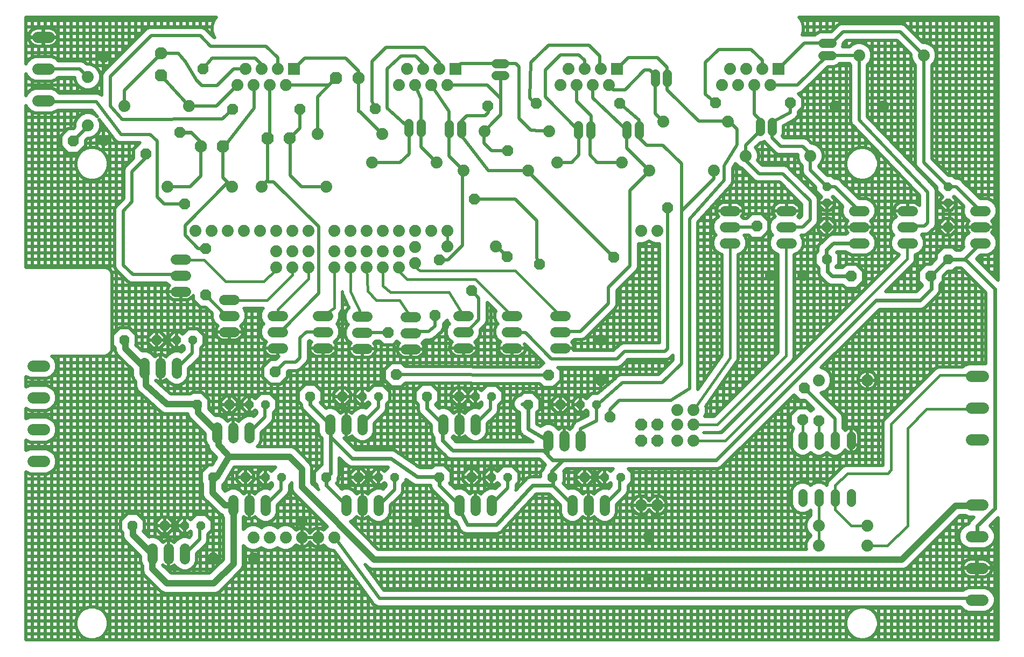
<source format=gbl>
G75*
%MOIN*%
%OFA0B0*%
%FSLAX25Y25*%
%IPPOS*%
%LPD*%
%AMOC8*
5,1,8,0,0,1.08239X$1,22.5*
%
%ADD10C,0.07400*%
%ADD11R,0.07400X0.07400*%
%ADD12OC8,0.07400*%
%ADD13C,0.07600*%
%ADD14OC8,0.07600*%
%ADD15C,0.05600*%
%ADD16OC8,0.06300*%
%ADD17OC8,0.05600*%
%ADD18C,0.06400*%
%ADD19C,0.07100*%
%ADD20C,0.04000*%
%ADD21C,0.02000*%
%ADD22C,0.02400*%
%ADD23OC8,0.06756*%
%ADD24C,0.01600*%
D10*
X0276965Y0186433D03*
X0286965Y0186433D03*
X0296965Y0186433D03*
X0306965Y0186433D03*
X0316965Y0186433D03*
X0326965Y0186433D03*
X0516965Y0206433D03*
X0526965Y0206433D03*
X0539465Y0246433D03*
X0539465Y0256433D03*
X0549465Y0256433D03*
X0549465Y0246433D03*
X0549465Y0265433D03*
X0539465Y0265433D03*
X0626965Y0283933D03*
X0656965Y0283933D03*
X0656965Y0193933D03*
X0656965Y0181433D03*
X0626965Y0181433D03*
X0626965Y0193933D03*
X0426965Y0366728D03*
X0396965Y0366728D03*
X0396965Y0376433D03*
X0386965Y0376433D03*
X0376965Y0376433D03*
X0366965Y0376433D03*
X0356965Y0376433D03*
X0346965Y0376433D03*
X0336965Y0376433D03*
X0326965Y0376433D03*
X0326965Y0363933D03*
X0336965Y0363933D03*
X0346965Y0363933D03*
X0356965Y0363933D03*
X0366965Y0363933D03*
X0376965Y0366433D03*
X0376965Y0356433D03*
X0366965Y0353933D03*
X0356965Y0353933D03*
X0346965Y0353933D03*
X0336965Y0353933D03*
X0326965Y0353933D03*
X0310965Y0353933D03*
X0300965Y0353933D03*
X0290965Y0353933D03*
X0290965Y0363933D03*
X0300965Y0363933D03*
X0310965Y0363933D03*
X0310965Y0376433D03*
X0300965Y0376433D03*
X0290965Y0376433D03*
X0280965Y0376433D03*
X0270965Y0376433D03*
X0260965Y0376433D03*
X0250965Y0376433D03*
X0240965Y0376433D03*
X0223665Y0403908D03*
X0263665Y0403908D03*
X0281965Y0403933D03*
X0321965Y0403933D03*
X0350565Y0418633D03*
X0356670Y0436433D03*
X0390565Y0418633D03*
X0406965Y0413933D03*
X0420090Y0438208D03*
X0446965Y0413933D03*
X0464940Y0418933D03*
X0460090Y0438208D03*
X0466965Y0466728D03*
X0476965Y0466728D03*
X0486965Y0466728D03*
X0496965Y0466728D03*
X0491965Y0476728D03*
X0481965Y0476728D03*
X0471965Y0476728D03*
X0530815Y0444138D03*
X0566965Y0466728D03*
X0576965Y0466728D03*
X0586965Y0466728D03*
X0596965Y0466728D03*
X0591965Y0476728D03*
X0581965Y0476728D03*
X0571965Y0476728D03*
X0570815Y0444138D03*
X0581815Y0422863D03*
X0561965Y0413933D03*
X0521965Y0413933D03*
X0504940Y0418933D03*
X0516965Y0376433D03*
X0526965Y0376433D03*
X0621815Y0422863D03*
X0651965Y0485183D03*
X0691965Y0485183D03*
X0396965Y0466728D03*
X0386965Y0466728D03*
X0376965Y0466728D03*
X0366965Y0466728D03*
X0371965Y0476728D03*
X0381965Y0476728D03*
X0391965Y0476728D03*
X0316670Y0436433D03*
X0296965Y0466728D03*
X0286965Y0466728D03*
X0276965Y0466728D03*
X0266965Y0466728D03*
X0271965Y0476728D03*
X0281965Y0476728D03*
X0291965Y0476728D03*
X0236965Y0453933D03*
X0196965Y0453933D03*
X0174465Y0441728D03*
X0174465Y0471728D03*
D11*
X0301965Y0476728D03*
X0401965Y0476728D03*
X0501965Y0476728D03*
X0601965Y0476728D03*
D12*
X0526965Y0256433D03*
X0516965Y0256433D03*
X0516965Y0246433D03*
X0526965Y0246433D03*
D13*
X0299465Y0433933D03*
X0244465Y0428933D03*
X0219760Y0486433D03*
X0341965Y0471138D03*
D14*
X0328215Y0471138D03*
X0285715Y0433933D03*
X0258215Y0428933D03*
X0219760Y0472683D03*
D15*
X0373215Y0443083D02*
X0373215Y0437483D01*
X0380715Y0437483D02*
X0380715Y0443083D01*
X0398215Y0442408D02*
X0398215Y0436808D01*
X0405715Y0436808D02*
X0405715Y0442408D01*
X0426960Y0472683D02*
X0432560Y0472683D01*
X0432560Y0480183D02*
X0426960Y0480183D01*
X0478215Y0441733D02*
X0478215Y0436133D01*
X0485715Y0436133D02*
X0485715Y0441733D01*
X0508215Y0441733D02*
X0508215Y0436133D01*
X0515715Y0436133D02*
X0515715Y0441733D01*
X0525715Y0468338D02*
X0525715Y0473938D01*
X0533215Y0473938D02*
X0533215Y0468338D01*
X0590715Y0443838D02*
X0590715Y0438238D01*
X0598215Y0438238D02*
X0598215Y0443838D01*
X0629460Y0485183D02*
X0635060Y0485183D01*
X0635060Y0492683D02*
X0629460Y0492683D01*
X0626965Y0249533D02*
X0626965Y0243933D01*
X0616965Y0243933D02*
X0616965Y0249533D01*
X0636965Y0249533D02*
X0636965Y0243933D01*
X0646965Y0243933D02*
X0646965Y0249533D01*
X0646965Y0213933D02*
X0646965Y0208333D01*
X0636965Y0208333D02*
X0636965Y0213933D01*
X0626965Y0213933D02*
X0626965Y0208333D01*
X0616965Y0208333D02*
X0616965Y0213933D01*
D16*
X0481965Y0223933D03*
X0461965Y0223933D03*
X0411965Y0223933D03*
X0391965Y0223933D03*
X0341965Y0223933D03*
X0321965Y0223933D03*
X0271965Y0223933D03*
X0251965Y0223933D03*
X0221965Y0193933D03*
X0201965Y0193933D03*
X0241965Y0268933D03*
X0261965Y0268933D03*
X0311965Y0273933D03*
X0331965Y0273933D03*
X0384465Y0273933D03*
X0404465Y0273933D03*
X0446965Y0268933D03*
X0466965Y0268933D03*
X0631965Y0358933D03*
X0631965Y0378933D03*
X0706965Y0378933D03*
X0706965Y0358933D03*
X0216965Y0308933D03*
X0196965Y0308933D03*
D17*
X0229465Y0308933D03*
X0239465Y0308933D03*
X0274465Y0268933D03*
X0284465Y0268933D03*
X0344465Y0273933D03*
X0354465Y0273933D03*
X0414465Y0273933D03*
X0424465Y0273933D03*
X0479465Y0268933D03*
X0489465Y0268933D03*
X0494465Y0223933D03*
X0504465Y0223933D03*
X0434465Y0223933D03*
X0424465Y0223933D03*
X0364465Y0223933D03*
X0354465Y0223933D03*
X0294465Y0223933D03*
X0284465Y0223933D03*
X0244465Y0193933D03*
X0234465Y0193933D03*
X0631965Y0393933D03*
X0631965Y0403933D03*
X0706965Y0403933D03*
X0706965Y0393933D03*
D18*
X0723765Y0388933D02*
X0730165Y0388933D01*
X0730165Y0378933D02*
X0723765Y0378933D01*
X0723765Y0368933D02*
X0730165Y0368933D01*
X0685165Y0368933D02*
X0678765Y0368933D01*
X0678765Y0378933D02*
X0685165Y0378933D01*
X0685165Y0388933D02*
X0678765Y0388933D01*
X0655165Y0388933D02*
X0648765Y0388933D01*
X0648765Y0378933D02*
X0655165Y0378933D01*
X0655165Y0368933D02*
X0648765Y0368933D01*
X0610165Y0368933D02*
X0603765Y0368933D01*
X0603765Y0378933D02*
X0610165Y0378933D01*
X0610165Y0388933D02*
X0603765Y0388933D01*
X0575165Y0388933D02*
X0568765Y0388933D01*
X0568765Y0378933D02*
X0575165Y0378933D01*
X0575165Y0368933D02*
X0568765Y0368933D01*
X0470165Y0323933D02*
X0463765Y0323933D01*
X0463765Y0313933D02*
X0470165Y0313933D01*
X0470165Y0303933D02*
X0463765Y0303933D01*
X0440165Y0303933D02*
X0433765Y0303933D01*
X0433765Y0313933D02*
X0440165Y0313933D01*
X0440165Y0323933D02*
X0433765Y0323933D01*
X0410165Y0323933D02*
X0403765Y0323933D01*
X0403765Y0313933D02*
X0410165Y0313933D01*
X0410165Y0303933D02*
X0403765Y0303933D01*
X0377465Y0303258D02*
X0371065Y0303258D01*
X0371065Y0313258D02*
X0377465Y0313258D01*
X0377465Y0323258D02*
X0371065Y0323258D01*
X0347565Y0323333D02*
X0341165Y0323333D01*
X0341165Y0313333D02*
X0347565Y0313333D01*
X0347565Y0303333D02*
X0341165Y0303333D01*
X0323140Y0303933D02*
X0316740Y0303933D01*
X0316740Y0313933D02*
X0323140Y0313933D01*
X0323140Y0323933D02*
X0316740Y0323933D01*
X0295165Y0323933D02*
X0288765Y0323933D01*
X0288765Y0313933D02*
X0295165Y0313933D01*
X0295165Y0303933D02*
X0288765Y0303933D01*
X0265165Y0313933D02*
X0258765Y0313933D01*
X0258765Y0323933D02*
X0265165Y0323933D01*
X0265165Y0333933D02*
X0258765Y0333933D01*
X0235165Y0338933D02*
X0228765Y0338933D01*
X0228765Y0348933D02*
X0235165Y0348933D01*
X0235165Y0358933D02*
X0228765Y0358933D01*
X0229465Y0294633D02*
X0229465Y0288233D01*
X0219465Y0288233D02*
X0219465Y0294633D01*
X0209465Y0294633D02*
X0209465Y0288233D01*
X0254465Y0254633D02*
X0254465Y0248233D01*
X0264465Y0248233D02*
X0264465Y0254633D01*
X0274465Y0254633D02*
X0274465Y0248233D01*
X0324465Y0253233D02*
X0324465Y0259633D01*
X0334465Y0259633D02*
X0334465Y0253233D01*
X0344465Y0253233D02*
X0344465Y0259633D01*
X0394465Y0259633D02*
X0394465Y0253233D01*
X0404465Y0253233D02*
X0404465Y0259633D01*
X0414465Y0259633D02*
X0414465Y0253233D01*
X0459465Y0249633D02*
X0459465Y0243233D01*
X0469465Y0243233D02*
X0469465Y0249633D01*
X0479465Y0249633D02*
X0479465Y0243233D01*
X0474465Y0209633D02*
X0474465Y0203233D01*
X0484465Y0203233D02*
X0484465Y0209633D01*
X0494465Y0209633D02*
X0494465Y0203233D01*
X0424465Y0203233D02*
X0424465Y0209633D01*
X0414465Y0209633D02*
X0414465Y0203233D01*
X0404465Y0203233D02*
X0404465Y0209633D01*
X0354465Y0209633D02*
X0354465Y0203233D01*
X0344465Y0203233D02*
X0344465Y0209633D01*
X0334465Y0209633D02*
X0334465Y0203233D01*
X0284465Y0203233D02*
X0284465Y0209633D01*
X0274465Y0209633D02*
X0274465Y0203233D01*
X0264465Y0203233D02*
X0264465Y0209633D01*
X0234465Y0179633D02*
X0234465Y0173233D01*
X0224465Y0173233D02*
X0224465Y0179633D01*
X0214465Y0179633D02*
X0214465Y0173233D01*
D19*
X0147436Y0233636D02*
X0140336Y0233636D01*
X0140336Y0253321D02*
X0147436Y0253321D01*
X0147436Y0273006D02*
X0140336Y0273006D01*
X0140336Y0292691D02*
X0147436Y0292691D01*
X0150436Y0457043D02*
X0143336Y0457043D01*
X0143336Y0476728D02*
X0150436Y0476728D01*
X0150436Y0496413D02*
X0143336Y0496413D01*
X0721486Y0286413D02*
X0728586Y0286413D01*
X0728586Y0266728D02*
X0721486Y0266728D01*
X0721486Y0247043D02*
X0728586Y0247043D01*
X0728507Y0206886D02*
X0721407Y0206886D01*
X0721407Y0187201D02*
X0728507Y0187201D01*
X0728507Y0167516D02*
X0721407Y0167516D01*
X0721407Y0147831D02*
X0728507Y0147831D01*
D20*
X0678465Y0172933D02*
X0351665Y0172933D01*
X0306965Y0217633D01*
X0306965Y0228933D01*
X0299465Y0236433D01*
X0261665Y0236433D01*
X0260765Y0238233D01*
X0255365Y0243633D01*
X0255365Y0250333D01*
X0254465Y0251433D01*
X0254465Y0252133D01*
X0242765Y0263833D01*
X0242765Y0268333D01*
X0241965Y0268933D01*
X0240065Y0269233D01*
X0223415Y0269233D01*
X0210365Y0280933D01*
X0210365Y0289933D01*
X0209465Y0291433D01*
X0209465Y0291733D01*
X0197765Y0303433D01*
X0197765Y0308833D01*
X0196965Y0308933D01*
X0261665Y0236433D02*
X0254465Y0224233D01*
X0251965Y0223933D01*
X0251765Y0223733D01*
X0251765Y0214108D01*
X0259440Y0206433D01*
X0264465Y0206433D01*
X0264590Y0206308D01*
X0264590Y0170233D01*
X0252440Y0158083D01*
X0223415Y0158083D01*
X0214465Y0167033D01*
X0214465Y0176433D01*
X0213965Y0176533D01*
X0202265Y0188233D01*
X0202265Y0193633D01*
X0201965Y0193933D01*
X0678465Y0172933D02*
X0711765Y0206233D01*
X0724265Y0206233D01*
X0724957Y0206886D01*
D21*
X0136165Y0226975D02*
X0136165Y0123133D01*
X0738001Y0123133D01*
X0738001Y0198833D01*
X0732919Y0193750D01*
X0735077Y0191591D01*
X0736257Y0188742D01*
X0736257Y0185659D01*
X0735077Y0182811D01*
X0732897Y0180631D01*
X0730049Y0179451D01*
X0719866Y0179451D01*
X0717017Y0180631D01*
X0714837Y0182811D01*
X0713657Y0185659D01*
X0713657Y0188742D01*
X0714837Y0191591D01*
X0717017Y0193771D01*
X0719866Y0194951D01*
X0719866Y0194951D01*
X0720587Y0196692D01*
X0723031Y0199136D01*
X0719866Y0199136D01*
X0717700Y0200033D01*
X0714333Y0200033D01*
X0683721Y0169421D01*
X0681977Y0167677D01*
X0679698Y0166733D01*
X0350432Y0166733D01*
X0348153Y0167677D01*
X0346116Y0169714D01*
X0357796Y0153833D01*
X0716450Y0153833D01*
X0717017Y0154401D01*
X0719866Y0155581D01*
X0730049Y0155581D01*
X0732897Y0154401D01*
X0735077Y0152221D01*
X0736257Y0149372D01*
X0736257Y0146289D01*
X0735077Y0143441D01*
X0732897Y0141261D01*
X0730049Y0140081D01*
X0719866Y0140081D01*
X0717017Y0141261D01*
X0714845Y0143433D01*
X0355796Y0143433D01*
X0355404Y0143337D01*
X0354771Y0143433D01*
X0354131Y0143433D01*
X0353758Y0143588D01*
X0353359Y0143648D01*
X0352811Y0143980D01*
X0352220Y0144225D01*
X0351934Y0144510D01*
X0351589Y0144719D01*
X0351210Y0145235D01*
X0350757Y0145688D01*
X0350602Y0146060D01*
X0326720Y0178533D01*
X0325394Y0178533D01*
X0322490Y0179736D01*
X0320367Y0181859D01*
X0319953Y0181558D01*
X0319153Y0181151D01*
X0318300Y0180873D01*
X0317414Y0180733D01*
X0316965Y0180733D01*
X0316965Y0186433D01*
X0311265Y0186433D01*
X0306965Y0186433D01*
X0306965Y0186433D01*
X0306965Y0180733D01*
X0306517Y0180733D01*
X0305630Y0180873D01*
X0304777Y0181151D01*
X0303978Y0181558D01*
X0303563Y0181859D01*
X0301440Y0179736D01*
X0298537Y0178533D01*
X0295394Y0178533D01*
X0292490Y0179736D01*
X0291965Y0180261D01*
X0291440Y0179736D01*
X0288537Y0178533D01*
X0285394Y0178533D01*
X0282490Y0179736D01*
X0281965Y0180261D01*
X0281440Y0179736D01*
X0278537Y0178533D01*
X0275394Y0178533D01*
X0272490Y0179736D01*
X0270790Y0181436D01*
X0270790Y0169000D01*
X0269846Y0166721D01*
X0268102Y0164977D01*
X0255952Y0152827D01*
X0253673Y0151883D01*
X0222182Y0151883D01*
X0219903Y0152827D01*
X0218159Y0154571D01*
X0209209Y0163521D01*
X0208265Y0165800D01*
X0208265Y0168968D01*
X0208192Y0169041D01*
X0207065Y0171761D01*
X0207065Y0174665D01*
X0197009Y0184721D01*
X0196065Y0187000D01*
X0196065Y0189439D01*
X0194615Y0190889D01*
X0194615Y0196978D01*
X0198921Y0201283D01*
X0205010Y0201283D01*
X0209315Y0196978D01*
X0209315Y0190889D01*
X0208846Y0190420D01*
X0212456Y0186810D01*
X0212993Y0187033D01*
X0215937Y0187033D01*
X0218657Y0185906D01*
X0220739Y0183825D01*
X0220904Y0183426D01*
X0221078Y0183599D01*
X0221740Y0184080D01*
X0222469Y0184452D01*
X0223248Y0184705D01*
X0224056Y0184833D01*
X0224465Y0184833D01*
X0224465Y0176433D01*
X0224465Y0176433D01*
X0224465Y0168033D01*
X0224056Y0168033D01*
X0223248Y0168161D01*
X0222469Y0168414D01*
X0221740Y0168786D01*
X0221078Y0169267D01*
X0220904Y0169440D01*
X0220881Y0169385D01*
X0225983Y0164283D01*
X0249872Y0164283D01*
X0258390Y0172801D01*
X0258390Y0198843D01*
X0258192Y0199041D01*
X0257593Y0200487D01*
X0255928Y0201177D01*
X0248253Y0208852D01*
X0246509Y0210596D01*
X0245565Y0212875D01*
X0245565Y0219939D01*
X0244615Y0220889D01*
X0244615Y0226978D01*
X0248921Y0231283D01*
X0251427Y0231283D01*
X0254218Y0236012D01*
X0250109Y0240121D01*
X0249165Y0242400D01*
X0249165Y0243068D01*
X0248192Y0244041D01*
X0247065Y0246761D01*
X0247065Y0250765D01*
X0237509Y0260321D01*
X0236565Y0262600D01*
X0236565Y0263033D01*
X0223584Y0263033D01*
X0222521Y0262975D01*
X0222357Y0263033D01*
X0222182Y0263033D01*
X0221199Y0263440D01*
X0220195Y0263793D01*
X0220065Y0263910D01*
X0219903Y0263977D01*
X0219151Y0264729D01*
X0207015Y0275610D01*
X0206853Y0275677D01*
X0206101Y0276429D01*
X0205308Y0277140D01*
X0205233Y0277298D01*
X0205109Y0277421D01*
X0204702Y0278404D01*
X0204242Y0279364D01*
X0204232Y0279538D01*
X0204165Y0279700D01*
X0204165Y0280764D01*
X0204107Y0281827D01*
X0204165Y0281992D01*
X0204165Y0283068D01*
X0203192Y0284041D01*
X0202065Y0286761D01*
X0202065Y0290365D01*
X0192509Y0299921D01*
X0191565Y0302200D01*
X0191565Y0303939D01*
X0189615Y0305889D01*
X0189615Y0311978D01*
X0193921Y0316283D01*
X0200010Y0316283D01*
X0204315Y0311978D01*
X0204315Y0305889D01*
X0204196Y0305770D01*
X0207951Y0302016D01*
X0207993Y0302033D01*
X0210937Y0302033D01*
X0213657Y0300906D01*
X0215739Y0298825D01*
X0215904Y0298426D01*
X0216078Y0298599D01*
X0216740Y0299080D01*
X0217469Y0299452D01*
X0218248Y0299705D01*
X0219056Y0299833D01*
X0219465Y0299833D01*
X0219465Y0291433D01*
X0219465Y0291433D01*
X0219465Y0283033D01*
X0219056Y0283033D01*
X0218248Y0283161D01*
X0217469Y0283414D01*
X0216740Y0283786D01*
X0216565Y0283913D01*
X0216565Y0283701D01*
X0225788Y0275433D01*
X0238071Y0275433D01*
X0238921Y0276283D01*
X0245010Y0276283D01*
X0249315Y0271978D01*
X0249315Y0266051D01*
X0253333Y0262033D01*
X0255937Y0262033D01*
X0258657Y0260906D01*
X0260739Y0258825D01*
X0260904Y0258426D01*
X0261078Y0258599D01*
X0261740Y0259080D01*
X0262469Y0259452D01*
X0263248Y0259705D01*
X0264056Y0259833D01*
X0264465Y0259833D01*
X0264465Y0251433D01*
X0264465Y0251433D01*
X0264465Y0259833D01*
X0264874Y0259833D01*
X0265683Y0259705D01*
X0266461Y0259452D01*
X0267191Y0259080D01*
X0267853Y0258599D01*
X0268026Y0258426D01*
X0268192Y0258825D01*
X0270273Y0260906D01*
X0272993Y0262033D01*
X0275937Y0262033D01*
X0277192Y0261513D01*
X0278965Y0263287D01*
X0278965Y0264534D01*
X0277910Y0265589D01*
X0276453Y0264133D01*
X0274465Y0264133D01*
X0274465Y0268933D01*
X0269665Y0268933D01*
X0269665Y0266945D01*
X0272477Y0264133D01*
X0274465Y0264133D01*
X0274465Y0268933D01*
X0274465Y0268933D01*
X0269665Y0268933D01*
X0269665Y0270921D01*
X0272477Y0273733D01*
X0274465Y0273733D01*
X0274465Y0268933D01*
X0274465Y0268933D01*
X0274465Y0268933D01*
X0274465Y0273733D01*
X0276453Y0273733D01*
X0277910Y0272277D01*
X0281566Y0275933D01*
X0287365Y0275933D01*
X0291465Y0271833D01*
X0291465Y0266034D01*
X0289365Y0263934D01*
X0289365Y0260099D01*
X0288574Y0258187D01*
X0281865Y0251479D01*
X0281865Y0246761D01*
X0280739Y0244041D01*
X0279330Y0242633D01*
X0300698Y0242633D01*
X0302977Y0241689D01*
X0312221Y0232445D01*
X0313165Y0230166D01*
X0313165Y0220201D01*
X0317242Y0216124D01*
X0316565Y0217759D01*
X0316565Y0218939D01*
X0314615Y0220889D01*
X0314615Y0226978D01*
X0318921Y0231283D01*
X0319265Y0231283D01*
X0319265Y0247968D01*
X0318192Y0249041D01*
X0317065Y0251761D01*
X0317065Y0256196D01*
X0307487Y0265774D01*
X0306665Y0267759D01*
X0306665Y0268839D01*
X0304615Y0270889D01*
X0304615Y0276978D01*
X0308921Y0281283D01*
X0315010Y0281283D01*
X0319315Y0276978D01*
X0319315Y0270889D01*
X0318481Y0270054D01*
X0321939Y0266596D01*
X0322993Y0267033D01*
X0325937Y0267033D01*
X0328657Y0265906D01*
X0330739Y0263825D01*
X0330904Y0263426D01*
X0331078Y0263599D01*
X0331740Y0264080D01*
X0332469Y0264452D01*
X0333248Y0264705D01*
X0334056Y0264833D01*
X0334465Y0264833D01*
X0334465Y0256433D01*
X0334465Y0256433D01*
X0334465Y0248033D01*
X0334056Y0248033D01*
X0333248Y0248161D01*
X0332990Y0248245D01*
X0340302Y0240933D01*
X0361480Y0240933D01*
X0362060Y0241038D01*
X0362544Y0240933D01*
X0363039Y0240933D01*
X0363583Y0240708D01*
X0364159Y0240583D01*
X0364566Y0240301D01*
X0365024Y0240111D01*
X0365441Y0239694D01*
X0379954Y0229633D01*
X0387271Y0229633D01*
X0388921Y0231283D01*
X0395010Y0231283D01*
X0399315Y0226978D01*
X0399315Y0220889D01*
X0398531Y0220104D01*
X0402009Y0216626D01*
X0402993Y0217033D01*
X0405937Y0217033D01*
X0408657Y0215906D01*
X0410739Y0213825D01*
X0410904Y0213426D01*
X0411078Y0213599D01*
X0411740Y0214080D01*
X0412469Y0214452D01*
X0413248Y0214705D01*
X0414056Y0214833D01*
X0414465Y0214833D01*
X0414465Y0206433D01*
X0414465Y0206433D01*
X0414465Y0214833D01*
X0414874Y0214833D01*
X0415683Y0214705D01*
X0416461Y0214452D01*
X0417191Y0214080D01*
X0417853Y0213599D01*
X0418026Y0213426D01*
X0418192Y0213825D01*
X0420273Y0215906D01*
X0422993Y0217033D01*
X0425937Y0217033D01*
X0426767Y0216689D01*
X0429265Y0219187D01*
X0429265Y0219234D01*
X0427910Y0220589D01*
X0426453Y0219133D01*
X0424465Y0219133D01*
X0424465Y0223933D01*
X0419665Y0223933D01*
X0419665Y0221945D01*
X0422477Y0219133D01*
X0424465Y0219133D01*
X0424465Y0223933D01*
X0424465Y0223933D01*
X0419665Y0223933D01*
X0419665Y0225921D01*
X0422477Y0228733D01*
X0424465Y0228733D01*
X0424465Y0223933D01*
X0424465Y0223933D01*
X0424465Y0223933D01*
X0424465Y0228733D01*
X0426453Y0228733D01*
X0427910Y0227277D01*
X0431566Y0230933D01*
X0437365Y0230933D01*
X0441465Y0226833D01*
X0441465Y0221034D01*
X0439665Y0219234D01*
X0439665Y0215999D01*
X0439524Y0215658D01*
X0445141Y0221781D01*
X0445187Y0221892D01*
X0445865Y0222569D01*
X0446512Y0223275D01*
X0446621Y0223326D01*
X0446706Y0223411D01*
X0447591Y0223778D01*
X0448460Y0224182D01*
X0448580Y0224187D01*
X0448691Y0224233D01*
X0449649Y0224233D01*
X0450606Y0224274D01*
X0450719Y0224233D01*
X0454615Y0224233D01*
X0454615Y0226978D01*
X0456290Y0228653D01*
X0456290Y0228682D01*
X0457112Y0230667D01*
X0457766Y0231321D01*
X0455931Y0233155D01*
X0454412Y0234674D01*
X0454412Y0234674D01*
X0454053Y0235033D01*
X0399191Y0235033D01*
X0397206Y0235855D01*
X0395687Y0237374D01*
X0395687Y0237374D01*
X0391131Y0241930D01*
X0389612Y0243449D01*
X0388790Y0245434D01*
X0388790Y0248443D01*
X0388192Y0249041D01*
X0387065Y0251761D01*
X0387065Y0256196D01*
X0381406Y0261855D01*
X0381406Y0261855D01*
X0379887Y0263374D01*
X0379065Y0265359D01*
X0379065Y0268939D01*
X0377115Y0270889D01*
X0377115Y0276978D01*
X0381421Y0281283D01*
X0387510Y0281283D01*
X0391815Y0276978D01*
X0391815Y0270889D01*
X0389865Y0268939D01*
X0389865Y0268670D01*
X0391939Y0266596D01*
X0392993Y0267033D01*
X0395937Y0267033D01*
X0398657Y0265906D01*
X0400739Y0263825D01*
X0400904Y0263426D01*
X0401078Y0263599D01*
X0401740Y0264080D01*
X0402469Y0264452D01*
X0403248Y0264705D01*
X0404056Y0264833D01*
X0404465Y0264833D01*
X0404465Y0256433D01*
X0404465Y0256433D01*
X0404465Y0248033D01*
X0404056Y0248033D01*
X0403248Y0248161D01*
X0402469Y0248414D01*
X0401740Y0248786D01*
X0401078Y0249267D01*
X0400904Y0249440D01*
X0400739Y0249041D01*
X0400016Y0248319D01*
X0402502Y0245833D01*
X0449933Y0245833D01*
X0444636Y0248995D01*
X0444006Y0249255D01*
X0443721Y0249540D01*
X0443376Y0249746D01*
X0442969Y0250293D01*
X0442487Y0250774D01*
X0442333Y0251146D01*
X0442093Y0251470D01*
X0441926Y0252130D01*
X0441665Y0252759D01*
X0441665Y0253162D01*
X0441567Y0253552D01*
X0441665Y0254226D01*
X0441665Y0263839D01*
X0441320Y0264183D01*
X0440181Y0264655D01*
X0438662Y0266174D01*
X0437840Y0268159D01*
X0437840Y0270307D01*
X0438662Y0272292D01*
X0440181Y0273811D01*
X0442166Y0274633D01*
X0442271Y0274633D01*
X0443921Y0276283D01*
X0450010Y0276283D01*
X0454315Y0271978D01*
X0454315Y0265889D01*
X0452465Y0264039D01*
X0452465Y0256899D01*
X0454845Y0255478D01*
X0455273Y0255906D01*
X0457993Y0257033D01*
X0460937Y0257033D01*
X0463657Y0255906D01*
X0465739Y0253825D01*
X0465904Y0253426D01*
X0466078Y0253599D01*
X0466740Y0254080D01*
X0467469Y0254452D01*
X0468248Y0254705D01*
X0469056Y0254833D01*
X0469465Y0254833D01*
X0469465Y0246433D01*
X0469465Y0246433D01*
X0469465Y0254833D01*
X0469874Y0254833D01*
X0470683Y0254705D01*
X0471461Y0254452D01*
X0472191Y0254080D01*
X0472853Y0253599D01*
X0473026Y0253426D01*
X0473192Y0253825D01*
X0474265Y0254898D01*
X0474265Y0254967D01*
X0474594Y0255762D01*
X0474870Y0256577D01*
X0474988Y0256713D01*
X0475057Y0256879D01*
X0475665Y0257487D01*
X0476232Y0258135D01*
X0476393Y0258214D01*
X0476520Y0258341D01*
X0477315Y0258671D01*
X0484165Y0262061D01*
X0484165Y0264334D01*
X0482910Y0265589D01*
X0481453Y0264133D01*
X0479465Y0264133D01*
X0479465Y0268933D01*
X0474665Y0268933D01*
X0474665Y0266945D01*
X0477477Y0264133D01*
X0479465Y0264133D01*
X0479465Y0268933D01*
X0479465Y0268933D01*
X0474665Y0268933D01*
X0474665Y0270921D01*
X0477477Y0273733D01*
X0479465Y0273733D01*
X0479465Y0268933D01*
X0479465Y0268933D01*
X0479465Y0268933D01*
X0479465Y0273733D01*
X0481453Y0273733D01*
X0482910Y0272277D01*
X0486566Y0275933D01*
X0490092Y0275933D01*
X0500904Y0285201D01*
X0500932Y0285229D01*
X0502395Y0286691D01*
X0504306Y0287483D01*
X0527836Y0287483D01*
X0536765Y0296412D01*
X0536765Y0299379D01*
X0536411Y0299025D01*
X0534836Y0297450D01*
X0532925Y0296658D01*
X0508844Y0296658D01*
X0506374Y0294188D01*
X0506374Y0294188D01*
X0504911Y0292725D01*
X0503000Y0291933D01*
X0465457Y0291933D01*
X0467243Y0290147D01*
X0467243Y0283869D01*
X0462804Y0279430D01*
X0456526Y0279430D01*
X0454132Y0281824D01*
X0371016Y0282067D01*
X0368654Y0279705D01*
X0362376Y0279705D01*
X0357937Y0284144D01*
X0357937Y0290422D01*
X0362376Y0294861D01*
X0368654Y0294861D01*
X0371048Y0292467D01*
X0454164Y0292224D01*
X0456526Y0294586D01*
X0456658Y0294586D01*
X0444640Y0306604D01*
X0444984Y0305929D01*
X0445237Y0305151D01*
X0445365Y0304342D01*
X0445365Y0303933D01*
X0436965Y0303933D01*
X0428565Y0303933D01*
X0428565Y0303524D01*
X0428693Y0302715D01*
X0428946Y0301937D01*
X0429318Y0301208D01*
X0429799Y0300545D01*
X0430378Y0299967D01*
X0431040Y0299486D01*
X0431769Y0299114D01*
X0432548Y0298861D01*
X0433356Y0298733D01*
X0436965Y0298733D01*
X0436965Y0303933D01*
X0436965Y0303933D01*
X0428565Y0303933D01*
X0428565Y0304342D01*
X0428693Y0305151D01*
X0428946Y0305929D01*
X0429318Y0306658D01*
X0429799Y0307321D01*
X0429973Y0307494D01*
X0429573Y0307660D01*
X0427492Y0309741D01*
X0426365Y0312461D01*
X0426365Y0315405D01*
X0427492Y0318125D01*
X0428300Y0318933D01*
X0421058Y0318933D01*
X0420874Y0318488D02*
X0421665Y0320399D01*
X0421665Y0332162D01*
X0426968Y0326860D01*
X0426365Y0325405D01*
X0426365Y0322461D01*
X0427492Y0319741D01*
X0428300Y0318933D01*
X0427965Y0318598D02*
X0427965Y0319268D01*
X0426365Y0322933D02*
X0421665Y0322933D01*
X0421665Y0326933D02*
X0426894Y0326933D01*
X0423965Y0329862D02*
X0423965Y0292312D01*
X0419965Y0292324D02*
X0419965Y0317579D01*
X0419411Y0317025D02*
X0420874Y0318488D01*
X0419411Y0317025D02*
X0417565Y0315179D01*
X0417565Y0312461D01*
X0416439Y0309741D01*
X0414357Y0307660D01*
X0413958Y0307494D01*
X0414132Y0307321D01*
X0414613Y0306658D01*
X0414984Y0305929D01*
X0415237Y0305151D01*
X0415365Y0304342D01*
X0415365Y0303933D01*
X0406965Y0303933D01*
X0398565Y0303933D01*
X0398565Y0303524D01*
X0398693Y0302715D01*
X0398946Y0301937D01*
X0399318Y0301208D01*
X0399799Y0300545D01*
X0400378Y0299967D01*
X0401040Y0299486D01*
X0401769Y0299114D01*
X0402548Y0298861D01*
X0403356Y0298733D01*
X0406965Y0298733D01*
X0406965Y0303933D01*
X0406965Y0303933D01*
X0398565Y0303933D01*
X0398565Y0304342D01*
X0398693Y0305151D01*
X0398946Y0305929D01*
X0399318Y0306658D01*
X0399799Y0307321D01*
X0399973Y0307494D01*
X0399573Y0307660D01*
X0397492Y0309741D01*
X0396365Y0312461D01*
X0396365Y0315405D01*
X0397492Y0318125D01*
X0398300Y0318933D01*
X0394982Y0318933D01*
X0394665Y0318616D02*
X0396993Y0320944D01*
X0397492Y0319741D01*
X0398300Y0318933D01*
X0395965Y0319916D02*
X0395965Y0292394D01*
X0391965Y0292406D02*
X0391965Y0312698D01*
X0392186Y0312882D02*
X0392411Y0312975D01*
X0392975Y0313539D01*
X0393589Y0314050D01*
X0393702Y0314266D01*
X0393874Y0314438D01*
X0394179Y0315175D01*
X0394550Y0315882D01*
X0394572Y0316124D01*
X0394665Y0316349D01*
X0394665Y0317147D01*
X0394737Y0317942D01*
X0394665Y0318174D01*
X0394665Y0318616D01*
X0394079Y0314933D02*
X0396365Y0314933D01*
X0396998Y0310933D02*
X0389848Y0310933D01*
X0388925Y0310164D02*
X0392186Y0312882D01*
X0388925Y0310164D02*
X0388361Y0309600D01*
X0388136Y0309507D01*
X0387950Y0309351D01*
X0387187Y0309114D01*
X0386450Y0308808D01*
X0386207Y0308808D01*
X0385975Y0308736D01*
X0385179Y0308808D01*
X0383480Y0308808D01*
X0381657Y0306985D01*
X0381258Y0306819D01*
X0381432Y0306646D01*
X0381913Y0305983D01*
X0382284Y0305254D01*
X0382537Y0304476D01*
X0382665Y0303667D01*
X0382665Y0303258D01*
X0374265Y0303258D01*
X0365865Y0303258D01*
X0365865Y0302849D01*
X0365993Y0302040D01*
X0366246Y0301262D01*
X0366618Y0300533D01*
X0367099Y0299870D01*
X0367678Y0299292D01*
X0368340Y0298811D01*
X0369069Y0298439D01*
X0369848Y0298186D01*
X0370656Y0298058D01*
X0374265Y0298058D01*
X0374265Y0303258D01*
X0374265Y0303258D01*
X0365865Y0303258D01*
X0365865Y0303667D01*
X0365993Y0304476D01*
X0366246Y0305254D01*
X0366618Y0305983D01*
X0367099Y0306646D01*
X0367273Y0306819D01*
X0366873Y0306985D01*
X0365841Y0308017D01*
X0363579Y0305755D01*
X0357301Y0305755D01*
X0354923Y0308133D01*
X0352830Y0308133D01*
X0351757Y0307060D01*
X0351358Y0306894D01*
X0351532Y0306721D01*
X0352013Y0306058D01*
X0352384Y0305329D01*
X0352637Y0304551D01*
X0352765Y0303742D01*
X0352765Y0303333D01*
X0344365Y0303333D01*
X0335965Y0303333D01*
X0335965Y0303333D01*
X0335965Y0302924D01*
X0335965Y0277216D01*
X0337115Y0276066D02*
X0334098Y0279083D01*
X0331965Y0279083D01*
X0329832Y0279083D01*
X0326815Y0276066D01*
X0326815Y0273933D01*
X0326815Y0271800D01*
X0329832Y0268783D01*
X0331965Y0268783D01*
X0331965Y0273933D01*
X0326815Y0273933D01*
X0331965Y0273933D01*
X0331965Y0273933D01*
X0331965Y0273933D01*
X0331965Y0264195D01*
X0334465Y0264833D02*
X0334465Y0256433D01*
X0334465Y0256433D01*
X0334465Y0248033D01*
X0334874Y0248033D01*
X0335683Y0248161D01*
X0336461Y0248414D01*
X0337191Y0248786D01*
X0337853Y0249267D01*
X0338026Y0249440D01*
X0338192Y0249041D01*
X0340273Y0246960D01*
X0342993Y0245833D01*
X0345937Y0245833D01*
X0348657Y0246960D01*
X0350739Y0249041D01*
X0351865Y0251761D01*
X0351865Y0257179D01*
X0358774Y0264088D01*
X0359565Y0265999D01*
X0359565Y0269134D01*
X0361465Y0271034D01*
X0361465Y0276833D01*
X0357365Y0280933D01*
X0351566Y0280933D01*
X0347910Y0277277D01*
X0346453Y0278733D01*
X0344465Y0278733D01*
X0342477Y0278733D01*
X0339665Y0275921D01*
X0339665Y0273933D01*
X0339665Y0271945D01*
X0342477Y0269133D01*
X0344465Y0269133D01*
X0344465Y0273933D01*
X0339665Y0273933D01*
X0344465Y0273933D01*
X0344465Y0273933D01*
X0344465Y0273933D01*
X0344465Y0278733D01*
X0344465Y0273933D01*
X0344465Y0273933D01*
X0344465Y0269133D01*
X0346453Y0269133D01*
X0347910Y0270589D01*
X0349165Y0269334D01*
X0349165Y0269187D01*
X0346697Y0266718D01*
X0345937Y0267033D01*
X0342993Y0267033D01*
X0340273Y0265906D01*
X0338192Y0263825D01*
X0338026Y0263426D01*
X0337853Y0263599D01*
X0337191Y0264080D01*
X0336461Y0264452D01*
X0335683Y0264705D01*
X0334874Y0264833D01*
X0334465Y0264833D01*
X0335965Y0264613D02*
X0335965Y0270650D01*
X0336248Y0270933D02*
X0340677Y0270933D01*
X0339965Y0271645D02*
X0339965Y0265598D01*
X0342752Y0266933D02*
X0326179Y0266933D01*
X0327965Y0266193D02*
X0327965Y0270650D01*
X0327682Y0270933D02*
X0319315Y0270933D01*
X0319965Y0268570D02*
X0319965Y0298733D01*
X0319940Y0298733D02*
X0323549Y0298733D01*
X0324358Y0298861D01*
X0325136Y0299114D01*
X0325866Y0299486D01*
X0326528Y0299967D01*
X0327107Y0300545D01*
X0327588Y0301208D01*
X0327959Y0301937D01*
X0328212Y0302715D01*
X0328340Y0303524D01*
X0328340Y0303933D01*
X0319940Y0303933D01*
X0311540Y0303933D01*
X0311540Y0303524D01*
X0311668Y0302715D01*
X0311921Y0301937D01*
X0312293Y0301208D01*
X0312774Y0300545D01*
X0313353Y0299967D01*
X0314015Y0299486D01*
X0314744Y0299114D01*
X0315523Y0298861D01*
X0316331Y0298733D01*
X0319940Y0298733D01*
X0319940Y0303933D01*
X0319940Y0303933D01*
X0311540Y0303933D01*
X0311540Y0304342D01*
X0311668Y0305151D01*
X0311921Y0305929D01*
X0312293Y0306658D01*
X0312774Y0307321D01*
X0312948Y0307494D01*
X0312548Y0307660D01*
X0311685Y0308524D01*
X0310965Y0307804D01*
X0310965Y0296774D01*
X0310174Y0294863D01*
X0308711Y0293400D01*
X0306011Y0290700D01*
X0304100Y0289908D01*
X0298694Y0289908D01*
X0298043Y0289257D01*
X0298043Y0285894D01*
X0293604Y0281455D01*
X0287326Y0281455D01*
X0282887Y0285894D01*
X0282887Y0292172D01*
X0287326Y0296611D01*
X0290689Y0296611D01*
X0292132Y0298054D01*
X0292811Y0298733D01*
X0291965Y0298733D01*
X0291965Y0303933D01*
X0283565Y0303933D01*
X0283565Y0303524D01*
X0283693Y0302715D01*
X0283946Y0301937D01*
X0284318Y0301208D01*
X0284799Y0300545D01*
X0285378Y0299967D01*
X0286040Y0299486D01*
X0286769Y0299114D01*
X0287548Y0298861D01*
X0288356Y0298733D01*
X0291965Y0298733D01*
X0291965Y0303933D01*
X0291965Y0303933D01*
X0283565Y0303933D01*
X0283565Y0304342D01*
X0283693Y0305151D01*
X0283946Y0305929D01*
X0284318Y0306658D01*
X0284799Y0307321D01*
X0284973Y0307494D01*
X0284573Y0307660D01*
X0282492Y0309741D01*
X0281365Y0312461D01*
X0281365Y0315405D01*
X0282492Y0318125D01*
X0283300Y0318933D01*
X0270630Y0318933D01*
X0271439Y0319741D02*
X0272565Y0322461D01*
X0272565Y0325405D01*
X0271439Y0328125D01*
X0270980Y0328583D01*
X0282950Y0328583D01*
X0282492Y0328125D01*
X0281365Y0325405D01*
X0281365Y0322461D01*
X0282492Y0319741D01*
X0283300Y0318933D01*
X0281365Y0314933D02*
X0270272Y0314933D01*
X0270237Y0315151D02*
X0269984Y0315929D01*
X0269613Y0316658D01*
X0269132Y0317321D01*
X0268958Y0317494D01*
X0269357Y0317660D01*
X0271439Y0319741D01*
X0271965Y0321013D02*
X0271965Y0273221D01*
X0269677Y0270933D02*
X0267115Y0270933D01*
X0267115Y0271066D02*
X0264098Y0274083D01*
X0261965Y0274083D01*
X0259832Y0274083D01*
X0256815Y0271066D01*
X0256815Y0268933D01*
X0256815Y0266800D01*
X0259832Y0263783D01*
X0261965Y0263783D01*
X0261965Y0268933D01*
X0256815Y0268933D01*
X0261965Y0268933D01*
X0261965Y0268933D01*
X0261965Y0268933D01*
X0261965Y0274083D01*
X0261965Y0268933D01*
X0261965Y0268933D01*
X0261965Y0263783D01*
X0264098Y0263783D01*
X0267115Y0266800D01*
X0267115Y0268933D01*
X0261965Y0268933D01*
X0261965Y0268933D01*
X0267115Y0268933D01*
X0267115Y0271066D01*
X0263965Y0268933D02*
X0263965Y0268933D01*
X0261965Y0266933D02*
X0261965Y0266933D01*
X0259965Y0268933D02*
X0259965Y0268933D01*
X0261965Y0270933D02*
X0261965Y0270933D01*
X0259965Y0274083D02*
X0259965Y0308733D01*
X0258356Y0308733D02*
X0261965Y0308733D01*
X0261965Y0313933D01*
X0253565Y0313933D01*
X0253565Y0313524D01*
X0253693Y0312715D01*
X0253946Y0311937D01*
X0254318Y0311208D01*
X0254799Y0310545D01*
X0255378Y0309967D01*
X0256040Y0309486D01*
X0256769Y0309114D01*
X0257548Y0308861D01*
X0258356Y0308733D01*
X0255965Y0309540D02*
X0255965Y0262021D01*
X0252433Y0262933D02*
X0278611Y0262933D01*
X0275965Y0262021D02*
X0275965Y0264133D01*
X0274465Y0266933D02*
X0274465Y0266933D01*
X0271965Y0268933D02*
X0271965Y0268933D01*
X0269677Y0266933D02*
X0267115Y0266933D01*
X0263965Y0263783D02*
X0263965Y0259819D01*
X0264465Y0258933D02*
X0264465Y0258933D01*
X0261537Y0258933D02*
X0260630Y0258933D01*
X0259965Y0259598D02*
X0259965Y0263783D01*
X0256815Y0266933D02*
X0249315Y0266933D01*
X0249315Y0270933D02*
X0256815Y0270933D01*
X0263965Y0274083D02*
X0263965Y0308733D01*
X0265574Y0308733D02*
X0266383Y0308861D01*
X0267161Y0309114D01*
X0267891Y0309486D01*
X0268553Y0309967D01*
X0269132Y0310545D01*
X0269613Y0311208D01*
X0269984Y0311937D01*
X0270237Y0312715D01*
X0270365Y0313524D01*
X0270365Y0313933D01*
X0261965Y0313933D01*
X0261965Y0313933D01*
X0253565Y0313933D01*
X0253565Y0314342D01*
X0253693Y0315151D01*
X0253946Y0315929D01*
X0254318Y0316658D01*
X0254799Y0317321D01*
X0254973Y0317494D01*
X0254573Y0317660D01*
X0252492Y0319741D01*
X0251365Y0322461D01*
X0251365Y0325279D01*
X0247489Y0329155D01*
X0244126Y0329155D01*
X0239687Y0333594D01*
X0239687Y0336354D01*
X0239613Y0336208D01*
X0239132Y0335545D01*
X0238553Y0334967D01*
X0237891Y0334486D01*
X0237161Y0334114D01*
X0236383Y0333861D01*
X0235574Y0333733D01*
X0231965Y0333733D01*
X0231965Y0338933D01*
X0223565Y0338933D01*
X0223565Y0338524D01*
X0223693Y0337715D01*
X0223946Y0336937D01*
X0224318Y0336208D01*
X0224799Y0335545D01*
X0225378Y0334967D01*
X0226040Y0334486D01*
X0226769Y0334114D01*
X0227548Y0333861D01*
X0228356Y0333733D01*
X0231965Y0333733D01*
X0231965Y0338933D01*
X0231965Y0338933D01*
X0189465Y0338933D01*
X0189465Y0334933D02*
X0225424Y0334933D01*
X0223965Y0336900D02*
X0223965Y0299598D01*
X0223300Y0298933D02*
X0222394Y0298933D01*
X0222191Y0299080D02*
X0221461Y0299452D01*
X0220683Y0299705D01*
X0219874Y0299833D01*
X0219465Y0299833D01*
X0219465Y0291433D01*
X0219465Y0291433D01*
X0219465Y0283033D01*
X0219874Y0283033D01*
X0220683Y0283161D01*
X0221461Y0283414D01*
X0222191Y0283786D01*
X0222853Y0284267D01*
X0223026Y0284440D01*
X0223192Y0284041D01*
X0225273Y0281960D01*
X0227993Y0280833D01*
X0230937Y0280833D01*
X0233657Y0281960D01*
X0235739Y0284041D01*
X0236865Y0286761D01*
X0236865Y0291079D01*
X0243574Y0297788D01*
X0244365Y0299699D01*
X0244365Y0303934D01*
X0246465Y0306034D01*
X0246465Y0311833D01*
X0242365Y0315933D01*
X0236566Y0315933D01*
X0232910Y0312277D01*
X0231453Y0313733D01*
X0229465Y0313733D01*
X0227477Y0313733D01*
X0224665Y0310921D01*
X0224665Y0308933D01*
X0224665Y0306945D01*
X0227477Y0304133D01*
X0229465Y0304133D01*
X0229465Y0308933D01*
X0224665Y0308933D01*
X0229465Y0308933D01*
X0229465Y0308933D01*
X0229465Y0308933D01*
X0229465Y0313733D01*
X0229465Y0308933D01*
X0229465Y0308933D01*
X0229465Y0304133D01*
X0231453Y0304133D01*
X0232910Y0305589D01*
X0233965Y0304534D01*
X0233965Y0302887D01*
X0232475Y0301396D01*
X0230937Y0302033D01*
X0227993Y0302033D01*
X0225273Y0300906D01*
X0223192Y0298825D01*
X0223026Y0298426D01*
X0222853Y0298599D01*
X0222191Y0299080D01*
X0219965Y0299819D02*
X0219965Y0304650D01*
X0219098Y0303783D02*
X0222115Y0306800D01*
X0222115Y0308933D01*
X0216965Y0308933D01*
X0211815Y0308933D01*
X0211815Y0306800D01*
X0214832Y0303783D01*
X0216965Y0303783D01*
X0216965Y0308933D01*
X0216965Y0308933D01*
X0211815Y0308933D01*
X0211815Y0311066D01*
X0214832Y0314083D01*
X0216965Y0314083D01*
X0216965Y0308933D01*
X0216965Y0308933D01*
X0216965Y0308933D01*
X0216965Y0303783D01*
X0219098Y0303783D01*
X0215965Y0303783D02*
X0215965Y0298487D01*
X0215630Y0298933D02*
X0216537Y0298933D01*
X0219465Y0298933D02*
X0219465Y0298933D01*
X0219465Y0294933D02*
X0219465Y0294933D01*
X0219465Y0290933D02*
X0219465Y0290933D01*
X0219465Y0286933D02*
X0219465Y0286933D01*
X0219965Y0283047D02*
X0219965Y0280653D01*
X0221884Y0278933D02*
X0306571Y0278933D01*
X0307965Y0280328D02*
X0307965Y0292654D01*
X0306244Y0290933D02*
X0358448Y0290933D01*
X0359965Y0292450D02*
X0359965Y0305755D01*
X0356123Y0306933D02*
X0351451Y0306933D01*
X0351965Y0307268D02*
X0351965Y0306124D01*
X0351965Y0303333D02*
X0351965Y0303333D01*
X0352765Y0303333D02*
X0344365Y0303333D01*
X0344365Y0303333D01*
X0335965Y0303333D01*
X0335965Y0303742D01*
X0335965Y0308068D01*
X0336973Y0307060D02*
X0337373Y0306894D01*
X0337199Y0306721D01*
X0336718Y0306058D01*
X0336346Y0305329D01*
X0336093Y0304551D01*
X0335965Y0303742D01*
X0335965Y0302933D02*
X0328247Y0302933D01*
X0328340Y0303933D02*
X0328340Y0304342D01*
X0328212Y0305151D01*
X0327959Y0305929D01*
X0327588Y0306658D01*
X0327107Y0307321D01*
X0326933Y0307494D01*
X0327332Y0307660D01*
X0329414Y0309741D01*
X0330540Y0312461D01*
X0330540Y0315405D01*
X0329414Y0318125D01*
X0328605Y0318933D01*
X0335100Y0318933D01*
X0334892Y0319141D02*
X0335700Y0318333D01*
X0334892Y0317525D01*
X0333765Y0314805D01*
X0333765Y0311861D01*
X0334892Y0309141D01*
X0336973Y0307060D01*
X0337279Y0306933D02*
X0327388Y0306933D01*
X0327965Y0305911D02*
X0327965Y0308293D01*
X0329907Y0310933D02*
X0334150Y0310933D01*
X0333818Y0314933D02*
X0330540Y0314933D01*
X0328605Y0318933D02*
X0329414Y0319741D01*
X0330540Y0322461D01*
X0330540Y0325340D01*
X0330675Y0325436D01*
X0330902Y0325798D01*
X0331204Y0326101D01*
X0331425Y0326633D01*
X0331731Y0327122D01*
X0331802Y0327544D01*
X0331965Y0327938D01*
X0331965Y0328515D01*
X0332061Y0329084D01*
X0331965Y0329500D01*
X0331965Y0337938D01*
X0332015Y0337818D01*
X0332021Y0337689D01*
X0332394Y0336904D01*
X0332726Y0336101D01*
X0332818Y0336009D01*
X0336215Y0328848D01*
X0334892Y0327525D01*
X0333765Y0324805D01*
X0333765Y0321861D01*
X0334892Y0319141D01*
X0333765Y0322933D02*
X0330540Y0322933D01*
X0331612Y0326933D02*
X0334647Y0326933D01*
X0335965Y0328598D02*
X0335965Y0329375D01*
X0335226Y0330933D02*
X0331965Y0330933D01*
X0331965Y0329500D02*
X0331965Y0338808D01*
X0331965Y0338807D01*
X0331965Y0337938D01*
X0331965Y0334933D02*
X0333329Y0334933D01*
X0331965Y0328515D02*
X0331965Y0273933D01*
X0331965Y0279083D01*
X0331965Y0273933D01*
X0331965Y0273933D01*
X0331965Y0268783D01*
X0334098Y0268783D01*
X0337115Y0271800D01*
X0337115Y0273933D01*
X0331965Y0273933D01*
X0331965Y0273933D01*
X0337115Y0273933D01*
X0337115Y0276066D01*
X0337115Y0274933D02*
X0339665Y0274933D01*
X0339965Y0273933D02*
X0339965Y0273933D01*
X0339965Y0276221D02*
X0339965Y0298258D01*
X0339948Y0298261D02*
X0340756Y0298133D01*
X0344365Y0298133D01*
X0344365Y0303333D01*
X0344365Y0303333D01*
X0344365Y0298133D01*
X0347974Y0298133D01*
X0348783Y0298261D01*
X0349561Y0298514D01*
X0350291Y0298886D01*
X0350953Y0299367D01*
X0351532Y0299945D01*
X0352013Y0300608D01*
X0352384Y0301337D01*
X0352637Y0302115D01*
X0352765Y0302924D01*
X0352765Y0303333D01*
X0352765Y0302933D02*
X0365865Y0302933D01*
X0367965Y0303258D02*
X0367965Y0303258D01*
X0366998Y0306933D02*
X0364757Y0306933D01*
X0363965Y0306141D02*
X0363965Y0294861D01*
X0367965Y0294861D02*
X0367965Y0299083D01*
X0368171Y0298933D02*
X0350356Y0298933D01*
X0351965Y0300542D02*
X0351965Y0280933D01*
X0349566Y0278933D02*
X0334248Y0278933D01*
X0331965Y0278933D02*
X0331965Y0278933D01*
X0329682Y0278933D02*
X0317360Y0278933D01*
X0315965Y0280328D02*
X0315965Y0298791D01*
X0315301Y0298933D02*
X0310965Y0298933D01*
X0311965Y0301851D02*
X0311965Y0281283D01*
X0304615Y0274933D02*
X0288365Y0274933D01*
X0287965Y0275333D02*
X0287965Y0281455D01*
X0285848Y0282933D02*
X0234630Y0282933D01*
X0235965Y0284588D02*
X0235965Y0275433D01*
X0231965Y0275433D02*
X0231965Y0281259D01*
X0227965Y0280845D02*
X0227965Y0275433D01*
X0223965Y0277067D02*
X0223965Y0283268D01*
X0224300Y0282933D02*
X0217422Y0282933D01*
X0229465Y0291433D02*
X0230165Y0291733D01*
X0239165Y0300733D01*
X0239165Y0308833D01*
X0239465Y0308933D01*
X0239965Y0315933D02*
X0239965Y0333316D01*
X0239687Y0334933D02*
X0238506Y0334933D01*
X0235965Y0333795D02*
X0235965Y0315333D01*
X0235566Y0314933D02*
X0201360Y0314933D01*
X0199965Y0316283D02*
X0199965Y0344657D01*
X0199320Y0344925D02*
X0201231Y0344133D01*
X0223100Y0344133D01*
X0224573Y0342660D01*
X0224973Y0342494D01*
X0224799Y0342321D01*
X0224318Y0341658D01*
X0223946Y0340929D01*
X0223693Y0340151D01*
X0223565Y0339342D01*
X0223565Y0338933D01*
X0231965Y0338933D01*
X0231965Y0338933D01*
X0231965Y0313221D01*
X0229465Y0310933D02*
X0229465Y0310933D01*
X0227965Y0308933D02*
X0227965Y0308933D01*
X0229465Y0306933D02*
X0229465Y0306933D01*
X0227965Y0304133D02*
X0227965Y0302021D01*
X0231965Y0301607D02*
X0231965Y0304645D01*
X0233965Y0302933D02*
X0207033Y0302933D01*
X0207965Y0302021D02*
X0207965Y0344133D01*
X0203965Y0344133D02*
X0203965Y0312328D01*
X0204315Y0310933D02*
X0211815Y0310933D01*
X0211965Y0311216D02*
X0211965Y0344133D01*
X0215965Y0344133D02*
X0215965Y0314083D01*
X0216965Y0314083D02*
X0219098Y0314083D01*
X0222115Y0311066D01*
X0222115Y0308933D01*
X0216965Y0308933D01*
X0216965Y0314083D01*
X0219965Y0313216D02*
X0219965Y0344133D01*
X0223965Y0343268D02*
X0223965Y0340967D01*
X0224300Y0342933D02*
X0189465Y0342933D01*
X0189465Y0346933D02*
X0197311Y0346933D01*
X0195965Y0348279D02*
X0195965Y0316283D01*
X0192571Y0314933D02*
X0189465Y0314933D01*
X0191965Y0314328D02*
X0191965Y0352338D01*
X0192007Y0352237D02*
X0193470Y0350775D01*
X0199320Y0344925D01*
X0202265Y0349333D02*
X0196415Y0355183D01*
X0196415Y0388933D01*
X0201815Y0394333D01*
X0201815Y0413233D01*
X0210365Y0421783D01*
X0210365Y0424033D01*
X0202787Y0422933D02*
X0185835Y0422933D01*
X0186461Y0421849D02*
X0185130Y0424154D01*
X0183249Y0426035D01*
X0180945Y0427366D01*
X0178374Y0428054D01*
X0175714Y0428054D01*
X0173143Y0427366D01*
X0170839Y0426035D01*
X0168958Y0424154D01*
X0167627Y0421849D01*
X0166938Y0419279D01*
X0166938Y0416618D01*
X0167627Y0414048D01*
X0168958Y0411744D01*
X0170839Y0409862D01*
X0173143Y0408532D01*
X0175714Y0407843D01*
X0178374Y0407843D01*
X0180945Y0408532D01*
X0183249Y0409862D01*
X0185130Y0411744D01*
X0186461Y0414048D01*
X0187149Y0416618D01*
X0187149Y0419279D01*
X0186461Y0421849D01*
X0187149Y0418933D02*
X0200161Y0418933D01*
X0199965Y0418737D02*
X0199965Y0431033D01*
X0195965Y0431033D02*
X0195965Y0395837D01*
X0196615Y0396487D02*
X0192007Y0391879D01*
X0191215Y0389967D01*
X0191215Y0354149D01*
X0192007Y0352237D01*
X0193311Y0350933D02*
X0189049Y0350933D01*
X0188704Y0351765D02*
X0187297Y0353172D01*
X0185460Y0353933D01*
X0136165Y0353933D01*
X0136165Y0454105D01*
X0136766Y0452653D01*
X0138946Y0450473D01*
X0141795Y0449293D01*
X0151978Y0449293D01*
X0154826Y0450473D01*
X0155586Y0451233D01*
X0177170Y0451233D01*
X0180325Y0447041D01*
X0178940Y0448426D01*
X0176037Y0449628D01*
X0172894Y0449628D01*
X0169990Y0448426D01*
X0167768Y0446203D01*
X0166565Y0443300D01*
X0166565Y0440687D01*
X0165589Y0439711D01*
X0162226Y0439711D01*
X0157787Y0435272D01*
X0157787Y0428994D01*
X0162226Y0424555D01*
X0168504Y0424555D01*
X0172943Y0428994D01*
X0172943Y0432357D01*
X0174414Y0433828D01*
X0176037Y0433828D01*
X0178940Y0435031D01*
X0181162Y0437253D01*
X0182365Y0440157D01*
X0182365Y0443300D01*
X0181416Y0445590D01*
X0190413Y0433634D01*
X0190557Y0433287D01*
X0191030Y0432814D01*
X0191432Y0432280D01*
X0191755Y0432090D01*
X0192020Y0431825D01*
X0192638Y0431569D01*
X0193214Y0431229D01*
X0193585Y0431176D01*
X0193931Y0431033D01*
X0194600Y0431033D01*
X0195262Y0430940D01*
X0195625Y0431033D01*
X0206648Y0431033D01*
X0202787Y0427172D01*
X0202787Y0421559D01*
X0197407Y0416179D01*
X0196615Y0414267D01*
X0196615Y0396487D01*
X0195061Y0394933D02*
X0136165Y0394933D01*
X0136165Y0390933D02*
X0191615Y0390933D01*
X0191965Y0391778D02*
X0191965Y0431879D01*
X0189436Y0434933D02*
X0178704Y0434933D01*
X0179965Y0436056D02*
X0179965Y0427628D01*
X0181694Y0426933D02*
X0202787Y0426933D01*
X0203965Y0428350D02*
X0203965Y0431033D01*
X0206548Y0430933D02*
X0172943Y0430933D01*
X0171965Y0428016D02*
X0171965Y0426685D01*
X0172394Y0426933D02*
X0170882Y0426933D01*
X0167965Y0424555D02*
X0167965Y0422435D01*
X0168253Y0422933D02*
X0136165Y0422933D01*
X0136165Y0418933D02*
X0166938Y0418933D01*
X0167390Y0414933D02*
X0136165Y0414933D01*
X0136165Y0410933D02*
X0169768Y0410933D01*
X0171965Y0409212D02*
X0171965Y0353933D01*
X0167965Y0353933D02*
X0167965Y0413463D01*
X0175965Y0407843D02*
X0175965Y0353933D01*
X0179965Y0353933D02*
X0179965Y0408270D01*
X0183965Y0410579D02*
X0183965Y0353933D01*
X0187965Y0352504D02*
X0187965Y0436887D01*
X0186426Y0438933D02*
X0181858Y0438933D01*
X0183965Y0442203D02*
X0183965Y0425319D01*
X0175965Y0428054D02*
X0175965Y0433828D01*
X0174465Y0441233D02*
X0174465Y0441728D01*
X0174465Y0441233D02*
X0165365Y0432133D01*
X0159965Y0426816D02*
X0159965Y0353933D01*
X0155965Y0353933D02*
X0155965Y0451233D01*
X0155286Y0450933D02*
X0177396Y0450933D01*
X0175965Y0451233D02*
X0175965Y0449628D01*
X0171965Y0449244D02*
X0171965Y0451233D01*
X0167965Y0451233D02*
X0167965Y0446401D01*
X0168498Y0446933D02*
X0136165Y0446933D01*
X0136165Y0442933D02*
X0166565Y0442933D01*
X0163965Y0439711D02*
X0163965Y0451233D01*
X0159965Y0451233D02*
X0159965Y0437450D01*
X0161448Y0438933D02*
X0136165Y0438933D01*
X0136165Y0434933D02*
X0157787Y0434933D01*
X0157787Y0430933D02*
X0136165Y0430933D01*
X0136165Y0426933D02*
X0159848Y0426933D01*
X0163965Y0424555D02*
X0163965Y0353933D01*
X0151965Y0353933D02*
X0151965Y0449293D01*
X0147965Y0449293D02*
X0147965Y0353933D01*
X0143965Y0353933D02*
X0143965Y0449293D01*
X0139965Y0450051D02*
X0139965Y0353933D01*
X0136165Y0354933D02*
X0191215Y0354933D01*
X0191215Y0358933D02*
X0136165Y0358933D01*
X0136165Y0362933D02*
X0191215Y0362933D01*
X0191215Y0366933D02*
X0136165Y0366933D01*
X0136165Y0370933D02*
X0191215Y0370933D01*
X0191215Y0374933D02*
X0136165Y0374933D01*
X0136165Y0378933D02*
X0191215Y0378933D01*
X0191215Y0382933D02*
X0136165Y0382933D01*
X0136165Y0386933D02*
X0191215Y0386933D01*
X0196615Y0398933D02*
X0136165Y0398933D01*
X0136165Y0402933D02*
X0196615Y0402933D01*
X0196615Y0406933D02*
X0136165Y0406933D01*
X0184320Y0410933D02*
X0196615Y0410933D01*
X0196891Y0414933D02*
X0186698Y0414933D01*
X0194965Y0436233D02*
X0213065Y0436233D01*
X0217253Y0432046D01*
X0217253Y0397571D01*
X0221840Y0392983D01*
X0234440Y0392983D01*
X0237715Y0403908D02*
X0223665Y0403908D01*
X0237715Y0403908D02*
X0244340Y0410533D01*
X0244340Y0428808D01*
X0244465Y0428933D01*
X0258215Y0428933D02*
X0258215Y0409358D01*
X0263665Y0403908D01*
X0260765Y0406033D01*
X0234665Y0379933D01*
X0234665Y0373633D01*
X0242765Y0365533D01*
X0247265Y0365533D01*
X0231965Y0349333D02*
X0231965Y0348933D01*
X0231965Y0349333D02*
X0202265Y0349333D01*
X0189465Y0349928D02*
X0188704Y0351765D01*
X0189465Y0349928D02*
X0189465Y0302938D01*
X0188704Y0301101D01*
X0187297Y0299694D01*
X0185460Y0298933D01*
X0193497Y0298933D01*
X0191965Y0301234D02*
X0191965Y0123133D01*
X0187965Y0123133D02*
X0187965Y0300362D01*
X0185460Y0298933D02*
X0152155Y0298933D01*
X0154007Y0297081D01*
X0155186Y0294233D01*
X0155186Y0291150D01*
X0154007Y0288301D01*
X0151826Y0286121D01*
X0148978Y0284941D01*
X0138795Y0284941D01*
X0136165Y0286031D01*
X0136165Y0279667D01*
X0138795Y0280756D01*
X0148978Y0280756D01*
X0151826Y0279576D01*
X0154007Y0277396D01*
X0155186Y0274548D01*
X0155186Y0271465D01*
X0154007Y0268616D01*
X0151826Y0266436D01*
X0148978Y0265256D01*
X0138795Y0265256D01*
X0136165Y0266346D01*
X0136165Y0259982D01*
X0138795Y0261071D01*
X0148978Y0261071D01*
X0151826Y0259891D01*
X0154007Y0257711D01*
X0155186Y0254863D01*
X0155186Y0251780D01*
X0154007Y0248931D01*
X0151826Y0246751D01*
X0148978Y0245571D01*
X0138795Y0245571D01*
X0136165Y0246661D01*
X0136165Y0240297D01*
X0138795Y0241386D01*
X0148978Y0241386D01*
X0151826Y0240206D01*
X0154007Y0238026D01*
X0155186Y0235178D01*
X0155186Y0232095D01*
X0154007Y0229246D01*
X0151826Y0227066D01*
X0148978Y0225886D01*
X0138795Y0225886D01*
X0136165Y0226975D01*
X0136165Y0226933D02*
X0136268Y0226933D01*
X0139965Y0225886D02*
X0139965Y0123133D01*
X0143965Y0123133D02*
X0143965Y0225886D01*
X0147965Y0225886D02*
X0147965Y0123133D01*
X0151965Y0123133D02*
X0151965Y0227205D01*
X0151505Y0226933D02*
X0244615Y0226933D01*
X0244615Y0222933D02*
X0136165Y0222933D01*
X0136165Y0218933D02*
X0245565Y0218933D01*
X0245565Y0214933D02*
X0136165Y0214933D01*
X0136165Y0210933D02*
X0246370Y0210933D01*
X0247965Y0209140D02*
X0247965Y0200333D01*
X0247365Y0200933D02*
X0241566Y0200933D01*
X0237910Y0197277D01*
X0236453Y0198733D01*
X0234465Y0198733D01*
X0232477Y0198733D01*
X0229665Y0195921D01*
X0229665Y0193933D01*
X0229665Y0191945D01*
X0232477Y0189133D01*
X0234465Y0189133D01*
X0234465Y0193933D01*
X0229665Y0193933D01*
X0234465Y0193933D01*
X0234465Y0193933D01*
X0234465Y0193933D01*
X0234465Y0198733D01*
X0234465Y0193933D01*
X0234465Y0193933D01*
X0234465Y0189133D01*
X0236453Y0189133D01*
X0237910Y0190589D01*
X0238465Y0190034D01*
X0238465Y0187687D01*
X0237262Y0186484D01*
X0235937Y0187033D01*
X0232993Y0187033D01*
X0230273Y0185906D01*
X0228192Y0183825D01*
X0228026Y0183426D01*
X0227853Y0183599D01*
X0227191Y0184080D01*
X0226461Y0184452D01*
X0225683Y0184705D01*
X0224874Y0184833D01*
X0224465Y0184833D01*
X0224465Y0176433D01*
X0224465Y0176433D01*
X0224465Y0168033D01*
X0224874Y0168033D01*
X0225683Y0168161D01*
X0226461Y0168414D01*
X0227191Y0168786D01*
X0227853Y0169267D01*
X0228026Y0169440D01*
X0228192Y0169041D01*
X0230273Y0166960D01*
X0232993Y0165833D01*
X0235937Y0165833D01*
X0238657Y0166960D01*
X0240739Y0169041D01*
X0241865Y0171761D01*
X0241865Y0176379D01*
X0248074Y0182587D01*
X0248865Y0184499D01*
X0248865Y0188434D01*
X0251465Y0191034D01*
X0251465Y0196833D01*
X0247365Y0200933D01*
X0249365Y0198933D02*
X0258300Y0198933D01*
X0255965Y0201162D02*
X0255965Y0170376D01*
X0256522Y0170933D02*
X0241522Y0170933D01*
X0239965Y0168268D02*
X0239965Y0164283D01*
X0238593Y0166933D02*
X0252522Y0166933D01*
X0251965Y0166376D02*
X0251965Y0205140D01*
X0250172Y0206933D02*
X0136165Y0206933D01*
X0136165Y0202933D02*
X0254172Y0202933D01*
X0251465Y0194933D02*
X0258390Y0194933D01*
X0258390Y0190933D02*
X0251365Y0190933D01*
X0248865Y0186933D02*
X0258390Y0186933D01*
X0258390Y0182933D02*
X0248217Y0182933D01*
X0247965Y0182479D02*
X0247965Y0164283D01*
X0243965Y0164283D02*
X0243965Y0178479D01*
X0244419Y0178933D02*
X0258390Y0178933D01*
X0258390Y0174933D02*
X0241865Y0174933D01*
X0234665Y0176533D02*
X0234465Y0176433D01*
X0234665Y0176533D02*
X0243665Y0185533D01*
X0243665Y0193633D01*
X0244465Y0193933D01*
X0239566Y0198933D02*
X0224248Y0198933D01*
X0224098Y0199083D02*
X0221965Y0199083D01*
X0219832Y0199083D01*
X0216815Y0196066D01*
X0216815Y0193933D01*
X0216815Y0191800D01*
X0219832Y0188783D01*
X0221965Y0188783D01*
X0221965Y0193933D01*
X0216815Y0193933D01*
X0221965Y0193933D01*
X0221965Y0193933D01*
X0221965Y0193933D01*
X0221965Y0199083D01*
X0221965Y0193933D01*
X0221965Y0193933D01*
X0221965Y0188783D01*
X0224098Y0188783D01*
X0227115Y0191800D01*
X0227115Y0193933D01*
X0221965Y0193933D01*
X0221965Y0193933D01*
X0227115Y0193933D01*
X0227115Y0196066D01*
X0224098Y0199083D01*
X0223965Y0199083D02*
X0223965Y0263033D01*
X0227965Y0263033D02*
X0227965Y0183487D01*
X0224465Y0182933D02*
X0224465Y0182933D01*
X0223965Y0184819D02*
X0223965Y0188783D01*
X0221965Y0190933D02*
X0221965Y0190933D01*
X0219965Y0188783D02*
X0219965Y0184598D01*
X0216179Y0186933D02*
X0232752Y0186933D01*
X0231965Y0186607D02*
X0231965Y0189645D01*
X0230677Y0190933D02*
X0226248Y0190933D01*
X0223965Y0193933D02*
X0223965Y0193933D01*
X0221965Y0194933D02*
X0221965Y0194933D01*
X0219965Y0193933D02*
X0219965Y0193933D01*
X0216815Y0194933D02*
X0209315Y0194933D01*
X0207965Y0198328D02*
X0207965Y0274758D01*
X0207770Y0274933D02*
X0155027Y0274933D01*
X0154966Y0270933D02*
X0212231Y0270933D01*
X0211965Y0271172D02*
X0211965Y0187301D01*
X0212333Y0186933D02*
X0212752Y0186933D01*
X0215965Y0187021D02*
X0215965Y0267585D01*
X0216693Y0266933D02*
X0152323Y0266933D01*
X0151965Y0266575D02*
X0151965Y0259753D01*
X0152785Y0258933D02*
X0238897Y0258933D01*
X0239965Y0257865D02*
X0239965Y0199333D01*
X0235965Y0198733D02*
X0235965Y0263033D01*
X0236565Y0262933D02*
X0136165Y0262933D01*
X0139965Y0261071D02*
X0139965Y0265256D01*
X0143965Y0265256D02*
X0143965Y0261071D01*
X0147965Y0261071D02*
X0147965Y0265256D01*
X0155157Y0254933D02*
X0242897Y0254933D01*
X0243965Y0253865D02*
X0243965Y0200933D01*
X0234465Y0194933D02*
X0234465Y0194933D01*
X0231965Y0193933D02*
X0231965Y0193933D01*
X0229665Y0194933D02*
X0227115Y0194933D01*
X0231965Y0198221D02*
X0231965Y0263033D01*
X0219965Y0263951D02*
X0219965Y0199083D01*
X0219682Y0198933D02*
X0207360Y0198933D01*
X0203965Y0201283D02*
X0203965Y0283268D01*
X0204165Y0282933D02*
X0136165Y0282933D01*
X0139965Y0284941D02*
X0139965Y0280756D01*
X0143965Y0280756D02*
X0143965Y0284941D01*
X0147965Y0284941D02*
X0147965Y0280756D01*
X0151965Y0279438D02*
X0151965Y0286260D01*
X0152638Y0286933D02*
X0202065Y0286933D01*
X0201497Y0290933D02*
X0155097Y0290933D01*
X0154896Y0294933D02*
X0197497Y0294933D01*
X0195965Y0296465D02*
X0195965Y0198328D01*
X0196571Y0198933D02*
X0136165Y0198933D01*
X0136165Y0194933D02*
X0194615Y0194933D01*
X0194615Y0190933D02*
X0136165Y0190933D01*
X0136165Y0186933D02*
X0196093Y0186933D01*
X0195965Y0189539D02*
X0195965Y0123133D01*
X0199965Y0123133D02*
X0199965Y0181765D01*
X0198797Y0182933D02*
X0136165Y0182933D01*
X0136165Y0178933D02*
X0202797Y0178933D01*
X0203965Y0177765D02*
X0203965Y0123133D01*
X0207965Y0123133D02*
X0207965Y0169588D01*
X0207408Y0170933D02*
X0136165Y0170933D01*
X0136165Y0166933D02*
X0208265Y0166933D01*
X0209797Y0162933D02*
X0136165Y0162933D01*
X0136165Y0158933D02*
X0213797Y0158933D01*
X0211965Y0160765D02*
X0211965Y0123133D01*
X0215965Y0123133D02*
X0215965Y0156765D01*
X0217797Y0154933D02*
X0136165Y0154933D01*
X0136165Y0150933D02*
X0347019Y0150933D01*
X0347965Y0149646D02*
X0347965Y0123133D01*
X0343965Y0123133D02*
X0343965Y0155085D01*
X0344077Y0154933D02*
X0258058Y0154933D01*
X0259965Y0156840D02*
X0259965Y0123133D01*
X0255965Y0123133D02*
X0255965Y0152840D01*
X0251965Y0151883D02*
X0251965Y0123133D01*
X0247965Y0123133D02*
X0247965Y0151883D01*
X0243965Y0151883D02*
X0243965Y0123133D01*
X0239965Y0123133D02*
X0239965Y0151883D01*
X0235965Y0151883D02*
X0235965Y0123133D01*
X0231965Y0123133D02*
X0231965Y0151883D01*
X0227965Y0151883D02*
X0227965Y0123133D01*
X0223965Y0123133D02*
X0223965Y0151883D01*
X0219965Y0152801D02*
X0219965Y0123133D01*
X0187149Y0131973D02*
X0186461Y0129403D01*
X0185130Y0127098D01*
X0183249Y0125217D01*
X0180945Y0123886D01*
X0178374Y0123198D01*
X0175714Y0123198D01*
X0173143Y0123886D01*
X0170839Y0125217D01*
X0168958Y0127098D01*
X0167627Y0129403D01*
X0166938Y0131973D01*
X0166938Y0134634D01*
X0167627Y0137204D01*
X0168958Y0139508D01*
X0170839Y0141390D01*
X0173143Y0142720D01*
X0175714Y0143409D01*
X0178374Y0143409D01*
X0180945Y0142720D01*
X0183249Y0141390D01*
X0185130Y0139508D01*
X0186461Y0137204D01*
X0187149Y0134634D01*
X0187149Y0131973D01*
X0186871Y0130933D02*
X0643989Y0130933D01*
X0643965Y0131021D02*
X0643965Y0123133D01*
X0639965Y0123133D02*
X0639965Y0143433D01*
X0635965Y0143433D02*
X0635965Y0123133D01*
X0631965Y0123133D02*
X0631965Y0143433D01*
X0627965Y0143433D02*
X0627965Y0123133D01*
X0623965Y0123133D02*
X0623965Y0143433D01*
X0619965Y0143433D02*
X0619965Y0123133D01*
X0615965Y0123133D02*
X0615965Y0143433D01*
X0611965Y0143433D02*
X0611965Y0123133D01*
X0607965Y0123133D02*
X0607965Y0143433D01*
X0603965Y0143433D02*
X0603965Y0123133D01*
X0599965Y0123133D02*
X0599965Y0143433D01*
X0595965Y0143433D02*
X0595965Y0123133D01*
X0591965Y0123133D02*
X0591965Y0143433D01*
X0587965Y0143433D02*
X0587965Y0123133D01*
X0583965Y0123133D02*
X0583965Y0143433D01*
X0579965Y0143433D02*
X0579965Y0123133D01*
X0575965Y0123133D02*
X0575965Y0143433D01*
X0571965Y0143433D02*
X0571965Y0123133D01*
X0567965Y0123133D02*
X0567965Y0143433D01*
X0563965Y0143433D02*
X0563965Y0123133D01*
X0559965Y0123133D02*
X0559965Y0143433D01*
X0555965Y0143433D02*
X0555965Y0123133D01*
X0551965Y0123133D02*
X0551965Y0143433D01*
X0547965Y0143433D02*
X0547965Y0123133D01*
X0543965Y0123133D02*
X0543965Y0143433D01*
X0539965Y0143433D02*
X0539965Y0123133D01*
X0535965Y0123133D02*
X0535965Y0143433D01*
X0531965Y0143433D02*
X0531965Y0123133D01*
X0527965Y0123133D02*
X0527965Y0143433D01*
X0523965Y0143433D02*
X0523965Y0123133D01*
X0519965Y0123133D02*
X0519965Y0143433D01*
X0515965Y0143433D02*
X0515965Y0123133D01*
X0511965Y0123133D02*
X0511965Y0143433D01*
X0507965Y0143433D02*
X0507965Y0123133D01*
X0503965Y0123133D02*
X0503965Y0143433D01*
X0499965Y0143433D02*
X0499965Y0123133D01*
X0495965Y0123133D02*
X0495965Y0143433D01*
X0491965Y0143433D02*
X0491965Y0123133D01*
X0487965Y0123133D02*
X0487965Y0143433D01*
X0483965Y0143433D02*
X0483965Y0123133D01*
X0479965Y0123133D02*
X0479965Y0143433D01*
X0475965Y0143433D02*
X0475965Y0123133D01*
X0471965Y0123133D02*
X0471965Y0143433D01*
X0467965Y0143433D02*
X0467965Y0123133D01*
X0463965Y0123133D02*
X0463965Y0143433D01*
X0459965Y0143433D02*
X0459965Y0123133D01*
X0455965Y0123133D02*
X0455965Y0143433D01*
X0451965Y0143433D02*
X0451965Y0123133D01*
X0447965Y0123133D02*
X0447965Y0143433D01*
X0443965Y0143433D02*
X0443965Y0123133D01*
X0439965Y0123133D02*
X0439965Y0143433D01*
X0435965Y0143433D02*
X0435965Y0123133D01*
X0431965Y0123133D02*
X0431965Y0143433D01*
X0427965Y0143433D02*
X0427965Y0123133D01*
X0423965Y0123133D02*
X0423965Y0143433D01*
X0419965Y0143433D02*
X0419965Y0123133D01*
X0415965Y0123133D02*
X0415965Y0143433D01*
X0411965Y0143433D02*
X0411965Y0123133D01*
X0407965Y0123133D02*
X0407965Y0143433D01*
X0403965Y0143433D02*
X0403965Y0123133D01*
X0399965Y0123133D02*
X0399965Y0143433D01*
X0395965Y0143433D02*
X0395965Y0123133D01*
X0391965Y0123133D02*
X0391965Y0143433D01*
X0387965Y0143433D02*
X0387965Y0123133D01*
X0383965Y0123133D02*
X0383965Y0143433D01*
X0379965Y0143433D02*
X0379965Y0123133D01*
X0375965Y0123133D02*
X0375965Y0143433D01*
X0371965Y0143433D02*
X0371965Y0123133D01*
X0367965Y0123133D02*
X0367965Y0143433D01*
X0363965Y0143433D02*
X0363965Y0123133D01*
X0359965Y0123133D02*
X0359965Y0143433D01*
X0355965Y0143433D02*
X0355965Y0123133D01*
X0351965Y0123133D02*
X0351965Y0144479D01*
X0349961Y0146933D02*
X0136165Y0146933D01*
X0136165Y0142933D02*
X0173939Y0142933D01*
X0175965Y0143409D02*
X0175965Y0298933D01*
X0171965Y0298933D02*
X0171965Y0142040D01*
X0168626Y0138933D02*
X0136165Y0138933D01*
X0136165Y0134933D02*
X0167019Y0134933D01*
X0167965Y0137789D02*
X0167965Y0298933D01*
X0163965Y0298933D02*
X0163965Y0123133D01*
X0159965Y0123133D02*
X0159965Y0298933D01*
X0155965Y0298933D02*
X0155965Y0123133D01*
X0167217Y0130933D02*
X0136165Y0130933D01*
X0136165Y0126933D02*
X0169123Y0126933D01*
X0167965Y0128817D02*
X0167965Y0123133D01*
X0171965Y0123133D02*
X0171965Y0124567D01*
X0175965Y0123198D02*
X0175965Y0123133D01*
X0179965Y0123133D02*
X0179965Y0123624D01*
X0183965Y0123133D02*
X0183965Y0125933D01*
X0184965Y0126933D02*
X0645894Y0126933D01*
X0645729Y0127098D02*
X0647611Y0125217D01*
X0649915Y0123886D01*
X0652485Y0123198D01*
X0655146Y0123198D01*
X0657716Y0123886D01*
X0660021Y0125217D01*
X0661902Y0127098D01*
X0663232Y0129403D01*
X0663921Y0131973D01*
X0663921Y0134634D01*
X0663232Y0137204D01*
X0661902Y0139508D01*
X0660021Y0141390D01*
X0657716Y0142720D01*
X0655146Y0143409D01*
X0652485Y0143409D01*
X0649915Y0142720D01*
X0647611Y0141390D01*
X0645729Y0139508D01*
X0644399Y0137204D01*
X0643710Y0134634D01*
X0643710Y0131973D01*
X0644399Y0129403D01*
X0645729Y0127098D01*
X0647965Y0125012D02*
X0647965Y0123133D01*
X0651965Y0123133D02*
X0651965Y0123337D01*
X0655965Y0123417D02*
X0655965Y0123133D01*
X0659965Y0123133D02*
X0659965Y0125185D01*
X0661737Y0126933D02*
X0738001Y0126933D01*
X0738001Y0130933D02*
X0663643Y0130933D01*
X0663841Y0134933D02*
X0738001Y0134933D01*
X0738001Y0138933D02*
X0662234Y0138933D01*
X0659965Y0141421D02*
X0659965Y0143433D01*
X0656921Y0142933D02*
X0715345Y0142933D01*
X0715965Y0142313D02*
X0715965Y0123133D01*
X0711965Y0123133D02*
X0711965Y0143433D01*
X0707965Y0143433D02*
X0707965Y0123133D01*
X0703965Y0123133D02*
X0703965Y0143433D01*
X0699965Y0143433D02*
X0699965Y0123133D01*
X0695965Y0123133D02*
X0695965Y0143433D01*
X0691965Y0143433D02*
X0691965Y0123133D01*
X0687965Y0123133D02*
X0687965Y0143433D01*
X0683965Y0143433D02*
X0683965Y0123133D01*
X0679965Y0123133D02*
X0679965Y0143433D01*
X0675965Y0143433D02*
X0675965Y0123133D01*
X0671965Y0123133D02*
X0671965Y0143433D01*
X0667965Y0143433D02*
X0667965Y0123133D01*
X0663965Y0123133D02*
X0663965Y0143433D01*
X0655965Y0143433D02*
X0655965Y0143189D01*
X0651965Y0143269D02*
X0651965Y0143433D01*
X0650710Y0142933D02*
X0180149Y0142933D01*
X0179965Y0142982D02*
X0179965Y0298933D01*
X0183965Y0298933D02*
X0183965Y0140673D01*
X0185462Y0138933D02*
X0645397Y0138933D01*
X0643965Y0135586D02*
X0643965Y0143433D01*
X0647965Y0143433D02*
X0647965Y0141594D01*
X0643790Y0134933D02*
X0187069Y0134933D01*
X0223333Y0166933D02*
X0230338Y0166933D01*
X0231965Y0166259D02*
X0231965Y0164283D01*
X0227965Y0164283D02*
X0227965Y0169379D01*
X0224465Y0170933D02*
X0224465Y0170933D01*
X0223965Y0168047D02*
X0223965Y0166301D01*
X0224465Y0174933D02*
X0224465Y0174933D01*
X0224465Y0178933D02*
X0224465Y0178933D01*
X0235965Y0187021D02*
X0235965Y0189133D01*
X0236179Y0186933D02*
X0237711Y0186933D01*
X0234465Y0190933D02*
X0234465Y0190933D01*
X0221965Y0198933D02*
X0221965Y0198933D01*
X0217682Y0190933D02*
X0209315Y0190933D01*
X0199965Y0201283D02*
X0199965Y0292465D01*
X0191565Y0302933D02*
X0189463Y0302933D01*
X0189465Y0306933D02*
X0189615Y0306933D01*
X0189615Y0310933D02*
X0189465Y0310933D01*
X0189465Y0318933D02*
X0253300Y0318933D01*
X0251965Y0321013D02*
X0251965Y0263401D01*
X0247965Y0273328D02*
X0247965Y0328679D01*
X0249711Y0326933D02*
X0189465Y0326933D01*
X0189465Y0322933D02*
X0251365Y0322933D01*
X0253659Y0314933D02*
X0243365Y0314933D01*
X0243965Y0314333D02*
X0243965Y0329316D01*
X0242348Y0330933D02*
X0189465Y0330933D01*
X0204315Y0306933D02*
X0211815Y0306933D01*
X0211965Y0306650D02*
X0211965Y0301607D01*
X0216965Y0306933D02*
X0216965Y0306933D01*
X0216965Y0308933D02*
X0216965Y0308933D01*
X0215965Y0308933D02*
X0215965Y0308933D01*
X0216965Y0310933D02*
X0216965Y0310933D01*
X0219965Y0308933D02*
X0219965Y0308933D01*
X0222115Y0306933D02*
X0224677Y0306933D01*
X0224677Y0310933D02*
X0222115Y0310933D01*
X0227965Y0313733D02*
X0227965Y0333795D01*
X0231965Y0334933D02*
X0231965Y0334933D01*
X0227965Y0338933D02*
X0227965Y0338933D01*
X0223965Y0338933D02*
X0223965Y0338933D01*
X0247265Y0336733D02*
X0259865Y0324133D01*
X0261665Y0324133D01*
X0261965Y0323933D01*
X0261965Y0313933D02*
X0270365Y0313933D01*
X0270365Y0314342D01*
X0270237Y0315151D01*
X0267965Y0313933D02*
X0267965Y0313933D01*
X0269413Y0310933D02*
X0281998Y0310933D01*
X0283965Y0308268D02*
X0283965Y0305967D01*
X0284517Y0306933D02*
X0246465Y0306933D01*
X0246465Y0310933D02*
X0254517Y0310933D01*
X0255965Y0313933D02*
X0255965Y0313933D01*
X0259965Y0313933D02*
X0259965Y0313933D01*
X0261965Y0313933D02*
X0261965Y0313933D01*
X0261965Y0308733D01*
X0265574Y0308733D01*
X0267965Y0309540D02*
X0267965Y0258487D01*
X0268300Y0258933D02*
X0267394Y0258933D01*
X0264465Y0254933D02*
X0264465Y0254933D01*
X0271965Y0261607D02*
X0271965Y0264645D01*
X0274465Y0270933D02*
X0274465Y0270933D01*
X0275965Y0273733D02*
X0275965Y0328583D01*
X0271965Y0328583D02*
X0271965Y0326854D01*
X0271932Y0326933D02*
X0281998Y0326933D01*
X0279965Y0328583D02*
X0279965Y0274333D01*
X0280566Y0274933D02*
X0246360Y0274933D01*
X0243965Y0276283D02*
X0243965Y0298733D01*
X0244048Y0298933D02*
X0287326Y0298933D01*
X0287965Y0298795D02*
X0287965Y0296611D01*
X0285648Y0294933D02*
X0240719Y0294933D01*
X0239965Y0294179D02*
X0239965Y0276283D01*
X0236865Y0286933D02*
X0282887Y0286933D01*
X0283965Y0284816D02*
X0283965Y0275933D01*
X0291465Y0270933D02*
X0304615Y0270933D01*
X0307007Y0266933D02*
X0291465Y0266933D01*
X0289365Y0262933D02*
X0310328Y0262933D01*
X0311965Y0261296D02*
X0311965Y0232701D01*
X0312848Y0230933D02*
X0318571Y0230933D01*
X0315965Y0228328D02*
X0315965Y0257296D01*
X0314328Y0258933D02*
X0288882Y0258933D01*
X0287965Y0257579D02*
X0287965Y0242633D01*
X0283965Y0242633D02*
X0283965Y0253579D01*
X0285319Y0254933D02*
X0317065Y0254933D01*
X0317408Y0250933D02*
X0281865Y0250933D01*
X0281865Y0246933D02*
X0319265Y0246933D01*
X0319265Y0242933D02*
X0279630Y0242933D01*
X0279965Y0242633D02*
X0279965Y0243268D01*
X0291965Y0242633D02*
X0291965Y0281455D01*
X0295082Y0282933D02*
X0359148Y0282933D01*
X0359965Y0282116D02*
X0359965Y0278333D01*
X0359365Y0278933D02*
X0379071Y0278933D01*
X0379965Y0279828D02*
X0379965Y0282041D01*
X0375965Y0282053D02*
X0375965Y0232398D01*
X0378079Y0230933D02*
X0388571Y0230933D01*
X0387965Y0230328D02*
X0387965Y0249588D01*
X0387408Y0250933D02*
X0351522Y0250933D01*
X0351865Y0254933D02*
X0387065Y0254933D01*
X0384328Y0258933D02*
X0353619Y0258933D01*
X0351965Y0257279D02*
X0351965Y0240933D01*
X0347965Y0240933D02*
X0347965Y0246673D01*
X0348593Y0246933D02*
X0388790Y0246933D01*
X0390128Y0242933D02*
X0338302Y0242933D01*
X0339965Y0241270D02*
X0339965Y0247268D01*
X0340338Y0246933D02*
X0334302Y0246933D01*
X0335965Y0248253D02*
X0335965Y0245270D01*
X0334465Y0250933D02*
X0334465Y0250933D01*
X0334465Y0254933D02*
X0334465Y0254933D01*
X0334465Y0258933D02*
X0334465Y0258933D01*
X0334465Y0262933D02*
X0334465Y0262933D01*
X0331965Y0270933D02*
X0331965Y0270933D01*
X0331965Y0274933D02*
X0331965Y0274933D01*
X0327965Y0273933D02*
X0327965Y0273933D01*
X0326815Y0274933D02*
X0319315Y0274933D01*
X0321602Y0266933D02*
X0322752Y0266933D01*
X0323965Y0267033D02*
X0323965Y0298799D01*
X0324579Y0298933D02*
X0338375Y0298933D01*
X0338440Y0298886D02*
X0339169Y0298514D01*
X0339948Y0298261D01*
X0338440Y0298886D02*
X0337778Y0299367D01*
X0337199Y0299945D01*
X0336718Y0300608D01*
X0336346Y0301337D01*
X0336093Y0302115D01*
X0335965Y0302924D01*
X0339965Y0303333D02*
X0339965Y0303333D01*
X0343965Y0303333D02*
X0343965Y0303333D01*
X0344365Y0303333D02*
X0344365Y0303333D01*
X0344365Y0302933D02*
X0344365Y0302933D01*
X0347965Y0303333D02*
X0347965Y0303333D01*
X0347965Y0298133D02*
X0347965Y0277333D01*
X0343965Y0278733D02*
X0343965Y0298133D01*
X0344365Y0298933D02*
X0344365Y0298933D01*
X0327965Y0301955D02*
X0327965Y0277216D01*
X0335965Y0273933D02*
X0335965Y0273933D01*
X0343965Y0273933D02*
X0343965Y0273933D01*
X0344465Y0274933D02*
X0344465Y0274933D01*
X0344465Y0270933D02*
X0344465Y0270933D01*
X0343965Y0269133D02*
X0343965Y0267033D01*
X0346179Y0266933D02*
X0346911Y0266933D01*
X0347965Y0267987D02*
X0347965Y0270534D01*
X0354365Y0273333D02*
X0354365Y0267033D01*
X0344465Y0257133D01*
X0344465Y0256433D01*
X0343965Y0245833D02*
X0343965Y0240933D01*
X0335006Y0230955D02*
X0330065Y0235896D01*
X0330065Y0224959D01*
X0329315Y0223148D01*
X0329315Y0220889D01*
X0328431Y0220004D01*
X0331868Y0216567D01*
X0332993Y0217033D01*
X0335937Y0217033D01*
X0338657Y0215906D01*
X0340739Y0213825D01*
X0340904Y0213426D01*
X0341078Y0213599D01*
X0341740Y0214080D01*
X0342469Y0214452D01*
X0343248Y0214705D01*
X0344056Y0214833D01*
X0344465Y0214833D01*
X0344465Y0206433D01*
X0344465Y0206433D01*
X0344465Y0198033D01*
X0344056Y0198033D01*
X0343248Y0198161D01*
X0342469Y0198414D01*
X0341740Y0198786D01*
X0341078Y0199267D01*
X0340904Y0199440D01*
X0340739Y0199041D01*
X0338657Y0196960D01*
X0337066Y0196301D01*
X0354233Y0179133D01*
X0619367Y0179133D01*
X0619065Y0179862D01*
X0619065Y0183004D01*
X0620268Y0185908D01*
X0621965Y0187605D01*
X0621965Y0187761D01*
X0620268Y0189458D01*
X0619065Y0192362D01*
X0619065Y0195504D01*
X0620268Y0198408D01*
X0621965Y0200105D01*
X0621965Y0203434D01*
X0621965Y0203434D01*
X0620930Y0202399D01*
X0618358Y0201333D01*
X0615573Y0201333D01*
X0613000Y0202399D01*
X0611031Y0204368D01*
X0609965Y0206941D01*
X0609965Y0215325D01*
X0611031Y0217898D01*
X0613000Y0219867D01*
X0615573Y0220933D01*
X0618358Y0220933D01*
X0620930Y0219867D01*
X0621965Y0218833D01*
X0623000Y0219867D01*
X0625573Y0220933D01*
X0628358Y0220933D01*
X0630930Y0219867D01*
X0631965Y0218833D01*
X0631965Y0218833D01*
X0631965Y0219603D01*
X0631965Y0239034D01*
X0633000Y0237999D01*
X0635573Y0236933D01*
X0638358Y0236933D01*
X0640930Y0237999D01*
X0642900Y0239968D01*
X0643268Y0240856D01*
X0643304Y0240806D01*
X0643838Y0240272D01*
X0644449Y0239828D01*
X0645123Y0239485D01*
X0645841Y0239251D01*
X0646587Y0239133D01*
X0646965Y0239133D01*
X0646965Y0243933D01*
X0646965Y0243933D01*
X0646965Y0254333D01*
X0646587Y0254333D01*
X0645841Y0254215D01*
X0645123Y0253981D01*
X0644449Y0253638D01*
X0643838Y0253194D01*
X0643304Y0252660D01*
X0643268Y0252610D01*
X0642900Y0253498D01*
X0642165Y0254233D01*
X0642165Y0261267D01*
X0641374Y0263179D01*
X0628519Y0276033D01*
X0628537Y0276033D01*
X0631440Y0277236D01*
X0633663Y0279458D01*
X0634865Y0282362D01*
X0634865Y0285504D01*
X0633663Y0288408D01*
X0631440Y0290630D01*
X0628537Y0291833D01*
X0628502Y0291833D01*
X0664602Y0327933D01*
X0690664Y0327933D01*
X0692649Y0328755D01*
X0699649Y0335755D01*
X0701168Y0337274D01*
X0701990Y0339259D01*
X0701990Y0343241D01*
X0703943Y0345194D01*
X0703943Y0348312D01*
X0707181Y0351583D01*
X0710010Y0351583D01*
X0711960Y0353533D01*
X0715128Y0353533D01*
X0730565Y0338096D01*
X0730565Y0293982D01*
X0730128Y0294163D01*
X0719945Y0294163D01*
X0717096Y0292984D01*
X0716121Y0292008D01*
X0700996Y0292008D01*
X0699158Y0291247D01*
X0697751Y0289840D01*
X0667376Y0259465D01*
X0666615Y0257628D01*
X0666615Y0231258D01*
X0643621Y0231258D01*
X0641783Y0230497D01*
X0640376Y0229090D01*
X0632726Y0221440D01*
X0631965Y0219603D01*
X0631965Y0218933D02*
X0631865Y0218933D01*
X0627965Y0220933D02*
X0627965Y0236933D01*
X0628358Y0236933D02*
X0630930Y0237999D01*
X0631965Y0239034D01*
X0631865Y0238933D02*
X0632066Y0238933D01*
X0628358Y0236933D02*
X0625573Y0236933D01*
X0623000Y0237999D01*
X0621965Y0239034D01*
X0620930Y0237999D01*
X0618358Y0236933D01*
X0615573Y0236933D01*
X0613000Y0237999D01*
X0611031Y0239968D01*
X0609965Y0242541D01*
X0609965Y0250925D01*
X0611031Y0253498D01*
X0611545Y0254012D01*
X0609362Y0256194D01*
X0609362Y0262472D01*
X0613801Y0266911D01*
X0620079Y0266911D01*
X0622153Y0264837D01*
X0623580Y0266265D01*
X0618289Y0271555D01*
X0614926Y0271555D01*
X0611575Y0274906D01*
X0568143Y0231474D01*
X0566624Y0229955D01*
X0564639Y0229133D01*
X0509165Y0229133D01*
X0511465Y0226833D01*
X0511465Y0221034D01*
X0508965Y0218534D01*
X0508965Y0215099D01*
X0508174Y0213187D01*
X0501865Y0206879D01*
X0501865Y0201761D01*
X0500739Y0199041D01*
X0498657Y0196960D01*
X0495937Y0195833D01*
X0492993Y0195833D01*
X0490273Y0196960D01*
X0488192Y0199041D01*
X0488026Y0199440D01*
X0487853Y0199267D01*
X0487191Y0198786D01*
X0486461Y0198414D01*
X0485683Y0198161D01*
X0484874Y0198033D01*
X0484465Y0198033D01*
X0484465Y0206433D01*
X0484465Y0206433D01*
X0484465Y0214833D01*
X0484056Y0214833D01*
X0483248Y0214705D01*
X0482469Y0214452D01*
X0481740Y0214080D01*
X0481078Y0213599D01*
X0480904Y0213426D01*
X0480739Y0213825D01*
X0478657Y0215906D01*
X0475937Y0217033D01*
X0472993Y0217033D01*
X0472151Y0216684D01*
X0468631Y0220204D01*
X0469315Y0220889D01*
X0469315Y0226978D01*
X0469006Y0227287D01*
X0470852Y0229133D01*
X0499766Y0229133D01*
X0497910Y0227277D01*
X0496453Y0228733D01*
X0494465Y0228733D01*
X0492477Y0228733D01*
X0489665Y0225921D01*
X0489665Y0223933D01*
X0489665Y0221945D01*
X0492477Y0219133D01*
X0494465Y0219133D01*
X0494465Y0223933D01*
X0489665Y0223933D01*
X0494465Y0223933D01*
X0494465Y0223933D01*
X0494465Y0223933D01*
X0494465Y0228733D01*
X0494465Y0223933D01*
X0494465Y0223933D01*
X0494465Y0219133D01*
X0496453Y0219133D01*
X0497910Y0220589D01*
X0498565Y0219934D01*
X0498565Y0218287D01*
X0496909Y0216631D01*
X0495937Y0217033D01*
X0492993Y0217033D01*
X0490273Y0215906D01*
X0488192Y0213825D01*
X0488026Y0213426D01*
X0487853Y0213599D01*
X0487191Y0214080D01*
X0486461Y0214452D01*
X0485683Y0214705D01*
X0484874Y0214833D01*
X0484465Y0214833D01*
X0484465Y0206433D01*
X0484465Y0206433D01*
X0484465Y0198033D01*
X0484056Y0198033D01*
X0483248Y0198161D01*
X0482469Y0198414D01*
X0481740Y0198786D01*
X0481078Y0199267D01*
X0480904Y0199440D01*
X0480739Y0199041D01*
X0478657Y0196960D01*
X0475937Y0195833D01*
X0472993Y0195833D01*
X0470273Y0196960D01*
X0468192Y0199041D01*
X0467065Y0201761D01*
X0467065Y0206496D01*
X0460128Y0213433D01*
X0452139Y0213433D01*
X0431889Y0191360D01*
X0431843Y0191249D01*
X0431166Y0190572D01*
X0430518Y0189866D01*
X0430409Y0189815D01*
X0430324Y0189730D01*
X0429439Y0189364D01*
X0428571Y0188959D01*
X0428450Y0188954D01*
X0428339Y0188908D01*
X0427382Y0188908D01*
X0426424Y0188867D01*
X0426311Y0188908D01*
X0409430Y0188908D01*
X0408523Y0188853D01*
X0408362Y0188908D01*
X0408191Y0188908D01*
X0407351Y0189256D01*
X0406492Y0189552D01*
X0406364Y0189665D01*
X0406206Y0189730D01*
X0405564Y0190373D01*
X0404883Y0190975D01*
X0404808Y0191129D01*
X0404687Y0191249D01*
X0404339Y0192089D01*
X0402392Y0196082D01*
X0400273Y0196960D01*
X0398192Y0199041D01*
X0397065Y0201761D01*
X0397065Y0206296D01*
X0387587Y0215774D01*
X0386765Y0217759D01*
X0386765Y0218739D01*
X0386671Y0218833D01*
X0378750Y0218833D01*
X0378171Y0218728D01*
X0377687Y0218833D01*
X0377191Y0218833D01*
X0376647Y0219058D01*
X0376071Y0219183D01*
X0375664Y0219466D01*
X0375206Y0219655D01*
X0374790Y0220072D01*
X0371465Y0222376D01*
X0371465Y0221034D01*
X0369465Y0219034D01*
X0369465Y0215099D01*
X0368674Y0213187D01*
X0361865Y0206379D01*
X0361865Y0201761D01*
X0360739Y0199041D01*
X0358657Y0196960D01*
X0355937Y0195833D01*
X0352993Y0195833D01*
X0350273Y0196960D01*
X0348192Y0199041D01*
X0348026Y0199440D01*
X0347853Y0199267D01*
X0347191Y0198786D01*
X0346461Y0198414D01*
X0345683Y0198161D01*
X0344874Y0198033D01*
X0344465Y0198033D01*
X0344465Y0206433D01*
X0344465Y0206433D01*
X0344465Y0214833D01*
X0344874Y0214833D01*
X0345683Y0214705D01*
X0346461Y0214452D01*
X0347191Y0214080D01*
X0347853Y0213599D01*
X0348026Y0213426D01*
X0348192Y0213825D01*
X0350273Y0215906D01*
X0352993Y0217033D01*
X0355937Y0217033D01*
X0357262Y0216484D01*
X0359065Y0218287D01*
X0359065Y0219434D01*
X0357910Y0220589D01*
X0356453Y0219133D01*
X0354465Y0219133D01*
X0354465Y0223933D01*
X0349665Y0223933D01*
X0349665Y0221945D01*
X0352477Y0219133D01*
X0354465Y0219133D01*
X0354465Y0223933D01*
X0354465Y0223933D01*
X0349665Y0223933D01*
X0349665Y0225921D01*
X0352477Y0228733D01*
X0354465Y0228733D01*
X0354465Y0223933D01*
X0354465Y0223933D01*
X0354465Y0223933D01*
X0354465Y0228733D01*
X0356453Y0228733D01*
X0357910Y0227277D01*
X0360565Y0229933D01*
X0360277Y0230133D01*
X0336991Y0230133D01*
X0335006Y0230955D01*
X0335060Y0230933D02*
X0330065Y0230933D01*
X0331965Y0233996D02*
X0331965Y0216607D01*
X0329502Y0218933D02*
X0339682Y0218933D01*
X0339832Y0218783D02*
X0341965Y0218783D01*
X0341965Y0223933D01*
X0336815Y0223933D01*
X0336815Y0221800D01*
X0339832Y0218783D01*
X0339965Y0218783D02*
X0339965Y0214598D01*
X0339630Y0214933D02*
X0349300Y0214933D01*
X0347965Y0213487D02*
X0347965Y0230133D01*
X0346248Y0226933D02*
X0350677Y0226933D01*
X0351965Y0228221D02*
X0351965Y0230133D01*
X0355965Y0230133D02*
X0355965Y0228733D01*
X0354465Y0226933D02*
X0354465Y0226933D01*
X0351965Y0223933D02*
X0351965Y0223933D01*
X0349665Y0222933D02*
X0347115Y0222933D01*
X0347115Y0223933D02*
X0341965Y0223933D01*
X0341965Y0223933D01*
X0336815Y0223933D01*
X0336815Y0226066D01*
X0339832Y0229083D01*
X0341965Y0229083D01*
X0341965Y0223933D01*
X0341965Y0223933D01*
X0341965Y0223933D01*
X0341965Y0218783D01*
X0344098Y0218783D01*
X0347115Y0221800D01*
X0347115Y0223933D01*
X0347115Y0226066D01*
X0344098Y0229083D01*
X0341965Y0229083D01*
X0341965Y0223933D01*
X0341965Y0223933D01*
X0347115Y0223933D01*
X0343965Y0223933D02*
X0343965Y0223933D01*
X0341965Y0222933D02*
X0341965Y0222933D01*
X0339965Y0223933D02*
X0339965Y0223933D01*
X0336815Y0222933D02*
X0329315Y0222933D01*
X0330065Y0226933D02*
X0337682Y0226933D01*
X0339965Y0229083D02*
X0339965Y0230133D01*
X0341965Y0226933D02*
X0341965Y0226933D01*
X0343965Y0229083D02*
X0343965Y0230133D01*
X0335965Y0230558D02*
X0335965Y0217021D01*
X0341965Y0218933D02*
X0341965Y0218933D01*
X0343965Y0218783D02*
X0343965Y0214819D01*
X0344465Y0210933D02*
X0344465Y0210933D01*
X0344465Y0206933D02*
X0344465Y0206933D01*
X0344465Y0202933D02*
X0344465Y0202933D01*
X0344465Y0198933D02*
X0344465Y0198933D01*
X0343965Y0198047D02*
X0343965Y0189401D01*
X0342433Y0190933D02*
X0404930Y0190933D01*
X0403965Y0192856D02*
X0403965Y0179133D01*
X0399965Y0179133D02*
X0399965Y0197268D01*
X0398300Y0198933D02*
X0360630Y0198933D01*
X0359965Y0198268D02*
X0359965Y0179133D01*
X0355965Y0179133D02*
X0355965Y0195845D01*
X0351965Y0196259D02*
X0351965Y0181401D01*
X0350433Y0182933D02*
X0619065Y0182933D01*
X0619965Y0185177D02*
X0619965Y0190189D01*
X0619657Y0190933D02*
X0431527Y0190933D01*
X0431965Y0191443D02*
X0431965Y0179133D01*
X0427965Y0179133D02*
X0427965Y0188908D01*
X0423965Y0188908D02*
X0423965Y0179133D01*
X0419965Y0179133D02*
X0419965Y0188908D01*
X0415965Y0188908D02*
X0415965Y0179133D01*
X0411965Y0179133D02*
X0411965Y0188908D01*
X0407965Y0189002D02*
X0407965Y0179133D01*
X0395965Y0179133D02*
X0395965Y0207396D01*
X0396428Y0206933D02*
X0362419Y0206933D01*
X0363965Y0208479D02*
X0363965Y0179133D01*
X0367965Y0179133D02*
X0367965Y0212479D01*
X0366419Y0210933D02*
X0392428Y0210933D01*
X0391965Y0211396D02*
X0391965Y0179133D01*
X0387965Y0179133D02*
X0387965Y0215396D01*
X0388428Y0214933D02*
X0369397Y0214933D01*
X0369465Y0218933D02*
X0376950Y0218933D01*
X0375965Y0219257D02*
X0375965Y0179133D01*
X0371965Y0179133D02*
X0371965Y0222030D01*
X0364465Y0223933D02*
X0364265Y0223333D01*
X0364265Y0216133D01*
X0355265Y0207133D01*
X0354465Y0206433D01*
X0361865Y0202933D02*
X0397065Y0202933D01*
X0402952Y0194933D02*
X0338433Y0194933D01*
X0339965Y0193401D02*
X0339965Y0198268D01*
X0340630Y0198933D02*
X0341537Y0198933D01*
X0347394Y0198933D02*
X0348300Y0198933D01*
X0347965Y0199379D02*
X0347965Y0185401D01*
X0346433Y0186933D02*
X0621293Y0186933D01*
X0615965Y0179133D02*
X0615965Y0201333D01*
X0612466Y0202933D02*
X0531468Y0202933D01*
X0531313Y0202720D02*
X0531840Y0203446D01*
X0532248Y0204245D01*
X0532525Y0205098D01*
X0532665Y0205984D01*
X0532665Y0206433D01*
X0526965Y0206433D01*
X0521265Y0206433D01*
X0516965Y0206433D01*
X0511265Y0206433D01*
X0511265Y0205984D01*
X0511406Y0205098D01*
X0511683Y0204245D01*
X0512090Y0203446D01*
X0512617Y0202720D01*
X0513252Y0202085D01*
X0513978Y0201558D01*
X0514777Y0201151D01*
X0515630Y0200873D01*
X0516517Y0200733D01*
X0516965Y0200733D01*
X0516965Y0206433D01*
X0516965Y0206433D01*
X0511265Y0206433D01*
X0511265Y0206882D01*
X0511406Y0207768D01*
X0511683Y0208621D01*
X0512090Y0209421D01*
X0512617Y0210146D01*
X0513252Y0210781D01*
X0513978Y0211308D01*
X0514777Y0211715D01*
X0515630Y0211993D01*
X0516517Y0212133D01*
X0516965Y0212133D01*
X0516965Y0206433D01*
X0516965Y0206433D01*
X0516965Y0206433D01*
X0516965Y0200733D01*
X0517414Y0200733D01*
X0518300Y0200873D01*
X0519153Y0201151D01*
X0519953Y0201558D01*
X0520679Y0202085D01*
X0521313Y0202720D01*
X0521840Y0203446D01*
X0521965Y0203691D01*
X0522090Y0203446D01*
X0522617Y0202720D01*
X0523252Y0202085D01*
X0523978Y0201558D01*
X0524777Y0201151D01*
X0525630Y0200873D01*
X0526517Y0200733D01*
X0526965Y0200733D01*
X0526965Y0206433D01*
X0526965Y0206433D01*
X0516965Y0206433D01*
X0516965Y0212133D01*
X0517414Y0212133D01*
X0518300Y0211993D01*
X0519153Y0211715D01*
X0519953Y0211308D01*
X0520679Y0210781D01*
X0521313Y0210146D01*
X0521840Y0209421D01*
X0521965Y0209175D01*
X0522090Y0209421D01*
X0522617Y0210146D01*
X0523252Y0210781D01*
X0523978Y0211308D01*
X0524777Y0211715D01*
X0525630Y0211993D01*
X0526517Y0212133D01*
X0526965Y0212133D01*
X0526965Y0206433D01*
X0526965Y0206433D01*
X0526965Y0206433D01*
X0526965Y0200733D01*
X0527414Y0200733D01*
X0528300Y0200873D01*
X0529153Y0201151D01*
X0529953Y0201558D01*
X0530679Y0202085D01*
X0531313Y0202720D01*
X0531965Y0203691D02*
X0531965Y0179133D01*
X0527965Y0179133D02*
X0527965Y0200820D01*
X0526965Y0202933D02*
X0526965Y0202933D01*
X0523965Y0201567D02*
X0523965Y0179133D01*
X0519965Y0179133D02*
X0519965Y0201567D01*
X0521468Y0202933D02*
X0522463Y0202933D01*
X0523965Y0206433D02*
X0523965Y0206433D01*
X0526965Y0206433D02*
X0526965Y0212133D01*
X0527414Y0212133D01*
X0528300Y0211993D01*
X0529153Y0211715D01*
X0529953Y0211308D01*
X0530679Y0210781D01*
X0531313Y0210146D01*
X0531840Y0209421D01*
X0532248Y0208621D01*
X0532525Y0207768D01*
X0532665Y0206882D01*
X0532665Y0206433D01*
X0526965Y0206433D01*
X0526965Y0206433D01*
X0526965Y0206933D02*
X0526965Y0206933D01*
X0527965Y0206433D02*
X0527965Y0206433D01*
X0531965Y0206433D02*
X0531965Y0206433D01*
X0532657Y0206933D02*
X0609968Y0206933D01*
X0609965Y0210933D02*
X0530469Y0210933D01*
X0531965Y0209175D02*
X0531965Y0229133D01*
X0527965Y0229133D02*
X0527965Y0212046D01*
X0526965Y0210933D02*
X0526965Y0210933D01*
X0523965Y0211299D02*
X0523965Y0229133D01*
X0519965Y0229133D02*
X0519965Y0211299D01*
X0520469Y0210933D02*
X0523462Y0210933D01*
X0519965Y0206433D02*
X0519965Y0206433D01*
X0516965Y0206433D02*
X0516965Y0206433D01*
X0516965Y0206933D02*
X0516965Y0206933D01*
X0515965Y0206433D02*
X0515965Y0206433D01*
X0516965Y0202933D02*
X0516965Y0202933D01*
X0515965Y0200820D02*
X0515965Y0179133D01*
X0511965Y0179133D02*
X0511965Y0203691D01*
X0512463Y0202933D02*
X0501865Y0202933D01*
X0501919Y0206933D02*
X0511273Y0206933D01*
X0511965Y0206433D02*
X0511965Y0206433D01*
X0511965Y0209175D02*
X0511965Y0229133D01*
X0511365Y0226933D02*
X0638219Y0226933D01*
X0639965Y0228679D02*
X0639965Y0237599D01*
X0641865Y0238933D02*
X0666615Y0238933D01*
X0666615Y0234933D02*
X0571602Y0234933D01*
X0571965Y0235296D02*
X0571965Y0179133D01*
X0567965Y0179133D02*
X0567965Y0231296D01*
X0567602Y0230933D02*
X0642836Y0230933D01*
X0643965Y0231258D02*
X0643965Y0240180D01*
X0646965Y0239133D02*
X0647343Y0239133D01*
X0648089Y0239251D01*
X0648808Y0239485D01*
X0649481Y0239828D01*
X0650092Y0240272D01*
X0650626Y0240806D01*
X0651071Y0241417D01*
X0651414Y0242091D01*
X0651647Y0242809D01*
X0651765Y0243555D01*
X0651765Y0243933D01*
X0646965Y0243933D01*
X0646965Y0243933D01*
X0646965Y0239133D01*
X0647965Y0239232D02*
X0647965Y0231258D01*
X0651965Y0231258D02*
X0651965Y0281191D01*
X0652090Y0280946D02*
X0652617Y0280220D01*
X0653252Y0279585D01*
X0653978Y0279058D01*
X0654777Y0278651D01*
X0655630Y0278373D01*
X0656517Y0278233D01*
X0656965Y0278233D01*
X0656965Y0283933D01*
X0651265Y0283933D01*
X0651265Y0283484D01*
X0651406Y0282598D01*
X0651683Y0281745D01*
X0652090Y0280946D01*
X0651353Y0282933D02*
X0634865Y0282933D01*
X0634273Y0286933D02*
X0652099Y0286933D01*
X0652090Y0286921D02*
X0651683Y0286121D01*
X0651406Y0285268D01*
X0651265Y0284382D01*
X0651265Y0283933D01*
X0656965Y0283933D01*
X0656965Y0283933D01*
X0656965Y0283933D01*
X0656965Y0289633D01*
X0656517Y0289633D01*
X0655630Y0289493D01*
X0654777Y0289215D01*
X0653978Y0288808D01*
X0653252Y0288281D01*
X0652617Y0287646D01*
X0652090Y0286921D01*
X0651965Y0286675D02*
X0651965Y0315296D01*
X0651602Y0314933D02*
X0730565Y0314933D01*
X0730565Y0310933D02*
X0647602Y0310933D01*
X0647965Y0311296D02*
X0647965Y0254234D01*
X0648089Y0254215D02*
X0647343Y0254333D01*
X0646965Y0254333D01*
X0646965Y0243933D01*
X0646965Y0243933D01*
X0651765Y0243933D01*
X0651765Y0249911D01*
X0651647Y0250657D01*
X0651414Y0251376D01*
X0651071Y0252049D01*
X0650626Y0252660D01*
X0650092Y0253194D01*
X0649481Y0253638D01*
X0648808Y0253981D01*
X0648089Y0254215D01*
X0646965Y0250933D02*
X0646965Y0250933D01*
X0643965Y0253287D02*
X0643965Y0307296D01*
X0643602Y0306933D02*
X0730565Y0306933D01*
X0730565Y0302933D02*
X0639602Y0302933D01*
X0639965Y0303296D02*
X0639965Y0264587D01*
X0641475Y0262933D02*
X0670844Y0262933D01*
X0671965Y0264054D02*
X0671965Y0327933D01*
X0667965Y0327933D02*
X0667965Y0260054D01*
X0667156Y0258933D02*
X0642165Y0258933D01*
X0642165Y0254933D02*
X0666615Y0254933D01*
X0666615Y0250933D02*
X0651557Y0250933D01*
X0651765Y0246933D02*
X0666615Y0246933D01*
X0666615Y0242933D02*
X0651667Y0242933D01*
X0647965Y0243933D02*
X0647965Y0243933D01*
X0646965Y0242933D02*
X0646965Y0242933D01*
X0646965Y0246933D02*
X0646965Y0246933D01*
X0636965Y0243933D02*
X0636965Y0260233D01*
X0618065Y0279133D01*
X0611965Y0274516D02*
X0611965Y0265075D01*
X0609823Y0262933D02*
X0599602Y0262933D01*
X0599965Y0263296D02*
X0599965Y0179133D01*
X0595965Y0179133D02*
X0595965Y0259296D01*
X0595602Y0258933D02*
X0609362Y0258933D01*
X0610623Y0254933D02*
X0591602Y0254933D01*
X0591965Y0255296D02*
X0591965Y0179133D01*
X0587965Y0179133D02*
X0587965Y0251296D01*
X0587602Y0250933D02*
X0609968Y0250933D01*
X0609965Y0246933D02*
X0583602Y0246933D01*
X0583965Y0247296D02*
X0583965Y0179133D01*
X0579965Y0179133D02*
X0579965Y0243296D01*
X0579602Y0242933D02*
X0609965Y0242933D01*
X0611965Y0239034D02*
X0611965Y0218833D01*
X0612066Y0218933D02*
X0509365Y0218933D01*
X0508897Y0214933D02*
X0609965Y0214933D01*
X0615965Y0220933D02*
X0615965Y0236933D01*
X0619965Y0237599D02*
X0619965Y0220267D01*
X0621865Y0218933D02*
X0622066Y0218933D01*
X0623965Y0220267D02*
X0623965Y0237599D01*
X0622066Y0238933D02*
X0621865Y0238933D01*
X0612066Y0238933D02*
X0575602Y0238933D01*
X0575965Y0239296D02*
X0575965Y0179133D01*
X0563965Y0179133D02*
X0563965Y0229133D01*
X0559965Y0229133D02*
X0559965Y0179133D01*
X0555965Y0179133D02*
X0555965Y0229133D01*
X0551965Y0229133D02*
X0551965Y0179133D01*
X0547965Y0179133D02*
X0547965Y0229133D01*
X0543965Y0229133D02*
X0543965Y0179133D01*
X0539965Y0179133D02*
X0539965Y0229133D01*
X0535965Y0229133D02*
X0535965Y0179133D01*
X0535965Y0166733D02*
X0535965Y0153833D01*
X0531965Y0153833D02*
X0531965Y0166733D01*
X0527965Y0166733D02*
X0527965Y0153833D01*
X0523965Y0153833D02*
X0523965Y0166733D01*
X0519965Y0166733D02*
X0519965Y0153833D01*
X0515965Y0153833D02*
X0515965Y0166733D01*
X0511965Y0166733D02*
X0511965Y0153833D01*
X0507965Y0153833D02*
X0507965Y0166733D01*
X0503965Y0166733D02*
X0503965Y0153833D01*
X0499965Y0153833D02*
X0499965Y0166733D01*
X0495965Y0166733D02*
X0495965Y0153833D01*
X0491965Y0153833D02*
X0491965Y0166733D01*
X0487965Y0166733D02*
X0487965Y0153833D01*
X0483965Y0153833D02*
X0483965Y0166733D01*
X0479965Y0166733D02*
X0479965Y0153833D01*
X0475965Y0153833D02*
X0475965Y0166733D01*
X0471965Y0166733D02*
X0471965Y0153833D01*
X0467965Y0153833D02*
X0467965Y0166733D01*
X0463965Y0166733D02*
X0463965Y0153833D01*
X0459965Y0153833D02*
X0459965Y0166733D01*
X0455965Y0166733D02*
X0455965Y0153833D01*
X0451965Y0153833D02*
X0451965Y0166733D01*
X0447965Y0166733D02*
X0447965Y0153833D01*
X0443965Y0153833D02*
X0443965Y0166733D01*
X0439965Y0166733D02*
X0439965Y0153833D01*
X0435965Y0153833D02*
X0435965Y0166733D01*
X0431965Y0166733D02*
X0431965Y0153833D01*
X0427965Y0153833D02*
X0427965Y0166733D01*
X0423965Y0166733D02*
X0423965Y0153833D01*
X0419965Y0153833D02*
X0419965Y0166733D01*
X0415965Y0166733D02*
X0415965Y0153833D01*
X0411965Y0153833D02*
X0411965Y0166733D01*
X0407965Y0166733D02*
X0407965Y0153833D01*
X0403965Y0153833D02*
X0403965Y0166733D01*
X0399965Y0166733D02*
X0399965Y0153833D01*
X0395965Y0153833D02*
X0395965Y0166733D01*
X0391965Y0166733D02*
X0391965Y0153833D01*
X0387965Y0153833D02*
X0387965Y0166733D01*
X0383965Y0166733D02*
X0383965Y0153833D01*
X0379965Y0153833D02*
X0379965Y0166733D01*
X0375965Y0166733D02*
X0375965Y0153833D01*
X0371965Y0153833D02*
X0371965Y0166733D01*
X0367965Y0166733D02*
X0367965Y0153833D01*
X0363965Y0153833D02*
X0363965Y0166733D01*
X0359965Y0166733D02*
X0359965Y0153833D01*
X0356987Y0154933D02*
X0718302Y0154933D01*
X0719965Y0155581D02*
X0719965Y0162149D01*
X0720108Y0162102D02*
X0720971Y0161966D01*
X0724782Y0161966D01*
X0724782Y0167341D01*
X0715857Y0167341D01*
X0715857Y0167079D01*
X0715994Y0166216D01*
X0716264Y0165385D01*
X0716661Y0164607D01*
X0717174Y0163900D01*
X0717792Y0163282D01*
X0718498Y0162769D01*
X0719277Y0162372D01*
X0720108Y0162102D01*
X0718273Y0162933D02*
X0351103Y0162933D01*
X0351965Y0161761D02*
X0351965Y0166733D01*
X0349949Y0166933D02*
X0348161Y0166933D01*
X0347965Y0167200D02*
X0347965Y0167865D01*
X0355965Y0166733D02*
X0355965Y0156322D01*
X0354045Y0158933D02*
X0738001Y0158933D01*
X0738001Y0154933D02*
X0731612Y0154933D01*
X0731965Y0154787D02*
X0731965Y0163168D01*
X0732123Y0163282D02*
X0732741Y0163900D01*
X0733254Y0164607D01*
X0733651Y0165385D01*
X0733921Y0166216D01*
X0734057Y0167079D01*
X0734057Y0167341D01*
X0725132Y0167341D01*
X0725132Y0161966D01*
X0728944Y0161966D01*
X0729807Y0162102D01*
X0730638Y0162372D01*
X0731416Y0162769D01*
X0732123Y0163282D01*
X0731642Y0162933D02*
X0738001Y0162933D01*
X0738001Y0166933D02*
X0734034Y0166933D01*
X0734057Y0167691D02*
X0734057Y0167953D01*
X0733921Y0168815D01*
X0733651Y0169646D01*
X0733254Y0170425D01*
X0732741Y0171131D01*
X0732123Y0171749D01*
X0731416Y0172263D01*
X0730638Y0172659D01*
X0729807Y0172929D01*
X0728944Y0173066D01*
X0725132Y0173066D01*
X0725132Y0167691D01*
X0724782Y0167691D01*
X0724782Y0173066D01*
X0720971Y0173066D01*
X0720108Y0172929D01*
X0719277Y0172659D01*
X0718498Y0172263D01*
X0717792Y0171749D01*
X0717174Y0171131D01*
X0716661Y0170425D01*
X0716264Y0169646D01*
X0715994Y0168815D01*
X0715857Y0167953D01*
X0715857Y0167691D01*
X0724782Y0167691D01*
X0724782Y0167341D01*
X0725132Y0167341D01*
X0725132Y0167691D01*
X0734057Y0167691D01*
X0731965Y0167691D02*
X0731965Y0167341D01*
X0732885Y0170933D02*
X0738001Y0170933D01*
X0738001Y0174933D02*
X0689233Y0174933D01*
X0687965Y0173665D02*
X0687965Y0153833D01*
X0683965Y0153833D02*
X0683965Y0169665D01*
X0685233Y0170933D02*
X0717030Y0170933D01*
X0715965Y0168634D02*
X0715965Y0181683D01*
X0714787Y0182933D02*
X0697233Y0182933D01*
X0695965Y0181665D02*
X0695965Y0153833D01*
X0691965Y0153833D02*
X0691965Y0177665D01*
X0693233Y0178933D02*
X0738001Y0178933D01*
X0738001Y0182933D02*
X0735128Y0182933D01*
X0735965Y0184954D02*
X0735965Y0150077D01*
X0735611Y0150933D02*
X0738001Y0150933D01*
X0738001Y0146933D02*
X0736257Y0146933D01*
X0735965Y0145584D02*
X0735965Y0123133D01*
X0731965Y0123133D02*
X0731965Y0140874D01*
X0734570Y0142933D02*
X0738001Y0142933D01*
X0727965Y0140081D02*
X0727965Y0123133D01*
X0723965Y0123133D02*
X0723965Y0140081D01*
X0719965Y0140081D02*
X0719965Y0123133D01*
X0724957Y0147831D02*
X0724265Y0148633D01*
X0355165Y0148633D01*
X0327365Y0186433D01*
X0326965Y0186433D01*
X0323965Y0179125D02*
X0323965Y0123133D01*
X0319965Y0123133D02*
X0319965Y0181567D01*
X0316965Y0180733D02*
X0316965Y0186433D01*
X0316965Y0186433D01*
X0306965Y0186433D01*
X0306965Y0192133D01*
X0306517Y0192133D01*
X0305630Y0191993D01*
X0304777Y0191715D01*
X0303978Y0191308D01*
X0303563Y0191007D01*
X0301440Y0193130D01*
X0298537Y0194333D01*
X0295394Y0194333D01*
X0292490Y0193130D01*
X0291965Y0192605D01*
X0291440Y0193130D01*
X0288537Y0194333D01*
X0285394Y0194333D01*
X0282490Y0193130D01*
X0281965Y0192605D01*
X0281440Y0193130D01*
X0278537Y0194333D01*
X0275394Y0194333D01*
X0272490Y0193130D01*
X0270790Y0191430D01*
X0270790Y0199166D01*
X0270904Y0199440D01*
X0271078Y0199267D01*
X0271740Y0198786D01*
X0272469Y0198414D01*
X0273248Y0198161D01*
X0274056Y0198033D01*
X0274465Y0198033D01*
X0274465Y0206433D01*
X0274465Y0206433D01*
X0274465Y0214833D01*
X0274056Y0214833D01*
X0273248Y0214705D01*
X0272469Y0214452D01*
X0271740Y0214080D01*
X0271078Y0213599D01*
X0270904Y0213426D01*
X0270739Y0213825D01*
X0268657Y0215906D01*
X0265937Y0217033D01*
X0262993Y0217033D01*
X0260273Y0215906D01*
X0259504Y0215137D01*
X0257965Y0216676D01*
X0257965Y0219088D01*
X0258578Y0219433D01*
X0258840Y0219766D01*
X0259178Y0220020D01*
X0259595Y0220727D01*
X0260102Y0221372D01*
X0260216Y0221780D01*
X0265205Y0230233D01*
X0290866Y0230233D01*
X0287910Y0227277D01*
X0286453Y0228733D01*
X0284465Y0228733D01*
X0282477Y0228733D01*
X0279665Y0225921D01*
X0279665Y0223933D01*
X0279665Y0221945D01*
X0282477Y0219133D01*
X0284465Y0219133D01*
X0284465Y0223933D01*
X0279665Y0223933D01*
X0284465Y0223933D01*
X0284465Y0223933D01*
X0284465Y0223933D01*
X0284465Y0228733D01*
X0284465Y0223933D01*
X0284465Y0223933D01*
X0284465Y0219133D01*
X0286453Y0219133D01*
X0287910Y0220589D01*
X0288865Y0219634D01*
X0288865Y0218287D01*
X0287121Y0216543D01*
X0285937Y0217033D01*
X0282993Y0217033D01*
X0280273Y0215906D01*
X0278192Y0213825D01*
X0278026Y0213426D01*
X0277853Y0213599D01*
X0277191Y0214080D01*
X0276461Y0214452D01*
X0275683Y0214705D01*
X0274874Y0214833D01*
X0274465Y0214833D01*
X0274465Y0206433D01*
X0274465Y0206433D01*
X0274465Y0198033D01*
X0274874Y0198033D01*
X0275683Y0198161D01*
X0276461Y0198414D01*
X0277191Y0198786D01*
X0277853Y0199267D01*
X0278026Y0199440D01*
X0278192Y0199041D01*
X0280273Y0196960D01*
X0282993Y0195833D01*
X0285937Y0195833D01*
X0288657Y0196960D01*
X0290739Y0199041D01*
X0291865Y0201761D01*
X0291865Y0206579D01*
X0298474Y0213187D01*
X0299265Y0215099D01*
X0299265Y0218834D01*
X0300765Y0220334D01*
X0300765Y0216400D01*
X0301709Y0214121D01*
X0303453Y0212377D01*
X0303453Y0212377D01*
X0322638Y0193192D01*
X0322490Y0193130D01*
X0320367Y0191007D01*
X0319953Y0191308D01*
X0319153Y0191715D01*
X0318300Y0191993D01*
X0317414Y0192133D01*
X0316965Y0192133D01*
X0316517Y0192133D01*
X0315630Y0191993D01*
X0314777Y0191715D01*
X0313978Y0191308D01*
X0313252Y0190781D01*
X0312617Y0190146D01*
X0312090Y0189421D01*
X0311965Y0189175D01*
X0311840Y0189421D01*
X0311313Y0190146D01*
X0310679Y0190781D01*
X0309953Y0191308D01*
X0309153Y0191715D01*
X0308300Y0191993D01*
X0307414Y0192133D01*
X0306965Y0192133D01*
X0306965Y0186433D01*
X0306965Y0186433D01*
X0306965Y0180733D01*
X0307414Y0180733D01*
X0308300Y0180873D01*
X0309153Y0181151D01*
X0309953Y0181558D01*
X0310679Y0182085D01*
X0311313Y0182720D01*
X0311840Y0183446D01*
X0311965Y0183691D01*
X0312090Y0183446D01*
X0312617Y0182720D01*
X0313252Y0182085D01*
X0313978Y0181558D01*
X0314777Y0181151D01*
X0315630Y0180873D01*
X0316517Y0180733D01*
X0316965Y0180733D01*
X0315965Y0180820D02*
X0315965Y0123133D01*
X0311965Y0123133D02*
X0311965Y0183691D01*
X0311468Y0182933D02*
X0312463Y0182933D01*
X0311965Y0186433D02*
X0311965Y0186433D01*
X0311965Y0189175D02*
X0311965Y0203865D01*
X0312897Y0202933D02*
X0291865Y0202933D01*
X0291965Y0206679D02*
X0291965Y0192605D01*
X0287965Y0194333D02*
X0287965Y0196673D01*
X0290630Y0198933D02*
X0316897Y0198933D01*
X0315965Y0199865D02*
X0315965Y0192046D01*
X0316965Y0192133D02*
X0316965Y0186433D01*
X0316965Y0186433D01*
X0316965Y0186433D01*
X0316965Y0192133D01*
X0316965Y0190933D02*
X0316965Y0190933D01*
X0319965Y0191299D02*
X0319965Y0195865D01*
X0320897Y0194933D02*
X0270790Y0194933D01*
X0271965Y0192605D02*
X0271965Y0198671D01*
X0271537Y0198933D02*
X0270790Y0198933D01*
X0274465Y0198933D02*
X0274465Y0198933D01*
X0275965Y0198253D02*
X0275965Y0194333D01*
X0279965Y0193741D02*
X0279965Y0197268D01*
X0278300Y0198933D02*
X0277394Y0198933D01*
X0274465Y0202933D02*
X0274465Y0202933D01*
X0274465Y0206933D02*
X0274465Y0206933D01*
X0274465Y0210933D02*
X0274465Y0210933D01*
X0275965Y0214613D02*
X0275965Y0220650D01*
X0277115Y0221800D02*
X0277115Y0223933D01*
X0271965Y0223933D01*
X0266815Y0223933D01*
X0266815Y0221800D01*
X0269832Y0218783D01*
X0271965Y0218783D01*
X0271965Y0223933D01*
X0271965Y0223933D01*
X0266815Y0223933D01*
X0266815Y0226066D01*
X0269832Y0229083D01*
X0271965Y0229083D01*
X0271965Y0223933D01*
X0271965Y0223933D01*
X0271965Y0214195D01*
X0269630Y0214933D02*
X0279300Y0214933D01*
X0279965Y0215598D02*
X0279965Y0221645D01*
X0279665Y0222933D02*
X0277115Y0222933D01*
X0277115Y0223933D02*
X0277115Y0226066D01*
X0274098Y0229083D01*
X0271965Y0229083D01*
X0271965Y0223933D01*
X0271965Y0223933D01*
X0271965Y0218783D01*
X0274098Y0218783D01*
X0277115Y0221800D01*
X0277115Y0223933D02*
X0271965Y0223933D01*
X0271965Y0230233D01*
X0271965Y0226933D02*
X0271965Y0226933D01*
X0271965Y0223933D02*
X0271965Y0223933D01*
X0271965Y0222933D02*
X0271965Y0222933D01*
X0271965Y0218933D02*
X0271965Y0218933D01*
X0269682Y0218933D02*
X0257965Y0218933D01*
X0259965Y0221198D02*
X0259965Y0215598D01*
X0263965Y0217033D02*
X0263965Y0228132D01*
X0263258Y0226933D02*
X0267682Y0226933D01*
X0267965Y0227216D02*
X0267965Y0230233D01*
X0267965Y0223933D02*
X0267965Y0223933D01*
X0266815Y0222933D02*
X0260897Y0222933D01*
X0267965Y0220650D02*
X0267965Y0216193D01*
X0274248Y0218933D02*
X0288865Y0218933D01*
X0287965Y0217387D02*
X0287965Y0220534D01*
X0283965Y0219133D02*
X0283965Y0217033D01*
X0284465Y0222933D02*
X0284465Y0222933D01*
X0283965Y0223933D02*
X0283965Y0223933D01*
X0284465Y0226933D02*
X0284465Y0226933D01*
X0283965Y0228733D02*
X0283965Y0230233D01*
X0279965Y0230233D02*
X0279965Y0226221D01*
X0280677Y0226933D02*
X0276248Y0226933D01*
X0275965Y0227216D02*
X0275965Y0230233D01*
X0275965Y0223933D02*
X0275965Y0223933D01*
X0279965Y0223933D02*
X0279965Y0223933D01*
X0287965Y0227333D02*
X0287965Y0230233D01*
X0294465Y0223933D02*
X0294065Y0223333D01*
X0294065Y0216133D01*
X0285065Y0207133D01*
X0284465Y0206433D01*
X0292219Y0206933D02*
X0308897Y0206933D01*
X0307965Y0207865D02*
X0307965Y0192046D01*
X0306965Y0190933D02*
X0306965Y0190933D01*
X0303965Y0191299D02*
X0303965Y0211865D01*
X0304897Y0210933D02*
X0296219Y0210933D01*
X0295965Y0210679D02*
X0295965Y0194333D01*
X0299965Y0193741D02*
X0299965Y0219534D01*
X0299365Y0218933D02*
X0300765Y0218933D01*
X0301373Y0214933D02*
X0299197Y0214933D01*
X0314433Y0218933D02*
X0316565Y0218933D01*
X0315965Y0219539D02*
X0315965Y0217401D01*
X0314615Y0222933D02*
X0313165Y0222933D01*
X0313165Y0226933D02*
X0314615Y0226933D01*
X0319265Y0234933D02*
X0309733Y0234933D01*
X0307965Y0236701D02*
X0307965Y0265296D01*
X0295965Y0283816D02*
X0295965Y0242633D01*
X0299965Y0242633D02*
X0299965Y0289908D01*
X0298043Y0286933D02*
X0357937Y0286933D01*
X0355965Y0280933D02*
X0355965Y0307091D01*
X0360440Y0313333D02*
X0344365Y0313333D01*
X0328340Y0303933D02*
X0319940Y0303933D01*
X0319940Y0303933D01*
X0319940Y0298733D01*
X0319940Y0298933D02*
X0319940Y0298933D01*
X0319940Y0302933D02*
X0319940Y0302933D01*
X0319940Y0303933D02*
X0319940Y0303933D01*
X0319965Y0303933D02*
X0319965Y0303933D01*
X0315965Y0303933D02*
X0315965Y0303933D01*
X0311965Y0303933D02*
X0311965Y0303933D01*
X0311634Y0302933D02*
X0310965Y0302933D01*
X0311965Y0306016D02*
X0311965Y0308243D01*
X0312492Y0306933D02*
X0310965Y0306933D01*
X0305765Y0309958D02*
X0309740Y0313933D01*
X0319940Y0313933D01*
X0321965Y0313333D01*
X0314765Y0313333D01*
X0305765Y0309958D02*
X0305765Y0297808D01*
X0303065Y0295108D01*
X0296540Y0295108D01*
X0290465Y0289033D01*
X0283965Y0293250D02*
X0283965Y0301900D01*
X0283659Y0302933D02*
X0244365Y0302933D01*
X0236865Y0290933D02*
X0282887Y0290933D01*
X0291965Y0297887D02*
X0291965Y0303933D01*
X0291965Y0303933D01*
X0291965Y0302933D02*
X0291965Y0302933D01*
X0291965Y0298933D02*
X0291965Y0298933D01*
X0287965Y0303933D02*
X0287965Y0303933D01*
X0283965Y0303933D02*
X0283965Y0303933D01*
X0291965Y0313933D02*
X0292265Y0314233D01*
X0294065Y0314233D01*
X0317465Y0337633D01*
X0317465Y0379033D01*
X0289565Y0406933D01*
X0285965Y0406933D01*
X0285465Y0407433D01*
X0281965Y0403933D01*
X0285465Y0407433D02*
X0285715Y0407683D01*
X0285715Y0433933D01*
X0286965Y0435183D01*
X0286965Y0466728D01*
X0277415Y0466278D02*
X0276965Y0466728D01*
X0277415Y0466278D02*
X0277415Y0452383D01*
X0258965Y0428933D01*
X0258215Y0428933D01*
X0257840Y0445633D02*
X0263915Y0451708D01*
X0257840Y0445633D02*
X0195740Y0445358D01*
X0188315Y0453733D01*
X0188315Y0471958D01*
X0213690Y0497333D01*
X0243940Y0497333D01*
X0250415Y0490858D01*
X0284840Y0490858D01*
X0291965Y0483733D01*
X0291965Y0476728D01*
X0281965Y0476728D02*
X0281965Y0479558D01*
X0278090Y0483433D01*
X0251490Y0483433D01*
X0245690Y0476683D01*
X0241640Y0469933D02*
X0234615Y0481408D01*
X0230565Y0486533D01*
X0224860Y0486533D01*
X0219760Y0486433D01*
X0219940Y0486433D01*
X0197090Y0463583D01*
X0197090Y0454058D01*
X0196965Y0453933D01*
X0183115Y0460494D02*
X0182976Y0460576D01*
X0182711Y0460841D01*
X0182093Y0461097D01*
X0181517Y0461437D01*
X0181146Y0461490D01*
X0180800Y0461633D01*
X0180131Y0461633D01*
X0179468Y0461727D01*
X0179106Y0461633D01*
X0156807Y0461633D01*
X0154826Y0463613D01*
X0151978Y0464793D01*
X0141795Y0464793D01*
X0138946Y0463613D01*
X0136766Y0461433D01*
X0136165Y0459982D01*
X0136165Y0473790D01*
X0136766Y0472338D01*
X0138946Y0470158D01*
X0141795Y0468978D01*
X0151978Y0468978D01*
X0154826Y0470158D01*
X0156197Y0471528D01*
X0166565Y0471528D01*
X0166565Y0470157D01*
X0167768Y0467253D01*
X0169990Y0465031D01*
X0172894Y0463828D01*
X0176037Y0463828D01*
X0178940Y0465031D01*
X0181162Y0467253D01*
X0182365Y0470157D01*
X0182365Y0473300D01*
X0181162Y0476203D01*
X0178940Y0478426D01*
X0176037Y0479628D01*
X0173919Y0479628D01*
X0173874Y0479674D01*
X0172411Y0481137D01*
X0170500Y0481928D01*
X0156197Y0481928D01*
X0154826Y0483298D01*
X0151978Y0484478D01*
X0141795Y0484478D01*
X0138946Y0483298D01*
X0136766Y0481118D01*
X0136165Y0479667D01*
X0136165Y0508729D01*
X0254122Y0508733D01*
X0253564Y0508175D01*
X0252182Y0505781D01*
X0251466Y0503111D01*
X0251466Y0500346D01*
X0252182Y0497676D01*
X0253116Y0496058D01*
X0252569Y0496058D01*
X0248349Y0500279D01*
X0246886Y0501741D01*
X0244975Y0502533D01*
X0212656Y0502533D01*
X0210745Y0501741D01*
X0185370Y0476366D01*
X0183907Y0474904D01*
X0183115Y0472992D01*
X0183115Y0460494D01*
X0183115Y0462933D02*
X0155507Y0462933D01*
X0155965Y0462475D02*
X0155965Y0471297D01*
X0155601Y0470933D02*
X0166565Y0470933D01*
X0163965Y0471528D02*
X0163965Y0461633D01*
X0159965Y0461633D02*
X0159965Y0471528D01*
X0151965Y0468978D02*
X0151965Y0464793D01*
X0147965Y0464793D02*
X0147965Y0468978D01*
X0143965Y0468978D02*
X0143965Y0464793D01*
X0139965Y0464035D02*
X0139965Y0469736D01*
X0138172Y0470933D02*
X0136165Y0470933D01*
X0136165Y0466933D02*
X0168088Y0466933D01*
X0167965Y0467056D02*
X0167965Y0461633D01*
X0171965Y0461633D02*
X0171965Y0464213D01*
X0175965Y0463828D02*
X0175965Y0461633D01*
X0179965Y0461656D02*
X0179965Y0466056D01*
X0180842Y0466933D02*
X0183115Y0466933D01*
X0183115Y0470933D02*
X0182365Y0470933D01*
X0181689Y0474933D02*
X0183936Y0474933D01*
X0183965Y0474962D02*
X0183965Y0508731D01*
X0179965Y0508731D02*
X0179965Y0477401D01*
X0177715Y0478933D02*
X0187936Y0478933D01*
X0187965Y0478962D02*
X0187965Y0508731D01*
X0191965Y0508731D02*
X0191965Y0482962D01*
X0191936Y0482933D02*
X0155192Y0482933D01*
X0155965Y0482160D02*
X0155965Y0495842D01*
X0155986Y0495977D02*
X0155850Y0495114D01*
X0155580Y0494283D01*
X0155183Y0493505D01*
X0154670Y0492798D01*
X0154052Y0492180D01*
X0153345Y0491667D01*
X0152567Y0491270D01*
X0151736Y0491000D01*
X0150873Y0490863D01*
X0147061Y0490863D01*
X0147061Y0496238D01*
X0146711Y0496238D01*
X0137786Y0496238D01*
X0137786Y0495977D01*
X0137923Y0495114D01*
X0138193Y0494283D01*
X0138590Y0493505D01*
X0139103Y0492798D01*
X0139721Y0492180D01*
X0140428Y0491667D01*
X0141206Y0491270D01*
X0142037Y0491000D01*
X0142900Y0490863D01*
X0146711Y0490863D01*
X0146711Y0496238D01*
X0146711Y0496588D01*
X0137786Y0496588D01*
X0137786Y0496850D01*
X0137923Y0497713D01*
X0138193Y0498544D01*
X0138590Y0499322D01*
X0139103Y0500029D01*
X0139721Y0500647D01*
X0140428Y0501160D01*
X0141206Y0501557D01*
X0142037Y0501827D01*
X0142900Y0501963D01*
X0146711Y0501963D01*
X0146711Y0496588D01*
X0147061Y0496588D01*
X0147061Y0501963D01*
X0150873Y0501963D01*
X0151736Y0501827D01*
X0152567Y0501557D01*
X0153345Y0501160D01*
X0154052Y0500647D01*
X0154670Y0500029D01*
X0155183Y0499322D01*
X0155580Y0498544D01*
X0155850Y0497713D01*
X0155986Y0496850D01*
X0155986Y0496588D01*
X0147062Y0496588D01*
X0147062Y0496238D01*
X0155986Y0496238D01*
X0155986Y0495977D01*
X0155965Y0496238D02*
X0155965Y0496588D01*
X0155965Y0496984D02*
X0155965Y0508730D01*
X0151965Y0508730D02*
X0151965Y0501752D01*
X0147965Y0501963D02*
X0147965Y0508730D01*
X0143965Y0508730D02*
X0143965Y0501963D01*
X0146711Y0498933D02*
X0147061Y0498933D01*
X0147965Y0496588D02*
X0147965Y0496238D01*
X0147061Y0494933D02*
X0146711Y0494933D01*
X0143965Y0496238D02*
X0143965Y0496588D01*
X0139965Y0496588D02*
X0139965Y0496238D01*
X0137982Y0494933D02*
X0136165Y0494933D01*
X0136165Y0490933D02*
X0142460Y0490933D01*
X0143965Y0490863D02*
X0143965Y0484478D01*
X0147965Y0484478D02*
X0147965Y0490863D01*
X0147061Y0490933D02*
X0146711Y0490933D01*
X0151313Y0490933D02*
X0199936Y0490933D01*
X0199965Y0490962D02*
X0199965Y0508731D01*
X0195965Y0508731D02*
X0195965Y0486962D01*
X0195936Y0486933D02*
X0136165Y0486933D01*
X0136165Y0482933D02*
X0138581Y0482933D01*
X0139965Y0483720D02*
X0139965Y0492003D01*
X0138391Y0498933D02*
X0136165Y0498933D01*
X0136165Y0502933D02*
X0251466Y0502933D01*
X0251965Y0504974D02*
X0251965Y0508733D01*
X0252847Y0506933D02*
X0136165Y0506933D01*
X0139965Y0508729D02*
X0139965Y0500824D01*
X0151965Y0496588D02*
X0151965Y0496238D01*
X0155791Y0494933D02*
X0203936Y0494933D01*
X0203965Y0494962D02*
X0203965Y0508731D01*
X0207965Y0508732D02*
X0207965Y0498962D01*
X0207936Y0498933D02*
X0155382Y0498933D01*
X0151965Y0491074D02*
X0151965Y0484478D01*
X0159965Y0481928D02*
X0159965Y0508730D01*
X0163965Y0508730D02*
X0163965Y0481928D01*
X0167965Y0481928D02*
X0167965Y0508730D01*
X0171965Y0508730D02*
X0171965Y0481321D01*
X0175965Y0479628D02*
X0175965Y0508731D01*
X0211965Y0508732D02*
X0211965Y0502247D01*
X0215965Y0502533D02*
X0215965Y0508732D01*
X0219965Y0508732D02*
X0219965Y0502533D01*
X0223965Y0502533D02*
X0223965Y0508732D01*
X0227965Y0508732D02*
X0227965Y0502533D01*
X0231965Y0502533D02*
X0231965Y0508732D01*
X0235965Y0508732D02*
X0235965Y0502533D01*
X0239965Y0502533D02*
X0239965Y0508733D01*
X0243965Y0508733D02*
X0243965Y0502533D01*
X0247965Y0500662D02*
X0247965Y0508733D01*
X0249694Y0498933D02*
X0251845Y0498933D01*
X0251965Y0498483D02*
X0251965Y0496662D01*
X0264635Y0476728D02*
X0254465Y0466558D01*
X0245015Y0466558D01*
X0241640Y0469933D01*
X0236965Y0453933D02*
X0219760Y0472683D01*
X0236965Y0453933D02*
X0254170Y0453933D01*
X0266965Y0466728D01*
X0264635Y0476728D02*
X0271965Y0476728D01*
X0296965Y0466728D02*
X0323806Y0466728D01*
X0316670Y0459593D01*
X0316670Y0436433D01*
X0305765Y0440233D02*
X0305765Y0451708D01*
X0305765Y0440233D02*
X0299465Y0433933D01*
X0299690Y0433708D01*
X0299690Y0410933D01*
X0306690Y0403933D01*
X0321965Y0403933D01*
X0350565Y0418633D02*
X0367865Y0418633D01*
X0373265Y0424033D01*
X0373265Y0438883D01*
X0373215Y0440283D01*
X0359765Y0452383D01*
X0359765Y0476683D01*
X0368540Y0484783D01*
X0377315Y0484783D01*
X0381965Y0480133D01*
X0381965Y0476728D01*
X0391965Y0476728D02*
X0391965Y0480933D01*
X0382715Y0490183D01*
X0359090Y0490183D01*
X0350315Y0481408D01*
X0350315Y0456833D01*
X0352340Y0452108D01*
X0342745Y0450358D02*
X0342215Y0450358D01*
X0341965Y0450608D01*
X0341965Y0471138D01*
X0341965Y0475583D01*
X0334115Y0483433D01*
X0308670Y0483433D01*
X0301965Y0476728D01*
X0323806Y0466728D02*
X0328215Y0471138D01*
X0342745Y0450358D02*
X0356670Y0436433D01*
X0380715Y0440283D02*
X0380715Y0428483D01*
X0390565Y0418633D01*
X0398215Y0422683D02*
X0406965Y0413933D01*
X0406565Y0413233D01*
X0406565Y0367333D01*
X0397565Y0358333D01*
X0392165Y0358333D01*
X0411965Y0339433D02*
X0416465Y0334933D01*
X0416465Y0321433D01*
X0409265Y0314233D01*
X0407465Y0314233D01*
X0406965Y0313933D01*
X0399965Y0307497D02*
X0399965Y0307487D01*
X0399517Y0306933D02*
X0381532Y0306933D01*
X0383965Y0308808D02*
X0383965Y0292429D01*
X0379965Y0292441D02*
X0379965Y0298696D01*
X0380191Y0298811D02*
X0380853Y0299292D01*
X0381432Y0299870D01*
X0381913Y0300533D01*
X0382284Y0301262D01*
X0382537Y0302040D01*
X0382665Y0302849D01*
X0382665Y0303258D01*
X0374265Y0303258D01*
X0374265Y0303258D01*
X0374265Y0298058D01*
X0377874Y0298058D01*
X0378683Y0298186D01*
X0379461Y0298439D01*
X0380191Y0298811D01*
X0380359Y0298933D02*
X0402326Y0298933D01*
X0403965Y0298733D02*
X0403965Y0292371D01*
X0399965Y0292382D02*
X0399965Y0300379D01*
X0398659Y0302933D02*
X0382665Y0302933D01*
X0379965Y0303258D02*
X0379965Y0303258D01*
X0375965Y0303258D02*
X0375965Y0303258D01*
X0374265Y0303258D02*
X0374265Y0303258D01*
X0374265Y0302933D02*
X0374265Y0302933D01*
X0371965Y0303258D02*
X0371965Y0303258D01*
X0374265Y0298933D02*
X0374265Y0298933D01*
X0375965Y0298058D02*
X0375965Y0292453D01*
X0371965Y0292464D02*
X0371965Y0298058D01*
X0365515Y0287283D02*
X0459665Y0287008D01*
X0467243Y0286933D02*
X0502978Y0286933D01*
X0503965Y0287342D02*
X0503965Y0292333D01*
X0499965Y0291933D02*
X0499965Y0284396D01*
X0498258Y0282933D02*
X0466307Y0282933D01*
X0463965Y0280591D02*
X0463965Y0273216D01*
X0464832Y0274083D02*
X0461815Y0271066D01*
X0461815Y0268933D01*
X0461815Y0266800D01*
X0464832Y0263783D01*
X0466965Y0263783D01*
X0466965Y0268933D01*
X0461815Y0268933D01*
X0466965Y0268933D01*
X0466965Y0268933D01*
X0466965Y0268933D01*
X0466965Y0274083D01*
X0464832Y0274083D01*
X0466965Y0274083D02*
X0466965Y0268933D01*
X0466965Y0268933D01*
X0466965Y0263783D01*
X0469098Y0263783D01*
X0472115Y0266800D01*
X0472115Y0268933D01*
X0466965Y0268933D01*
X0466965Y0268933D01*
X0472115Y0268933D01*
X0472115Y0271066D01*
X0469098Y0274083D01*
X0466965Y0274083D01*
X0467965Y0274083D02*
X0467965Y0291933D01*
X0466457Y0290933D02*
X0531286Y0290933D01*
X0531965Y0291612D02*
X0531965Y0296658D01*
X0535286Y0294933D02*
X0507119Y0294933D01*
X0507965Y0295779D02*
X0507965Y0287483D01*
X0511965Y0287483D02*
X0511965Y0296658D01*
X0515965Y0296658D02*
X0515965Y0287483D01*
X0519965Y0287483D02*
X0519965Y0296658D01*
X0523965Y0296658D02*
X0523965Y0287483D01*
X0527965Y0287612D02*
X0527965Y0296658D01*
X0531890Y0301858D02*
X0533465Y0303433D01*
X0533465Y0358333D01*
X0533465Y0360583D01*
X0533465Y0390733D01*
X0541965Y0388933D02*
X0541965Y0418008D01*
X0530540Y0429433D01*
X0520415Y0429433D01*
X0515715Y0434133D01*
X0515715Y0438933D01*
X0515715Y0445183D01*
X0503590Y0455283D01*
X0506965Y0463933D02*
X0499760Y0463933D01*
X0496965Y0466728D01*
X0486965Y0466728D02*
X0486965Y0458933D01*
X0508215Y0438933D01*
X0508215Y0427683D01*
X0521965Y0413933D01*
X0521765Y0413233D01*
X0510065Y0401533D01*
X0510065Y0354733D01*
X0496790Y0341458D01*
X0496790Y0331558D01*
X0479465Y0314233D01*
X0467765Y0314233D01*
X0466965Y0313933D01*
X0473958Y0307494D02*
X0474357Y0307660D01*
X0475730Y0309033D01*
X0480500Y0309033D01*
X0482411Y0309825D01*
X0499736Y0327150D01*
X0501199Y0328613D01*
X0501990Y0330524D01*
X0501990Y0339304D01*
X0514474Y0351787D01*
X0515265Y0353699D01*
X0515265Y0368586D01*
X0515394Y0368533D01*
X0518537Y0368533D01*
X0521440Y0369736D01*
X0521965Y0370261D01*
X0522490Y0369736D01*
X0525394Y0368533D01*
X0528265Y0368533D01*
X0528265Y0307058D01*
X0505656Y0307058D01*
X0503745Y0306266D01*
X0502282Y0304804D01*
X0499811Y0302333D01*
X0475113Y0302333D01*
X0475237Y0302715D01*
X0475365Y0303524D01*
X0475365Y0303933D01*
X0466965Y0303933D01*
X0466965Y0303933D01*
X0475365Y0303933D01*
X0475365Y0304342D01*
X0475237Y0305151D01*
X0474984Y0305929D01*
X0474613Y0306658D01*
X0474132Y0307321D01*
X0473958Y0307494D01*
X0474413Y0306933D02*
X0505354Y0306933D01*
X0503965Y0306358D02*
X0503965Y0341279D01*
X0505619Y0342933D02*
X0528265Y0342933D01*
X0528265Y0338933D02*
X0501990Y0338933D01*
X0501990Y0334933D02*
X0528265Y0334933D01*
X0528265Y0330933D02*
X0501990Y0330933D01*
X0499965Y0327379D02*
X0499965Y0302487D01*
X0500411Y0302933D02*
X0475272Y0302933D01*
X0475965Y0302333D02*
X0475965Y0309033D01*
X0479965Y0309033D02*
X0479965Y0302333D01*
X0483965Y0302333D02*
X0483965Y0311379D01*
X0483519Y0310933D02*
X0528265Y0310933D01*
X0527965Y0307058D02*
X0527965Y0368533D01*
X0528265Y0366933D02*
X0515265Y0366933D01*
X0515965Y0368533D02*
X0515965Y0307058D01*
X0511965Y0307058D02*
X0511965Y0349279D01*
X0513619Y0350933D02*
X0528265Y0350933D01*
X0528265Y0346933D02*
X0509619Y0346933D01*
X0507965Y0345279D02*
X0507965Y0307058D01*
X0506690Y0301858D02*
X0531890Y0301858D01*
X0535965Y0298579D02*
X0535965Y0295612D01*
X0536319Y0298933D02*
X0536765Y0298933D01*
X0541965Y0294258D02*
X0541965Y0388933D01*
X0561965Y0408933D01*
X0561965Y0413933D01*
X0568565Y0416833D02*
X0568565Y0407933D01*
X0546965Y0383933D01*
X0546965Y0278933D01*
X0535265Y0271483D01*
X0503540Y0271483D01*
X0497690Y0265633D01*
X0497690Y0261133D01*
X0489365Y0258833D02*
X0489365Y0268333D01*
X0489465Y0268933D01*
X0490265Y0269233D01*
X0504440Y0281383D01*
X0505340Y0282283D01*
X0529990Y0282283D01*
X0541965Y0294258D01*
X0552165Y0294933D02*
X0563807Y0294933D01*
X0563965Y0295162D02*
X0563965Y0363268D01*
X0564300Y0362933D02*
X0552165Y0362933D01*
X0552165Y0358933D02*
X0566965Y0358933D01*
X0566965Y0361669D02*
X0566965Y0299495D01*
X0552165Y0278117D01*
X0552165Y0278363D01*
X0552266Y0278816D01*
X0552165Y0279387D01*
X0552165Y0381938D01*
X0572339Y0404353D01*
X0572974Y0404987D01*
X0573028Y0405118D01*
X0573122Y0405223D01*
X0573422Y0406070D01*
X0573765Y0406899D01*
X0573765Y0407040D01*
X0573812Y0407173D01*
X0573765Y0408070D01*
X0573765Y0415369D01*
X0575424Y0418081D01*
X0577340Y0416166D01*
X0578985Y0415484D01*
X0586995Y0407475D01*
X0588906Y0406683D01*
X0590975Y0406683D01*
X0602636Y0406683D01*
X0616465Y0392854D01*
X0616465Y0385687D01*
X0615171Y0384393D01*
X0614357Y0385206D01*
X0613958Y0385372D01*
X0614132Y0385545D01*
X0614613Y0386208D01*
X0614984Y0386937D01*
X0615237Y0387715D01*
X0615365Y0388524D01*
X0615365Y0388933D01*
X0606965Y0388933D01*
X0598565Y0388933D01*
X0598565Y0388524D01*
X0598693Y0387715D01*
X0598946Y0386937D01*
X0599318Y0386208D01*
X0599799Y0385545D01*
X0599973Y0385372D01*
X0599573Y0385206D01*
X0597492Y0383125D01*
X0596365Y0380405D01*
X0596365Y0377461D01*
X0597492Y0374741D01*
X0598300Y0373933D01*
X0597492Y0373125D01*
X0596365Y0370405D01*
X0596365Y0367461D01*
X0597492Y0364741D01*
X0599573Y0362660D01*
X0601815Y0361731D01*
X0601815Y0301229D01*
X0562019Y0261433D01*
X0556359Y0261433D01*
X0557365Y0263862D01*
X0557365Y0267004D01*
X0557092Y0267665D01*
X0575820Y0294716D01*
X0576204Y0295101D01*
X0576380Y0295526D01*
X0576642Y0295905D01*
X0576757Y0296436D01*
X0576965Y0296938D01*
X0576965Y0297399D01*
X0577062Y0297849D01*
X0576965Y0298384D01*
X0576965Y0361669D01*
X0579357Y0362660D01*
X0581439Y0364741D01*
X0582565Y0367461D01*
X0582565Y0370405D01*
X0581439Y0373125D01*
X0580830Y0373733D01*
X0583623Y0373733D01*
X0585451Y0371905D01*
X0591729Y0371905D01*
X0596168Y0376344D01*
X0596168Y0382622D01*
X0591729Y0387061D01*
X0585451Y0387061D01*
X0582523Y0384133D01*
X0580430Y0384133D01*
X0579357Y0385206D01*
X0578958Y0385372D01*
X0579132Y0385545D01*
X0579613Y0386208D01*
X0579984Y0386937D01*
X0580237Y0387715D01*
X0580365Y0388524D01*
X0580365Y0388933D01*
X0571965Y0388933D01*
X0563565Y0388933D01*
X0563565Y0388524D01*
X0563693Y0387715D01*
X0563946Y0386937D01*
X0564318Y0386208D01*
X0564799Y0385545D01*
X0564973Y0385372D01*
X0564573Y0385206D01*
X0562492Y0383125D01*
X0561365Y0380405D01*
X0561365Y0377461D01*
X0562492Y0374741D01*
X0563300Y0373933D01*
X0562492Y0373125D01*
X0561365Y0370405D01*
X0561365Y0367461D01*
X0562492Y0364741D01*
X0564573Y0362660D01*
X0566965Y0361669D01*
X0566965Y0354933D02*
X0552165Y0354933D01*
X0552165Y0350933D02*
X0566965Y0350933D01*
X0566965Y0346933D02*
X0552165Y0346933D01*
X0552165Y0342933D02*
X0566965Y0342933D01*
X0566965Y0338933D02*
X0552165Y0338933D01*
X0552165Y0334933D02*
X0566965Y0334933D01*
X0566965Y0330933D02*
X0552165Y0330933D01*
X0552165Y0326933D02*
X0566965Y0326933D01*
X0566965Y0322933D02*
X0552165Y0322933D01*
X0552165Y0318933D02*
X0566965Y0318933D01*
X0566965Y0314933D02*
X0552165Y0314933D01*
X0552165Y0310933D02*
X0566965Y0310933D01*
X0566965Y0306933D02*
X0552165Y0306933D01*
X0552165Y0302933D02*
X0566965Y0302933D01*
X0566576Y0298933D02*
X0552165Y0298933D01*
X0552165Y0290933D02*
X0561038Y0290933D01*
X0559965Y0289384D02*
X0559965Y0390604D01*
X0560261Y0390933D02*
X0563948Y0390933D01*
X0563946Y0390929D02*
X0563693Y0390151D01*
X0563565Y0389342D01*
X0563565Y0388933D01*
X0571965Y0388933D01*
X0571965Y0388933D01*
X0571965Y0394133D01*
X0568356Y0394133D01*
X0567548Y0394005D01*
X0566769Y0393752D01*
X0566040Y0393380D01*
X0565378Y0392899D01*
X0564799Y0392321D01*
X0564318Y0391658D01*
X0563946Y0390929D01*
X0563965Y0390967D02*
X0563965Y0395049D01*
X0563861Y0394933D02*
X0614386Y0394933D01*
X0612891Y0393380D02*
X0612161Y0393752D01*
X0611383Y0394005D01*
X0610574Y0394133D01*
X0606965Y0394133D01*
X0603356Y0394133D01*
X0602548Y0394005D01*
X0601769Y0393752D01*
X0601040Y0393380D01*
X0600378Y0392899D01*
X0599799Y0392321D01*
X0599318Y0391658D01*
X0598946Y0390929D01*
X0598693Y0390151D01*
X0598565Y0389342D01*
X0598565Y0388933D01*
X0606965Y0388933D01*
X0606965Y0388933D01*
X0606965Y0394133D01*
X0606965Y0388933D01*
X0606965Y0388933D01*
X0606965Y0388933D01*
X0615365Y0388933D01*
X0615365Y0389342D01*
X0615237Y0390151D01*
X0614984Y0390929D01*
X0614613Y0391658D01*
X0614132Y0392321D01*
X0613553Y0392899D01*
X0612891Y0393380D01*
X0611965Y0393816D02*
X0611965Y0397354D01*
X0610386Y0398933D02*
X0567461Y0398933D01*
X0567965Y0399493D02*
X0567965Y0394071D01*
X0571965Y0394133D02*
X0571965Y0388933D01*
X0571965Y0388933D01*
X0571965Y0403938D01*
X0571061Y0402933D02*
X0606386Y0402933D01*
X0607965Y0401354D02*
X0607965Y0394133D01*
X0606965Y0390933D02*
X0606965Y0390933D01*
X0607965Y0388933D02*
X0607965Y0388933D01*
X0603965Y0388933D02*
X0603965Y0388933D01*
X0599965Y0388933D02*
X0599965Y0388933D01*
X0598948Y0386933D02*
X0591857Y0386933D01*
X0591965Y0386825D02*
X0591965Y0406683D01*
X0588302Y0406933D02*
X0573765Y0406933D01*
X0573765Y0410933D02*
X0583536Y0410933D01*
X0583965Y0410504D02*
X0583965Y0385575D01*
X0585323Y0386933D02*
X0579982Y0386933D01*
X0579965Y0386900D02*
X0579965Y0384598D01*
X0579965Y0388933D02*
X0579965Y0388933D01*
X0580365Y0388933D02*
X0580365Y0389342D01*
X0580237Y0390151D01*
X0579984Y0390929D01*
X0579613Y0391658D01*
X0579132Y0392321D01*
X0578553Y0392899D01*
X0577891Y0393380D01*
X0577161Y0393752D01*
X0576383Y0394005D01*
X0575574Y0394133D01*
X0571965Y0394133D01*
X0571965Y0390933D02*
X0571965Y0390933D01*
X0571965Y0388933D02*
X0580365Y0388933D01*
X0579982Y0390933D02*
X0598948Y0390933D01*
X0599965Y0392487D02*
X0599965Y0406683D01*
X0595965Y0406683D02*
X0595965Y0382825D01*
X0595857Y0382933D02*
X0597412Y0382933D01*
X0599965Y0385369D02*
X0599965Y0385379D01*
X0596365Y0378933D02*
X0596168Y0378933D01*
X0595965Y0376141D02*
X0595965Y0295379D01*
X0595519Y0294933D02*
X0576036Y0294933D01*
X0575965Y0294862D02*
X0575965Y0275379D01*
X0575519Y0274933D02*
X0562123Y0274933D01*
X0563965Y0277593D02*
X0563965Y0263379D01*
X0563519Y0262933D02*
X0556981Y0262933D01*
X0559965Y0261433D02*
X0559965Y0271816D01*
X0559354Y0270933D02*
X0571519Y0270933D01*
X0571965Y0271379D02*
X0571965Y0289149D01*
X0573200Y0290933D02*
X0591519Y0290933D01*
X0591965Y0291379D02*
X0591965Y0372141D01*
X0594757Y0374933D02*
X0597412Y0374933D01*
X0596584Y0370933D02*
X0582346Y0370933D01*
X0583965Y0373391D02*
X0583965Y0283379D01*
X0583519Y0282933D02*
X0567662Y0282933D01*
X0567965Y0283371D02*
X0567965Y0267379D01*
X0567519Y0266933D02*
X0557365Y0266933D01*
X0552730Y0278933D02*
X0552245Y0278933D01*
X0552165Y0282933D02*
X0555499Y0282933D01*
X0555965Y0283606D02*
X0555965Y0386160D01*
X0556661Y0386933D02*
X0563948Y0386933D01*
X0563965Y0386900D02*
X0563965Y0384598D01*
X0562412Y0382933D02*
X0553061Y0382933D01*
X0552165Y0378933D02*
X0561365Y0378933D01*
X0562412Y0374933D02*
X0552165Y0374933D01*
X0552165Y0370933D02*
X0561584Y0370933D01*
X0561584Y0366933D02*
X0552165Y0366933D01*
X0571965Y0378933D02*
X0588040Y0378933D01*
X0588590Y0379483D01*
X0587965Y0371905D02*
X0587965Y0287379D01*
X0587519Y0286933D02*
X0570431Y0286933D01*
X0564893Y0278933D02*
X0579519Y0278933D01*
X0579965Y0279379D02*
X0579965Y0363268D01*
X0579630Y0362933D02*
X0599300Y0362933D01*
X0599965Y0362497D02*
X0599965Y0299379D01*
X0599519Y0298933D02*
X0576965Y0298933D01*
X0576965Y0302933D02*
X0601815Y0302933D01*
X0601815Y0306933D02*
X0576965Y0306933D01*
X0576965Y0310933D02*
X0601815Y0310933D01*
X0601815Y0314933D02*
X0576965Y0314933D01*
X0576965Y0318933D02*
X0601815Y0318933D01*
X0601815Y0322933D02*
X0576965Y0322933D01*
X0576965Y0326933D02*
X0601815Y0326933D01*
X0601815Y0330933D02*
X0576965Y0330933D01*
X0576965Y0334933D02*
X0601815Y0334933D01*
X0601815Y0338933D02*
X0576965Y0338933D01*
X0576965Y0342933D02*
X0601815Y0342933D01*
X0601815Y0346933D02*
X0576965Y0346933D01*
X0576965Y0350933D02*
X0601815Y0350933D01*
X0601815Y0354933D02*
X0576965Y0354933D01*
X0576965Y0358933D02*
X0601815Y0358933D01*
X0596584Y0366933D02*
X0582346Y0366933D01*
X0587965Y0387061D02*
X0587965Y0407073D01*
X0589940Y0411883D02*
X0581815Y0420008D01*
X0581815Y0422863D01*
X0581840Y0422888D01*
X0581840Y0429433D01*
X0590715Y0438308D01*
X0590715Y0441038D01*
X0590715Y0445183D01*
X0586965Y0448933D01*
X0586965Y0466728D01*
X0596965Y0466728D02*
X0613806Y0466728D01*
X0632260Y0485183D01*
X0632465Y0485233D01*
X0651365Y0485233D01*
X0651965Y0485183D01*
X0651965Y0445033D01*
X0694565Y0400408D01*
X0694565Y0381508D01*
X0692540Y0379483D01*
X0682515Y0379483D01*
X0681965Y0378933D01*
X0674973Y0385372D02*
X0674573Y0385206D01*
X0672492Y0383125D01*
X0671365Y0380405D01*
X0671365Y0377461D01*
X0672492Y0374741D01*
X0673300Y0373933D01*
X0672492Y0373125D01*
X0671365Y0370405D01*
X0671365Y0367461D01*
X0672492Y0364741D01*
X0674573Y0362660D01*
X0676740Y0361762D01*
X0676740Y0361304D01*
X0566869Y0251433D01*
X0555638Y0251433D01*
X0555637Y0251433D01*
X0565085Y0251433D01*
X0566922Y0252194D01*
X0609647Y0294919D01*
X0611054Y0296326D01*
X0611815Y0298163D01*
X0611815Y0361607D01*
X0614357Y0362660D01*
X0616439Y0364741D01*
X0617565Y0367461D01*
X0617565Y0370405D01*
X0616439Y0373125D01*
X0615955Y0373608D01*
X0617975Y0373608D01*
X0619886Y0374400D01*
X0624611Y0379125D01*
X0626074Y0380587D01*
X0626865Y0382499D01*
X0626865Y0396042D01*
X0626074Y0397954D01*
X0609199Y0414829D01*
X0607736Y0416291D01*
X0605825Y0417083D01*
X0592094Y0417083D01*
X0589179Y0419998D01*
X0589715Y0421291D01*
X0589715Y0424434D01*
X0588513Y0427338D01*
X0587806Y0428045D01*
X0590999Y0431238D01*
X0592108Y0431238D01*
X0593400Y0431773D01*
X0593632Y0431212D01*
X0598857Y0425987D01*
X0600320Y0424525D01*
X0602231Y0423733D01*
X0613915Y0423733D01*
X0613915Y0421291D01*
X0615118Y0418388D01*
X0616615Y0416891D01*
X0616615Y0413049D01*
X0617407Y0411137D01*
X0618870Y0409675D01*
X0624965Y0403579D01*
X0624965Y0401034D01*
X0628621Y0397377D01*
X0627165Y0395921D01*
X0627165Y0393933D01*
X0627165Y0391945D01*
X0629977Y0389133D01*
X0631965Y0389133D01*
X0631965Y0393933D01*
X0627165Y0393933D01*
X0631965Y0393933D01*
X0631965Y0393933D01*
X0631965Y0393933D01*
X0631965Y0378933D01*
X0626815Y0378933D01*
X0626815Y0376800D01*
X0629832Y0373783D01*
X0631965Y0373783D01*
X0631965Y0378933D01*
X0631965Y0378933D01*
X0624419Y0378933D01*
X0623965Y0378479D02*
X0623965Y0308529D01*
X0622369Y0306933D02*
X0611815Y0306933D01*
X0611815Y0302933D02*
X0618369Y0302933D01*
X0619965Y0304529D02*
X0619965Y0374479D01*
X0620419Y0374933D02*
X0628682Y0374933D01*
X0627965Y0375650D02*
X0627965Y0368445D01*
X0627212Y0367692D02*
X0626390Y0365707D01*
X0626390Y0363753D01*
X0624615Y0361978D01*
X0624615Y0355889D01*
X0627065Y0353439D01*
X0627065Y0350059D01*
X0627887Y0348074D01*
X0629406Y0346555D01*
X0632206Y0343755D01*
X0634191Y0342933D01*
X0611815Y0342933D01*
X0611815Y0338933D02*
X0654369Y0338933D01*
X0655965Y0340529D02*
X0655965Y0361533D01*
X0656637Y0361533D02*
X0659357Y0362660D01*
X0661439Y0364741D01*
X0662565Y0367461D01*
X0662565Y0370405D01*
X0661439Y0373125D01*
X0659357Y0375206D01*
X0658958Y0375372D01*
X0659132Y0375545D01*
X0659613Y0376208D01*
X0659984Y0376937D01*
X0660237Y0377715D01*
X0660365Y0378524D01*
X0660365Y0378933D01*
X0651965Y0378933D01*
X0643565Y0378933D01*
X0643565Y0378524D01*
X0643693Y0377715D01*
X0643946Y0376937D01*
X0644318Y0376208D01*
X0644799Y0375545D01*
X0644973Y0375372D01*
X0644573Y0375206D01*
X0643700Y0374333D01*
X0635016Y0374333D01*
X0634388Y0374073D01*
X0637115Y0376800D01*
X0637115Y0378933D01*
X0631965Y0378933D01*
X0626815Y0378933D01*
X0626815Y0381066D01*
X0629832Y0384083D01*
X0631965Y0384083D01*
X0631965Y0378933D01*
X0631965Y0378933D01*
X0631965Y0372445D01*
X0631965Y0373783D02*
X0633688Y0373783D01*
X0633031Y0373511D01*
X0628731Y0369211D01*
X0627212Y0367692D01*
X0626898Y0366933D02*
X0617346Y0366933D01*
X0615965Y0364268D02*
X0615965Y0300529D01*
X0614369Y0298933D02*
X0611815Y0298933D01*
X0611965Y0296529D02*
X0611965Y0361669D01*
X0611815Y0358933D02*
X0624615Y0358933D01*
X0625571Y0354933D02*
X0611815Y0354933D01*
X0611815Y0350933D02*
X0627065Y0350933D01*
X0627965Y0347996D02*
X0627965Y0312529D01*
X0626369Y0310933D02*
X0611815Y0310933D01*
X0611815Y0314933D02*
X0630369Y0314933D01*
X0631965Y0316529D02*
X0631965Y0343996D01*
X0634191Y0342933D02*
X0641848Y0342933D01*
X0644026Y0340755D01*
X0650304Y0340755D01*
X0654743Y0345194D01*
X0654743Y0351472D01*
X0650304Y0355911D01*
X0644026Y0355911D01*
X0641848Y0353733D01*
X0637865Y0353733D01*
X0637865Y0354439D01*
X0639315Y0355889D01*
X0639315Y0361978D01*
X0638043Y0363249D01*
X0638327Y0363533D01*
X0643700Y0363533D01*
X0644573Y0362660D01*
X0647293Y0361533D01*
X0656637Y0361533D01*
X0659630Y0362933D02*
X0674300Y0362933D01*
X0675965Y0362083D02*
X0675965Y0360529D01*
X0674369Y0358933D02*
X0639315Y0358933D01*
X0638360Y0354933D02*
X0643048Y0354933D01*
X0643965Y0355850D02*
X0643965Y0363268D01*
X0644300Y0362933D02*
X0638360Y0362933D01*
X0639965Y0363533D02*
X0639965Y0353733D01*
X0647965Y0355911D02*
X0647965Y0361533D01*
X0651965Y0361533D02*
X0651965Y0354250D01*
X0651282Y0354933D02*
X0670369Y0354933D01*
X0671965Y0356529D02*
X0671965Y0366013D01*
X0671584Y0366933D02*
X0662346Y0366933D01*
X0662346Y0370933D02*
X0671584Y0370933D01*
X0671965Y0371854D02*
X0671965Y0376013D01*
X0672412Y0374933D02*
X0659630Y0374933D01*
X0659965Y0374598D02*
X0659965Y0376900D01*
X0659965Y0378933D02*
X0659965Y0378933D01*
X0660365Y0378933D02*
X0660365Y0379342D01*
X0660237Y0380151D01*
X0659984Y0380929D01*
X0659613Y0381658D01*
X0659132Y0382321D01*
X0658958Y0382494D01*
X0659357Y0382660D01*
X0661439Y0384741D01*
X0662565Y0387461D01*
X0662565Y0390405D01*
X0661439Y0393125D01*
X0659357Y0395206D01*
X0656637Y0396333D01*
X0651919Y0396333D01*
X0641374Y0406879D01*
X0639911Y0408341D01*
X0638000Y0409133D01*
X0636665Y0409133D01*
X0634865Y0410933D01*
X0632319Y0410933D01*
X0646540Y0410933D01*
X0645729Y0411744D02*
X0647611Y0409862D01*
X0649915Y0408532D01*
X0652485Y0407843D01*
X0655146Y0407843D01*
X0657716Y0408532D01*
X0660021Y0409862D01*
X0661902Y0411744D01*
X0663232Y0414048D01*
X0663921Y0416618D01*
X0663921Y0419279D01*
X0663232Y0421849D01*
X0661902Y0424154D01*
X0660021Y0426035D01*
X0657716Y0427366D01*
X0655146Y0428054D01*
X0652485Y0428054D01*
X0649915Y0427366D01*
X0647611Y0426035D01*
X0645729Y0424154D01*
X0644399Y0421849D01*
X0643710Y0419279D01*
X0643710Y0416618D01*
X0644399Y0414048D01*
X0645729Y0411744D01*
X0647965Y0409658D02*
X0647965Y0400287D01*
X0649319Y0398933D02*
X0688784Y0398933D01*
X0689365Y0398325D02*
X0689365Y0391999D01*
X0689132Y0392321D01*
X0688553Y0392899D01*
X0687891Y0393380D01*
X0687161Y0393752D01*
X0686383Y0394005D01*
X0685574Y0394133D01*
X0681965Y0394133D01*
X0678356Y0394133D01*
X0677548Y0394005D01*
X0676769Y0393752D01*
X0676040Y0393380D01*
X0675378Y0392899D01*
X0674799Y0392321D01*
X0674318Y0391658D01*
X0673946Y0390929D01*
X0673693Y0390151D01*
X0673565Y0389342D01*
X0673565Y0388933D01*
X0673565Y0388524D01*
X0673693Y0387715D01*
X0673946Y0386937D01*
X0674318Y0386208D01*
X0674799Y0385545D01*
X0674973Y0385372D01*
X0673948Y0386933D02*
X0662346Y0386933D01*
X0662346Y0390933D02*
X0673948Y0390933D01*
X0673565Y0388933D02*
X0681965Y0388933D01*
X0673565Y0388933D01*
X0675965Y0388933D02*
X0675965Y0388933D01*
X0679965Y0388933D02*
X0679965Y0388933D01*
X0681965Y0388933D02*
X0681965Y0388933D01*
X0681965Y0394133D01*
X0681965Y0388933D01*
X0681965Y0388933D01*
X0681965Y0390933D02*
X0681965Y0390933D01*
X0679965Y0394133D02*
X0679965Y0408171D01*
X0681147Y0406933D02*
X0641319Y0406933D01*
X0639965Y0408287D02*
X0639965Y0480033D01*
X0639810Y0480033D02*
X0645943Y0480033D01*
X0646765Y0479211D01*
X0646765Y0445093D01*
X0646743Y0444120D01*
X0646765Y0444061D01*
X0646765Y0443999D01*
X0647138Y0443099D01*
X0647490Y0442191D01*
X0647533Y0442145D01*
X0647557Y0442087D01*
X0648246Y0441399D01*
X0689365Y0398325D01*
X0687965Y0399791D02*
X0687965Y0393326D01*
X0689365Y0394933D02*
X0659630Y0394933D01*
X0659965Y0394598D02*
X0659965Y0409830D01*
X0661091Y0410933D02*
X0677329Y0410933D01*
X0675965Y0412362D02*
X0675965Y0393326D01*
X0683965Y0394133D02*
X0683965Y0403981D01*
X0684966Y0402933D02*
X0645319Y0402933D01*
X0643965Y0404287D02*
X0643965Y0415666D01*
X0644162Y0414933D02*
X0628319Y0414933D01*
X0627965Y0415287D02*
X0627965Y0417841D01*
X0628513Y0418388D02*
X0629715Y0421291D01*
X0629715Y0424434D01*
X0628513Y0427338D01*
X0626290Y0429560D01*
X0623387Y0430763D01*
X0622489Y0430763D01*
X0619911Y0433341D01*
X0618000Y0434133D01*
X0605419Y0434133D01*
X0604480Y0435072D01*
X0605215Y0436845D01*
X0605215Y0441530D01*
X0611186Y0444818D01*
X0611566Y0444918D01*
X0612084Y0445313D01*
X0612655Y0445627D01*
X0612900Y0445934D01*
X0613212Y0446171D01*
X0613540Y0446734D01*
X0613947Y0447243D01*
X0614056Y0447619D01*
X0614254Y0447958D01*
X0614341Y0448604D01*
X0614523Y0449230D01*
X0614479Y0449620D01*
X0614540Y0450066D01*
X0617093Y0452619D01*
X0617093Y0458897D01*
X0614462Y0461528D01*
X0614840Y0461528D01*
X0616751Y0462320D01*
X0618214Y0463783D01*
X0632614Y0478183D01*
X0636453Y0478183D01*
X0639026Y0479249D01*
X0639810Y0480033D01*
X0638264Y0478933D02*
X0646765Y0478933D01*
X0643965Y0480033D02*
X0643965Y0420231D01*
X0643710Y0418933D02*
X0628738Y0418933D01*
X0628513Y0418388D02*
X0627015Y0416891D01*
X0627015Y0416237D01*
X0632319Y0410933D01*
X0631965Y0411287D02*
X0631965Y0477534D01*
X0629364Y0474933D02*
X0646765Y0474933D01*
X0646765Y0470933D02*
X0625364Y0470933D01*
X0623965Y0469534D02*
X0623965Y0430523D01*
X0622319Y0430933D02*
X0658236Y0430933D01*
X0659965Y0429122D02*
X0659965Y0426067D01*
X0658465Y0426933D02*
X0662055Y0426933D01*
X0663965Y0424932D02*
X0663965Y0348529D01*
X0662369Y0346933D02*
X0654743Y0346933D01*
X0654743Y0350933D02*
X0666369Y0350933D01*
X0667965Y0352529D02*
X0667965Y0420742D01*
X0669692Y0418933D02*
X0663921Y0418933D01*
X0663470Y0414933D02*
X0673510Y0414933D01*
X0671965Y0416552D02*
X0671965Y0381854D01*
X0672412Y0382933D02*
X0659630Y0382933D01*
X0659965Y0383268D02*
X0659965Y0380966D01*
X0660365Y0378933D02*
X0651965Y0378933D01*
X0651965Y0378933D01*
X0631965Y0378933D01*
X0631965Y0378933D01*
X0631965Y0373783D01*
X0631965Y0374933D02*
X0631965Y0374933D01*
X0635248Y0374933D02*
X0644300Y0374933D01*
X0643965Y0374598D02*
X0643965Y0376900D01*
X0643965Y0378933D02*
X0643965Y0378933D01*
X0643565Y0378933D02*
X0651965Y0378933D01*
X0671365Y0378933D01*
X0655965Y0378933D02*
X0655965Y0378933D01*
X0651965Y0378933D02*
X0651965Y0378933D01*
X0647965Y0378933D02*
X0647965Y0378933D01*
X0643565Y0378933D02*
X0643565Y0379342D01*
X0643693Y0380151D01*
X0643946Y0380929D01*
X0644318Y0381658D01*
X0644799Y0382321D01*
X0644973Y0382494D01*
X0644573Y0382660D01*
X0642492Y0384741D01*
X0641365Y0387461D01*
X0641365Y0390405D01*
X0641885Y0391660D01*
X0635738Y0397806D01*
X0635309Y0397377D01*
X0636765Y0395921D01*
X0636765Y0393933D01*
X0631965Y0393933D01*
X0631965Y0389133D01*
X0633953Y0389133D01*
X0636765Y0391945D01*
X0636765Y0393933D01*
X0631965Y0393933D01*
X0631965Y0393933D01*
X0631965Y0390933D02*
X0631965Y0390933D01*
X0628177Y0390933D02*
X0626865Y0390933D01*
X0627965Y0391145D02*
X0627965Y0382216D01*
X0628682Y0382933D02*
X0626865Y0382933D01*
X0626865Y0386933D02*
X0641584Y0386933D01*
X0641584Y0390933D02*
X0635753Y0390933D01*
X0635965Y0391145D02*
X0635965Y0382216D01*
X0635248Y0382933D02*
X0644300Y0382933D01*
X0643965Y0383268D02*
X0643965Y0380967D01*
X0637115Y0381066D02*
X0634098Y0384083D01*
X0631965Y0384083D01*
X0631965Y0378933D01*
X0631965Y0378933D01*
X0637115Y0378933D01*
X0637115Y0381066D01*
X0635965Y0378933D02*
X0635965Y0378933D01*
X0635965Y0375650D02*
X0635965Y0374333D01*
X0639965Y0374333D02*
X0639965Y0393579D01*
X0638611Y0394933D02*
X0636765Y0394933D01*
X0635965Y0393933D02*
X0635965Y0393933D01*
X0635965Y0396721D02*
X0635965Y0397579D01*
X0636965Y0403933D02*
X0631965Y0403933D01*
X0621815Y0414083D01*
X0621815Y0422863D01*
X0621815Y0424083D01*
X0616965Y0428933D01*
X0603265Y0428933D01*
X0598040Y0434158D01*
X0598040Y0440863D01*
X0598215Y0441038D01*
X0599435Y0444283D01*
X0609240Y0449683D01*
X0609515Y0451708D01*
X0609515Y0455758D01*
X0615407Y0450933D02*
X0646765Y0450933D01*
X0646765Y0446933D02*
X0613699Y0446933D01*
X0611965Y0445222D02*
X0611965Y0434133D01*
X0607965Y0434133D02*
X0607965Y0443044D01*
X0607763Y0442933D02*
X0647202Y0442933D01*
X0647965Y0441679D02*
X0647965Y0426240D01*
X0649166Y0426933D02*
X0628680Y0426933D01*
X0627965Y0427885D02*
X0627965Y0473534D01*
X0635965Y0478183D02*
X0635965Y0409833D01*
X0636965Y0403933D02*
X0651965Y0388933D01*
X0651965Y0396333D02*
X0651965Y0407983D01*
X0655965Y0408063D02*
X0655965Y0396333D01*
X0631965Y0382933D02*
X0631965Y0382933D01*
X0627965Y0378933D02*
X0627965Y0378933D01*
X0621665Y0383533D02*
X0621665Y0395008D01*
X0604790Y0411883D01*
X0589940Y0411883D01*
X0591965Y0417212D02*
X0591965Y0431238D01*
X0590694Y0430933D02*
X0593911Y0430933D01*
X0595965Y0428879D02*
X0595965Y0417083D01*
X0599965Y0417083D02*
X0599965Y0424879D01*
X0597911Y0426933D02*
X0588680Y0426933D01*
X0587965Y0427885D02*
X0587965Y0428204D01*
X0589715Y0422933D02*
X0613915Y0422933D01*
X0611965Y0423733D02*
X0611965Y0412062D01*
X0613094Y0410933D02*
X0617611Y0410933D01*
X0615965Y0408062D02*
X0615965Y0417541D01*
X0614892Y0418933D02*
X0590244Y0418933D01*
X0579965Y0414504D02*
X0579965Y0390966D01*
X0575965Y0388933D02*
X0575965Y0388933D01*
X0571965Y0388933D02*
X0571965Y0388933D01*
X0567965Y0388933D02*
X0567965Y0388933D01*
X0563965Y0388933D02*
X0563965Y0388933D01*
X0575965Y0394071D02*
X0575965Y0417541D01*
X0573765Y0414933D02*
X0579536Y0414933D01*
X0568565Y0416833D02*
X0576440Y0429708D01*
X0576440Y0439558D01*
X0571860Y0444138D01*
X0570815Y0444138D01*
X0570670Y0444283D01*
X0552815Y0444283D01*
X0533215Y0463883D01*
X0533215Y0471138D01*
X0533215Y0477683D01*
X0526965Y0483933D01*
X0509170Y0483933D01*
X0501965Y0476728D01*
X0491965Y0476728D02*
X0491390Y0477303D01*
X0491390Y0484783D01*
X0484640Y0491533D01*
X0459665Y0491533D01*
X0448865Y0480733D01*
X0448190Y0458733D01*
X0451965Y0454008D01*
X0451965Y0455283D01*
X0457640Y0459508D02*
X0478215Y0438933D01*
X0478565Y0438583D01*
X0478565Y0423358D01*
X0474140Y0418933D01*
X0464940Y0418933D01*
X0446965Y0413933D02*
X0447065Y0413233D01*
X0500165Y0360133D01*
X0515265Y0358933D02*
X0528265Y0358933D01*
X0528265Y0354933D02*
X0515265Y0354933D01*
X0515265Y0362933D02*
X0528265Y0362933D01*
X0523965Y0369125D02*
X0523965Y0307058D01*
X0519965Y0307058D02*
X0519965Y0369125D01*
X0528265Y0326933D02*
X0499519Y0326933D01*
X0495965Y0323379D02*
X0495965Y0302333D01*
X0491965Y0302333D02*
X0491965Y0319379D01*
X0491519Y0318933D02*
X0528265Y0318933D01*
X0528265Y0314933D02*
X0487519Y0314933D01*
X0487965Y0315379D02*
X0487965Y0302333D01*
X0501965Y0297133D02*
X0506690Y0301858D01*
X0501965Y0297133D02*
X0461465Y0297133D01*
X0445265Y0313333D01*
X0437165Y0313333D01*
X0436965Y0313933D01*
X0427965Y0309268D02*
X0427965Y0292301D01*
X0431965Y0292289D02*
X0431965Y0299050D01*
X0432326Y0298933D02*
X0411604Y0298933D01*
X0411383Y0298861D02*
X0412161Y0299114D01*
X0412891Y0299486D01*
X0413553Y0299967D01*
X0414132Y0300545D01*
X0414613Y0301208D01*
X0414984Y0301937D01*
X0415237Y0302715D01*
X0415365Y0303524D01*
X0415365Y0303933D01*
X0406965Y0303933D01*
X0406965Y0303933D01*
X0406965Y0298733D01*
X0410574Y0298733D01*
X0411383Y0298861D01*
X0411965Y0299050D02*
X0411965Y0292347D01*
X0407965Y0292359D02*
X0407965Y0298733D01*
X0406965Y0298933D02*
X0406965Y0298933D01*
X0406965Y0302933D02*
X0406965Y0302933D01*
X0406965Y0303933D02*
X0406965Y0303933D01*
X0407965Y0303933D02*
X0407965Y0303933D01*
X0403965Y0303933D02*
X0403965Y0303933D01*
X0399965Y0303933D02*
X0399965Y0303933D01*
X0387965Y0309364D02*
X0387965Y0292417D01*
X0387965Y0282017D02*
X0387965Y0280828D01*
X0389860Y0278933D02*
X0402182Y0278933D01*
X0402332Y0279083D02*
X0399315Y0276066D01*
X0399315Y0273933D01*
X0399315Y0271800D01*
X0402332Y0268783D01*
X0404465Y0268783D01*
X0404465Y0273933D01*
X0399315Y0273933D01*
X0404465Y0273933D01*
X0404465Y0273933D01*
X0404465Y0273933D01*
X0404465Y0279083D01*
X0402332Y0279083D01*
X0403965Y0279083D02*
X0403965Y0281971D01*
X0404465Y0279083D02*
X0406598Y0279083D01*
X0409615Y0276066D01*
X0409615Y0273933D01*
X0404465Y0273933D01*
X0404465Y0273933D01*
X0404465Y0268783D01*
X0406598Y0268783D01*
X0409615Y0271800D01*
X0409615Y0273933D01*
X0404465Y0273933D01*
X0404465Y0279083D01*
X0404465Y0278933D02*
X0404465Y0278933D01*
X0406748Y0278933D02*
X0419566Y0278933D01*
X0419965Y0279333D02*
X0419965Y0281924D01*
X0421566Y0280933D02*
X0417910Y0277277D01*
X0416453Y0278733D01*
X0414465Y0278733D01*
X0412477Y0278733D01*
X0409665Y0275921D01*
X0409665Y0273933D01*
X0409665Y0271945D01*
X0412477Y0269133D01*
X0414465Y0269133D01*
X0414465Y0273933D01*
X0409665Y0273933D01*
X0414465Y0273933D01*
X0414465Y0273933D01*
X0414465Y0273933D01*
X0414465Y0278733D01*
X0414465Y0273933D01*
X0414465Y0273933D01*
X0414465Y0269133D01*
X0416453Y0269133D01*
X0417910Y0270589D01*
X0418465Y0270034D01*
X0418465Y0268287D01*
X0416838Y0266660D01*
X0415937Y0267033D01*
X0412993Y0267033D01*
X0410273Y0265906D01*
X0408192Y0263825D01*
X0408026Y0263426D01*
X0407853Y0263599D01*
X0407191Y0264080D01*
X0406461Y0264452D01*
X0405683Y0264705D01*
X0404874Y0264833D01*
X0404465Y0264833D01*
X0404465Y0256433D01*
X0404465Y0256433D01*
X0404465Y0248033D01*
X0404874Y0248033D01*
X0405683Y0248161D01*
X0406461Y0248414D01*
X0407191Y0248786D01*
X0407853Y0249267D01*
X0408026Y0249440D01*
X0408192Y0249041D01*
X0410273Y0246960D01*
X0412993Y0245833D01*
X0415937Y0245833D01*
X0418657Y0246960D01*
X0420739Y0249041D01*
X0421865Y0251761D01*
X0421865Y0256979D01*
X0428074Y0263188D01*
X0428865Y0265099D01*
X0428865Y0268434D01*
X0431465Y0271034D01*
X0431465Y0276833D01*
X0427365Y0280933D01*
X0421566Y0280933D01*
X0423965Y0280933D02*
X0423965Y0281912D01*
X0427965Y0281901D02*
X0427965Y0280333D01*
X0429365Y0278933D02*
X0493592Y0278933D01*
X0491965Y0277539D02*
X0491965Y0291933D01*
X0487965Y0291933D02*
X0487965Y0275933D01*
X0485566Y0274933D02*
X0451360Y0274933D01*
X0451965Y0274328D02*
X0451965Y0281831D01*
X0447965Y0281842D02*
X0447965Y0276283D01*
X0443965Y0276283D02*
X0443965Y0281854D01*
X0439965Y0281866D02*
X0439965Y0273595D01*
X0442571Y0274933D02*
X0431465Y0274933D01*
X0431365Y0270933D02*
X0438099Y0270933D01*
X0438348Y0266933D02*
X0428865Y0266933D01*
X0427965Y0263079D02*
X0427965Y0245833D01*
X0423965Y0245833D02*
X0423965Y0259079D01*
X0423819Y0258933D02*
X0441665Y0258933D01*
X0441665Y0254933D02*
X0421865Y0254933D01*
X0421522Y0250933D02*
X0442422Y0250933D01*
X0443965Y0249296D02*
X0443965Y0245833D01*
X0439965Y0245833D02*
X0439965Y0264871D01*
X0441665Y0262933D02*
X0427819Y0262933D01*
X0423665Y0266133D02*
X0414665Y0257133D01*
X0414465Y0256433D01*
X0407965Y0249379D02*
X0407965Y0245833D01*
X0410338Y0246933D02*
X0401402Y0246933D01*
X0403965Y0245833D02*
X0403965Y0248047D01*
X0404465Y0250933D02*
X0404465Y0250933D01*
X0404465Y0254933D02*
X0404465Y0254933D01*
X0404465Y0258933D02*
X0404465Y0258933D01*
X0404465Y0262933D02*
X0404465Y0262933D01*
X0403965Y0264819D02*
X0403965Y0268783D01*
X0404465Y0270933D02*
X0404465Y0270933D01*
X0404465Y0273933D02*
X0404465Y0273933D01*
X0403965Y0273933D02*
X0403965Y0273933D01*
X0404465Y0274933D02*
X0404465Y0274933D01*
X0407965Y0273933D02*
X0407965Y0273933D01*
X0409615Y0274933D02*
X0409665Y0274933D01*
X0411965Y0273933D02*
X0411965Y0273933D01*
X0414465Y0274933D02*
X0414465Y0274933D01*
X0414465Y0270933D02*
X0414465Y0270933D01*
X0415965Y0269133D02*
X0415965Y0267021D01*
X0416179Y0266933D02*
X0417111Y0266933D01*
X0412752Y0266933D02*
X0396179Y0266933D01*
X0395965Y0267021D02*
X0395965Y0281994D01*
X0391965Y0282006D02*
X0391965Y0266607D01*
X0391602Y0266933D02*
X0392752Y0266933D01*
X0391815Y0270933D02*
X0400182Y0270933D01*
X0399965Y0271150D02*
X0399965Y0264598D01*
X0407965Y0263487D02*
X0407965Y0270150D01*
X0408748Y0270933D02*
X0410677Y0270933D01*
X0411965Y0269645D02*
X0411965Y0266607D01*
X0423665Y0266133D02*
X0423665Y0273333D01*
X0424465Y0273933D01*
X0415965Y0278733D02*
X0415965Y0281936D01*
X0411965Y0281947D02*
X0411965Y0278221D01*
X0407965Y0277716D02*
X0407965Y0281959D01*
X0399965Y0281982D02*
X0399965Y0276716D01*
X0399315Y0274933D02*
X0391815Y0274933D01*
X0399965Y0273933D02*
X0399965Y0273933D01*
X0383965Y0281283D02*
X0383965Y0282029D01*
X0377115Y0274933D02*
X0361465Y0274933D01*
X0361365Y0270933D02*
X0377115Y0270933D01*
X0379065Y0266933D02*
X0359565Y0266933D01*
X0359965Y0269534D02*
X0359965Y0240933D01*
X0355965Y0240933D02*
X0355965Y0261279D01*
X0357619Y0262933D02*
X0380328Y0262933D01*
X0379965Y0263296D02*
X0379965Y0229633D01*
X0383965Y0229633D02*
X0383965Y0259296D01*
X0391965Y0241096D02*
X0391965Y0231283D01*
X0395360Y0230933D02*
X0457378Y0230933D01*
X0455965Y0233121D02*
X0455965Y0228328D01*
X0454615Y0226933D02*
X0441365Y0226933D01*
X0439965Y0228333D02*
X0439965Y0235033D01*
X0435965Y0235033D02*
X0435965Y0230933D01*
X0431965Y0230933D02*
X0431965Y0235033D01*
X0427965Y0235033D02*
X0427965Y0227333D01*
X0424465Y0226933D02*
X0424465Y0226933D01*
X0423965Y0228733D02*
X0423965Y0235033D01*
X0419965Y0235033D02*
X0419965Y0226221D01*
X0420677Y0226933D02*
X0416248Y0226933D01*
X0415965Y0227216D02*
X0415965Y0235033D01*
X0411965Y0235033D02*
X0411965Y0223933D01*
X0406815Y0223933D01*
X0406815Y0221800D01*
X0409832Y0218783D01*
X0411965Y0218783D01*
X0411965Y0223933D01*
X0411965Y0223933D01*
X0406815Y0223933D01*
X0406815Y0226066D01*
X0409832Y0229083D01*
X0411965Y0229083D01*
X0411965Y0223933D01*
X0411965Y0223933D01*
X0411965Y0214195D01*
X0409630Y0214933D02*
X0419300Y0214933D01*
X0419965Y0215598D02*
X0419965Y0221645D01*
X0419665Y0222933D02*
X0417115Y0222933D01*
X0417115Y0223933D02*
X0411965Y0223933D01*
X0411965Y0223933D01*
X0411965Y0218783D01*
X0414098Y0218783D01*
X0417115Y0221800D01*
X0417115Y0223933D01*
X0417115Y0226066D01*
X0414098Y0229083D01*
X0411965Y0229083D01*
X0411965Y0223933D01*
X0411965Y0223933D01*
X0417115Y0223933D01*
X0415965Y0223933D02*
X0415965Y0223933D01*
X0415965Y0220650D02*
X0415965Y0214613D01*
X0414465Y0210933D02*
X0414465Y0210933D01*
X0414465Y0206933D02*
X0414465Y0206933D01*
X0424465Y0206433D02*
X0424565Y0207133D01*
X0434465Y0217033D01*
X0434465Y0223933D01*
X0439965Y0219534D02*
X0439965Y0216139D01*
X0439665Y0218933D02*
X0442529Y0218933D01*
X0443965Y0220499D02*
X0443965Y0235033D01*
X0447965Y0235033D02*
X0447965Y0223952D01*
X0446198Y0222933D02*
X0441465Y0222933D01*
X0451965Y0224233D02*
X0451965Y0235033D01*
X0454153Y0234933D02*
X0372309Y0234933D01*
X0371965Y0235171D02*
X0371965Y0282064D01*
X0367965Y0279705D02*
X0367965Y0237944D01*
X0366539Y0238933D02*
X0394128Y0238933D01*
X0395965Y0237096D02*
X0395965Y0230328D01*
X0399315Y0226933D02*
X0407682Y0226933D01*
X0407965Y0227216D02*
X0407965Y0235033D01*
X0403965Y0235033D02*
X0403965Y0217033D01*
X0407965Y0216193D02*
X0407965Y0220650D01*
X0409682Y0218933D02*
X0399702Y0218933D01*
X0399965Y0218670D02*
X0399965Y0235033D01*
X0399315Y0222933D02*
X0406815Y0222933D01*
X0407965Y0223933D02*
X0407965Y0223933D01*
X0411965Y0222933D02*
X0411965Y0222933D01*
X0411965Y0218933D02*
X0411965Y0218933D01*
X0414248Y0218933D02*
X0429011Y0218933D01*
X0427965Y0217887D02*
X0427965Y0220534D01*
X0423965Y0219133D02*
X0423965Y0217033D01*
X0424465Y0222933D02*
X0424465Y0222933D01*
X0423965Y0223933D02*
X0423965Y0223933D01*
X0419965Y0223933D02*
X0419965Y0223933D01*
X0411965Y0226933D02*
X0411965Y0226933D01*
X0411965Y0245833D02*
X0411965Y0246259D01*
X0415965Y0245845D02*
X0415965Y0245833D01*
X0418593Y0246933D02*
X0448090Y0246933D01*
X0447965Y0247008D02*
X0447965Y0245833D01*
X0455965Y0256193D02*
X0455965Y0279991D01*
X0459965Y0279430D02*
X0459965Y0257033D01*
X0463965Y0255598D02*
X0463965Y0264650D01*
X0461815Y0266933D02*
X0454315Y0266933D01*
X0454315Y0270933D02*
X0461815Y0270933D01*
X0463965Y0268933D02*
X0463965Y0268933D01*
X0466965Y0266933D02*
X0466965Y0266933D01*
X0467965Y0268933D02*
X0467965Y0268933D01*
X0466965Y0270933D02*
X0466965Y0270933D01*
X0471965Y0271216D02*
X0471965Y0291933D01*
X0475965Y0291933D02*
X0475965Y0272221D01*
X0474677Y0270933D02*
X0472115Y0270933D01*
X0471965Y0268933D02*
X0471965Y0268933D01*
X0472115Y0266933D02*
X0474677Y0266933D01*
X0475965Y0265645D02*
X0475965Y0257830D01*
X0477845Y0258933D02*
X0452465Y0258933D01*
X0452465Y0262933D02*
X0484165Y0262933D01*
X0483965Y0261962D02*
X0483965Y0264534D01*
X0479965Y0264133D02*
X0479965Y0259983D01*
X0479465Y0253933D02*
X0479465Y0246433D01*
X0479465Y0253933D02*
X0489365Y0258833D01*
X0479465Y0266933D02*
X0479465Y0266933D01*
X0479465Y0270933D02*
X0479465Y0270933D01*
X0479965Y0273733D02*
X0479965Y0291933D01*
X0483965Y0291933D02*
X0483965Y0273333D01*
X0475965Y0268933D02*
X0475965Y0268933D01*
X0471965Y0266650D02*
X0471965Y0254195D01*
X0474265Y0254933D02*
X0464630Y0254933D01*
X0467965Y0254613D02*
X0467965Y0263783D01*
X0469465Y0250933D02*
X0469465Y0250933D01*
X0469465Y0246933D02*
X0469465Y0246933D01*
X0471965Y0229133D02*
X0471965Y0216870D01*
X0469902Y0218933D02*
X0479682Y0218933D01*
X0479832Y0218783D02*
X0481965Y0218783D01*
X0481965Y0223933D01*
X0476815Y0223933D01*
X0476815Y0221800D01*
X0479832Y0218783D01*
X0479965Y0218783D02*
X0479965Y0214598D01*
X0479630Y0214933D02*
X0489300Y0214933D01*
X0487965Y0213487D02*
X0487965Y0229133D01*
X0486248Y0226933D02*
X0490677Y0226933D01*
X0491965Y0228221D02*
X0491965Y0229133D01*
X0494465Y0226933D02*
X0494465Y0226933D01*
X0495965Y0228733D02*
X0495965Y0229133D01*
X0494465Y0222933D02*
X0494465Y0222933D01*
X0491965Y0223933D02*
X0491965Y0223933D01*
X0489665Y0222933D02*
X0487115Y0222933D01*
X0487115Y0223933D02*
X0481965Y0223933D01*
X0481965Y0223933D01*
X0476815Y0223933D01*
X0476815Y0226066D01*
X0479832Y0229083D01*
X0481965Y0229083D01*
X0481965Y0223933D01*
X0481965Y0223933D01*
X0481965Y0223933D01*
X0481965Y0218783D01*
X0484098Y0218783D01*
X0487115Y0221800D01*
X0487115Y0223933D01*
X0487115Y0226066D01*
X0484098Y0229083D01*
X0481965Y0229083D01*
X0481965Y0223933D01*
X0481965Y0223933D01*
X0487115Y0223933D01*
X0483965Y0223933D02*
X0483965Y0223933D01*
X0481965Y0222933D02*
X0481965Y0222933D01*
X0479965Y0223933D02*
X0479965Y0223933D01*
X0476815Y0222933D02*
X0469315Y0222933D01*
X0469315Y0226933D02*
X0477682Y0226933D01*
X0475965Y0229133D02*
X0475965Y0217021D01*
X0481965Y0218933D02*
X0481965Y0218933D01*
X0483965Y0218783D02*
X0483965Y0214819D01*
X0484465Y0210933D02*
X0484465Y0210933D01*
X0484465Y0206933D02*
X0484465Y0206933D01*
X0484465Y0202933D02*
X0484465Y0202933D01*
X0484465Y0198933D02*
X0484465Y0198933D01*
X0483965Y0198047D02*
X0483965Y0179133D01*
X0479965Y0179133D02*
X0479965Y0198268D01*
X0480630Y0198933D02*
X0481537Y0198933D01*
X0487394Y0198933D02*
X0488300Y0198933D01*
X0487965Y0199379D02*
X0487965Y0179133D01*
X0491965Y0179133D02*
X0491965Y0196259D01*
X0495965Y0195845D02*
X0495965Y0179133D01*
X0499965Y0179133D02*
X0499965Y0198268D01*
X0500630Y0198933D02*
X0620793Y0198933D01*
X0619965Y0197677D02*
X0619965Y0201999D01*
X0621465Y0202933D02*
X0621965Y0202933D01*
X0619065Y0194933D02*
X0435167Y0194933D01*
X0435965Y0195803D02*
X0435965Y0179133D01*
X0439965Y0179133D02*
X0439965Y0200163D01*
X0438837Y0198933D02*
X0468300Y0198933D01*
X0467965Y0199588D02*
X0467965Y0179133D01*
X0463965Y0179133D02*
X0463965Y0209596D01*
X0462628Y0210933D02*
X0449846Y0210933D01*
X0447965Y0208883D02*
X0447965Y0179133D01*
X0443965Y0179133D02*
X0443965Y0204523D01*
X0442506Y0202933D02*
X0467065Y0202933D01*
X0466628Y0206933D02*
X0446176Y0206933D01*
X0451965Y0213243D02*
X0451965Y0179133D01*
X0455965Y0179133D02*
X0455965Y0213433D01*
X0459965Y0213433D02*
X0459965Y0179133D01*
X0471965Y0179133D02*
X0471965Y0196259D01*
X0475965Y0195845D02*
X0475965Y0179133D01*
X0503965Y0179133D02*
X0503965Y0208979D01*
X0505919Y0210933D02*
X0513462Y0210933D01*
X0515965Y0212046D02*
X0515965Y0229133D01*
X0511465Y0222933D02*
X0634219Y0222933D01*
X0635965Y0224679D02*
X0635965Y0236933D01*
X0655965Y0231258D02*
X0655965Y0278320D01*
X0656965Y0278233D02*
X0657414Y0278233D01*
X0658300Y0278373D01*
X0659153Y0278651D01*
X0659953Y0279058D01*
X0660679Y0279585D01*
X0661313Y0280220D01*
X0661840Y0280946D01*
X0662248Y0281745D01*
X0662525Y0282598D01*
X0662665Y0283484D01*
X0662665Y0283933D01*
X0656965Y0283933D01*
X0656965Y0283933D01*
X0656965Y0278233D01*
X0656965Y0278933D02*
X0656965Y0278933D01*
X0654223Y0278933D02*
X0633138Y0278933D01*
X0631965Y0277761D02*
X0631965Y0272587D01*
X0633619Y0270933D02*
X0678844Y0270933D01*
X0679965Y0272054D02*
X0679965Y0327933D01*
X0675965Y0327933D02*
X0675965Y0268054D01*
X0674844Y0266933D02*
X0637619Y0266933D01*
X0635965Y0268587D02*
X0635965Y0299296D01*
X0635602Y0298933D02*
X0730565Y0298933D01*
X0730565Y0294933D02*
X0631602Y0294933D01*
X0631965Y0295296D02*
X0631965Y0290105D01*
X0630709Y0290933D02*
X0698844Y0290933D01*
X0699965Y0291581D02*
X0699965Y0336071D01*
X0698827Y0334933D02*
X0730565Y0334933D01*
X0730565Y0330933D02*
X0694827Y0330933D01*
X0695965Y0332071D02*
X0695965Y0288054D01*
X0694844Y0286933D02*
X0661831Y0286933D01*
X0661840Y0286921D02*
X0661313Y0287646D01*
X0660679Y0288281D01*
X0659953Y0288808D01*
X0659153Y0289215D01*
X0658300Y0289493D01*
X0657414Y0289633D01*
X0656965Y0289633D01*
X0656965Y0283933D01*
X0656965Y0283933D01*
X0662665Y0283933D01*
X0662665Y0284382D01*
X0662525Y0285268D01*
X0662248Y0286121D01*
X0661840Y0286921D01*
X0659965Y0288799D02*
X0659965Y0323296D01*
X0659602Y0322933D02*
X0730565Y0322933D01*
X0730565Y0318933D02*
X0655602Y0318933D01*
X0655965Y0319296D02*
X0655965Y0289546D01*
X0656965Y0286933D02*
X0656965Y0286933D01*
X0655965Y0283933D02*
X0655965Y0283933D01*
X0656965Y0282933D02*
X0656965Y0282933D01*
X0659965Y0283933D02*
X0659965Y0283933D01*
X0662578Y0282933D02*
X0690844Y0282933D01*
X0691965Y0284054D02*
X0691965Y0328472D01*
X0687965Y0327933D02*
X0687965Y0280054D01*
X0686844Y0278933D02*
X0659707Y0278933D01*
X0659965Y0279067D02*
X0659965Y0231258D01*
X0663965Y0231258D02*
X0663965Y0327296D01*
X0663602Y0326933D02*
X0730565Y0326933D01*
X0729728Y0338933D02*
X0701855Y0338933D01*
X0701990Y0342933D02*
X0725728Y0342933D01*
X0723965Y0344696D02*
X0723965Y0294163D01*
X0719965Y0294163D02*
X0719965Y0348696D01*
X0721728Y0346933D02*
X0703943Y0346933D01*
X0703965Y0348334D02*
X0703965Y0292008D01*
X0707965Y0292008D02*
X0707965Y0351583D01*
X0706538Y0350933D02*
X0717728Y0350933D01*
X0715965Y0352696D02*
X0715965Y0292008D01*
X0711965Y0292008D02*
X0711965Y0353533D01*
X0699615Y0359291D02*
X0696269Y0355911D01*
X0693226Y0355911D01*
X0688787Y0351472D01*
X0688787Y0345194D01*
X0691190Y0342791D01*
X0691190Y0342570D01*
X0687353Y0338733D01*
X0668311Y0338733D01*
X0684572Y0354994D01*
X0685979Y0356401D01*
X0686740Y0358238D01*
X0686740Y0361576D01*
X0689357Y0362660D01*
X0691439Y0364741D01*
X0692565Y0367461D01*
X0692565Y0370405D01*
X0691439Y0373125D01*
X0690630Y0373933D01*
X0690980Y0374283D01*
X0693575Y0374283D01*
X0695486Y0375075D01*
X0697511Y0377100D01*
X0698974Y0378562D01*
X0699765Y0380474D01*
X0699765Y0400348D01*
X0699788Y0401321D01*
X0699765Y0401380D01*
X0699765Y0401442D01*
X0699392Y0402342D01*
X0699041Y0403251D01*
X0698998Y0403296D01*
X0698974Y0403354D01*
X0698285Y0404042D01*
X0657165Y0447117D01*
X0657165Y0479211D01*
X0658663Y0480708D01*
X0659865Y0483612D01*
X0659865Y0486754D01*
X0658663Y0489658D01*
X0656440Y0491880D01*
X0653537Y0493083D01*
X0650394Y0493083D01*
X0647490Y0491880D01*
X0646043Y0490433D01*
X0641705Y0490433D01*
X0642060Y0491291D01*
X0642060Y0492424D01*
X0644069Y0494433D01*
X0675361Y0494433D01*
X0684065Y0485729D01*
X0684065Y0483612D01*
X0685268Y0480708D01*
X0686765Y0479211D01*
X0686765Y0417899D01*
X0687557Y0415987D01*
X0699965Y0403579D01*
X0699965Y0401034D01*
X0699965Y0362328D01*
X0699615Y0361978D02*
X0699615Y0359291D01*
X0699261Y0358933D02*
X0686740Y0358933D01*
X0687965Y0362083D02*
X0687965Y0339345D01*
X0687553Y0338933D02*
X0668511Y0338933D01*
X0671965Y0338733D02*
X0671965Y0342387D01*
X0672511Y0342933D02*
X0691048Y0342933D01*
X0688787Y0346933D02*
X0676511Y0346933D01*
X0675965Y0346387D02*
X0675965Y0338733D01*
X0679965Y0338733D02*
X0679965Y0350387D01*
X0680511Y0350933D02*
X0688787Y0350933D01*
X0691965Y0354650D02*
X0691965Y0366013D01*
X0692346Y0366933D02*
X0716584Y0366933D01*
X0716802Y0366407D02*
X0714728Y0364333D01*
X0711960Y0364333D01*
X0710010Y0366283D01*
X0703921Y0366283D01*
X0699615Y0361978D01*
X0700571Y0362933D02*
X0689630Y0362933D01*
X0692346Y0370933D02*
X0716584Y0370933D01*
X0716365Y0370405D02*
X0716365Y0367461D01*
X0716802Y0366407D01*
X0715965Y0365570D02*
X0715965Y0392579D01*
X0716885Y0391660D02*
X0716365Y0390405D01*
X0716365Y0387461D01*
X0717492Y0384741D01*
X0719573Y0382660D01*
X0719973Y0382494D01*
X0719799Y0382321D01*
X0719318Y0381658D01*
X0718946Y0380929D01*
X0718693Y0380151D01*
X0718565Y0379342D01*
X0718565Y0378933D01*
X0718565Y0378524D01*
X0718693Y0377715D01*
X0718946Y0376937D01*
X0719318Y0376208D01*
X0719799Y0375545D01*
X0719973Y0375372D01*
X0719573Y0375206D01*
X0717492Y0373125D01*
X0716365Y0370405D01*
X0719300Y0374933D02*
X0710248Y0374933D01*
X0709098Y0373783D02*
X0712115Y0376800D01*
X0712115Y0378933D01*
X0706965Y0378933D01*
X0701815Y0378933D01*
X0701815Y0376800D01*
X0704832Y0373783D01*
X0706965Y0373783D01*
X0706965Y0378933D01*
X0706965Y0378933D01*
X0699127Y0378933D01*
X0701815Y0378933D02*
X0706965Y0378933D01*
X0706965Y0378933D01*
X0706965Y0384083D01*
X0704832Y0384083D01*
X0701815Y0381066D01*
X0701815Y0378933D01*
X0703965Y0378933D02*
X0703965Y0378933D01*
X0706965Y0378933D02*
X0706965Y0378933D01*
X0706965Y0373783D01*
X0709098Y0373783D01*
X0707965Y0373783D02*
X0707965Y0366283D01*
X0703965Y0366283D02*
X0703965Y0374650D01*
X0703682Y0374933D02*
X0695144Y0374933D01*
X0695965Y0375554D02*
X0695965Y0355911D01*
X0692248Y0354933D02*
X0684511Y0354933D01*
X0683965Y0354387D02*
X0683965Y0338733D01*
X0683965Y0327933D02*
X0683965Y0276054D01*
X0682844Y0274933D02*
X0629619Y0274933D01*
X0622911Y0266933D02*
X0603602Y0266933D01*
X0603965Y0267296D02*
X0603965Y0179133D01*
X0607965Y0179133D02*
X0607965Y0271296D01*
X0607602Y0270933D02*
X0618911Y0270933D01*
X0619965Y0269879D02*
X0619965Y0266911D01*
X0615965Y0266911D02*
X0615965Y0271555D01*
X0602369Y0286933D02*
X0601661Y0286933D01*
X0599965Y0285237D02*
X0599965Y0284529D01*
X0598369Y0282933D02*
X0597661Y0282933D01*
X0595965Y0281237D02*
X0595965Y0280529D01*
X0594369Y0278933D02*
X0593661Y0278933D01*
X0591965Y0277237D02*
X0591965Y0276529D01*
X0590369Y0274933D02*
X0589661Y0274933D01*
X0587965Y0273237D02*
X0587965Y0272529D01*
X0586369Y0270933D02*
X0585661Y0270933D01*
X0583965Y0269237D02*
X0583965Y0268529D01*
X0582369Y0266933D02*
X0581661Y0266933D01*
X0579965Y0265237D02*
X0579965Y0264529D01*
X0578369Y0262933D02*
X0577661Y0262933D01*
X0575965Y0261237D02*
X0575965Y0260529D01*
X0574369Y0258933D02*
X0573661Y0258933D01*
X0571965Y0257237D02*
X0571965Y0256529D01*
X0570369Y0254933D02*
X0569661Y0254933D01*
X0567965Y0253237D02*
X0567965Y0252529D01*
X0563965Y0251433D02*
X0563965Y0251433D01*
X0559965Y0251433D02*
X0559965Y0251433D01*
X0555965Y0251433D02*
X0555965Y0251433D01*
X0558269Y0286933D02*
X0552165Y0286933D01*
X0603965Y0288529D02*
X0603965Y0289237D01*
X0605661Y0290933D02*
X0606369Y0290933D01*
X0607965Y0292529D02*
X0607965Y0293237D01*
X0609661Y0294933D02*
X0610369Y0294933D01*
X0611815Y0318933D02*
X0634369Y0318933D01*
X0635965Y0320529D02*
X0635965Y0342933D01*
X0639965Y0342933D02*
X0639965Y0324529D01*
X0638369Y0322933D02*
X0611815Y0322933D01*
X0611815Y0326933D02*
X0642369Y0326933D01*
X0643965Y0328529D02*
X0643965Y0340816D01*
X0647965Y0340755D02*
X0647965Y0332529D01*
X0646369Y0330933D02*
X0611815Y0330933D01*
X0611815Y0334933D02*
X0650369Y0334933D01*
X0651965Y0336529D02*
X0651965Y0342416D01*
X0652482Y0342933D02*
X0658369Y0342933D01*
X0659965Y0344529D02*
X0659965Y0363268D01*
X0630453Y0370933D02*
X0617346Y0370933D01*
X0615965Y0373598D02*
X0615965Y0373608D01*
X0616940Y0378808D02*
X0607090Y0378808D01*
X0606965Y0378933D01*
X0616940Y0378808D02*
X0621665Y0383533D01*
X0615965Y0385187D02*
X0615965Y0393354D01*
X0616465Y0390933D02*
X0614982Y0390933D01*
X0611965Y0388933D02*
X0611965Y0388933D01*
X0614982Y0386933D02*
X0616465Y0386933D01*
X0627965Y0393933D02*
X0627965Y0393933D01*
X0627165Y0394933D02*
X0626865Y0394933D01*
X0627965Y0396721D02*
X0627965Y0398034D01*
X0627066Y0398933D02*
X0625094Y0398933D01*
X0623965Y0400062D02*
X0623965Y0404579D01*
X0624965Y0402933D02*
X0621094Y0402933D01*
X0619965Y0404062D02*
X0619965Y0408579D01*
X0621611Y0406933D02*
X0617094Y0406933D01*
X0616615Y0414933D02*
X0609094Y0414933D01*
X0607965Y0416062D02*
X0607965Y0423733D01*
X0603965Y0423733D02*
X0603965Y0417083D01*
X0603965Y0405354D02*
X0603965Y0394133D01*
X0629715Y0422933D02*
X0645024Y0422933D01*
X0651965Y0427915D02*
X0651965Y0437502D01*
X0650599Y0438933D02*
X0605215Y0438933D01*
X0604619Y0434933D02*
X0654418Y0434933D01*
X0655965Y0433312D02*
X0655965Y0427835D01*
X0662607Y0422933D02*
X0665873Y0422933D01*
X0672614Y0430933D02*
X0686765Y0430933D01*
X0686765Y0426933D02*
X0676433Y0426933D01*
X0675965Y0427423D02*
X0675965Y0493829D01*
X0671965Y0494433D02*
X0671965Y0431613D01*
X0668796Y0434933D02*
X0686765Y0434933D01*
X0686765Y0438933D02*
X0664977Y0438933D01*
X0663965Y0439993D02*
X0663965Y0494433D01*
X0659965Y0494433D02*
X0659965Y0444183D01*
X0661159Y0442933D02*
X0686765Y0442933D01*
X0686765Y0446933D02*
X0657340Y0446933D01*
X0657165Y0450933D02*
X0686765Y0450933D01*
X0686765Y0454933D02*
X0657165Y0454933D01*
X0657165Y0458933D02*
X0686765Y0458933D01*
X0686765Y0462933D02*
X0657165Y0462933D01*
X0657165Y0466933D02*
X0686765Y0466933D01*
X0686765Y0470933D02*
X0657165Y0470933D01*
X0657165Y0474933D02*
X0686765Y0474933D01*
X0686765Y0478933D02*
X0657165Y0478933D01*
X0659584Y0482933D02*
X0684346Y0482933D01*
X0683965Y0485829D02*
X0683965Y0419043D01*
X0684070Y0418933D02*
X0686765Y0418933D01*
X0687965Y0415579D02*
X0687965Y0414853D01*
X0687888Y0414933D02*
X0688611Y0414933D01*
X0691965Y0411579D02*
X0691965Y0410662D01*
X0691707Y0410933D02*
X0692611Y0410933D01*
X0695965Y0407579D02*
X0695965Y0406472D01*
X0695525Y0406933D02*
X0696611Y0406933D01*
X0699164Y0402933D02*
X0699965Y0402933D01*
X0699965Y0401034D02*
X0703621Y0397377D01*
X0702165Y0395921D01*
X0702165Y0393933D01*
X0702165Y0391945D01*
X0704977Y0389133D01*
X0706965Y0389133D01*
X0706965Y0393933D01*
X0702165Y0393933D01*
X0706965Y0393933D01*
X0706965Y0393933D01*
X0706965Y0393933D01*
X0706965Y0389133D01*
X0708953Y0389133D01*
X0711765Y0391945D01*
X0711765Y0393933D01*
X0706965Y0393933D01*
X0706965Y0393933D01*
X0711765Y0393933D01*
X0711765Y0395921D01*
X0710309Y0397377D01*
X0710738Y0397806D01*
X0716885Y0391660D01*
X0716584Y0390933D02*
X0710753Y0390933D01*
X0707965Y0389133D02*
X0707965Y0384083D01*
X0706965Y0384083D02*
X0706965Y0378933D01*
X0726965Y0378933D01*
X0718565Y0378933D01*
X0726965Y0378933D01*
X0726965Y0378933D01*
X0738001Y0378933D01*
X0735365Y0378933D02*
X0735365Y0379342D01*
X0735237Y0380151D01*
X0734984Y0380929D01*
X0734613Y0381658D01*
X0734132Y0382321D01*
X0733958Y0382494D01*
X0734357Y0382660D01*
X0736439Y0384741D01*
X0737565Y0387461D01*
X0737565Y0390405D01*
X0736439Y0393125D01*
X0734357Y0395206D01*
X0731637Y0396333D01*
X0726919Y0396333D01*
X0716374Y0406879D01*
X0714911Y0408341D01*
X0713000Y0409133D01*
X0711665Y0409133D01*
X0709865Y0410933D01*
X0707319Y0410933D01*
X0738001Y0410933D01*
X0738001Y0406933D02*
X0716319Y0406933D01*
X0715965Y0407287D02*
X0715965Y0508748D01*
X0711965Y0508748D02*
X0711965Y0409133D01*
X0707965Y0410933D02*
X0707965Y0508748D01*
X0703965Y0508748D02*
X0703965Y0414287D01*
X0703319Y0414933D02*
X0738001Y0414933D01*
X0738001Y0418933D02*
X0699319Y0418933D01*
X0699965Y0418287D02*
X0699965Y0508747D01*
X0695965Y0508747D02*
X0695965Y0492077D01*
X0696440Y0491880D02*
X0693537Y0493083D01*
X0691419Y0493083D01*
X0681924Y0502579D01*
X0680461Y0504041D01*
X0678550Y0504833D01*
X0640881Y0504833D01*
X0638970Y0504041D01*
X0634611Y0499683D01*
X0628068Y0499683D01*
X0625495Y0498617D01*
X0624761Y0497883D01*
X0616886Y0497883D01*
X0616794Y0497845D01*
X0617464Y0500346D01*
X0617464Y0503111D01*
X0616749Y0505781D01*
X0615367Y0508175D01*
X0614797Y0508745D01*
X0738001Y0508749D01*
X0738001Y0345934D01*
X0724802Y0359133D01*
X0727202Y0361533D01*
X0731637Y0361533D01*
X0734357Y0362660D01*
X0736439Y0364741D01*
X0737565Y0367461D01*
X0737565Y0370405D01*
X0736439Y0373125D01*
X0734357Y0375206D01*
X0733958Y0375372D01*
X0734132Y0375545D01*
X0734613Y0376208D01*
X0734984Y0376937D01*
X0735237Y0377715D01*
X0735365Y0378524D01*
X0735365Y0378933D01*
X0726965Y0378933D01*
X0726965Y0378933D01*
X0735365Y0378933D01*
X0731965Y0378933D02*
X0731965Y0378933D01*
X0727965Y0378933D02*
X0727965Y0378933D01*
X0723965Y0378933D02*
X0723965Y0378933D01*
X0719965Y0378933D02*
X0719965Y0378933D01*
X0719965Y0375379D02*
X0719965Y0375369D01*
X0719965Y0382487D02*
X0719965Y0382497D01*
X0719300Y0382933D02*
X0710248Y0382933D01*
X0709098Y0384083D02*
X0706965Y0384083D01*
X0706965Y0382933D02*
X0706965Y0382933D01*
X0709098Y0384083D02*
X0712115Y0381066D01*
X0712115Y0378933D01*
X0706965Y0378933D01*
X0706965Y0378933D01*
X0707965Y0378933D02*
X0707965Y0378933D01*
X0711965Y0378933D02*
X0711965Y0378933D01*
X0711965Y0376650D02*
X0711965Y0364333D01*
X0706965Y0374933D02*
X0706965Y0374933D01*
X0711965Y0381216D02*
X0711965Y0396579D01*
X0711765Y0394933D02*
X0713611Y0394933D01*
X0707965Y0393933D02*
X0707965Y0393933D01*
X0706965Y0390933D02*
X0706965Y0390933D01*
X0703965Y0390145D02*
X0703965Y0383216D01*
X0703682Y0382933D02*
X0699765Y0382933D01*
X0699765Y0386933D02*
X0716584Y0386933D01*
X0703177Y0390933D02*
X0699765Y0390933D01*
X0699765Y0394933D02*
X0702165Y0394933D01*
X0703965Y0393933D02*
X0703965Y0393933D01*
X0702066Y0398933D02*
X0699765Y0398933D01*
X0706965Y0403933D02*
X0691965Y0418933D01*
X0691965Y0485183D01*
X0677515Y0499633D01*
X0641915Y0499633D01*
X0634965Y0492683D01*
X0632260Y0492683D01*
X0617920Y0492683D01*
X0601965Y0476728D01*
X0591965Y0476728D02*
X0591965Y0482083D01*
X0585215Y0488833D01*
X0564965Y0488833D01*
X0556865Y0480733D01*
X0556865Y0461158D01*
X0562940Y0455758D01*
X0530815Y0444138D02*
X0525715Y0449238D01*
X0525715Y0471138D01*
X0525715Y0472733D01*
X0522440Y0476008D01*
X0519040Y0476008D01*
X0506965Y0463933D01*
X0485990Y0447658D02*
X0485990Y0439208D01*
X0485715Y0438933D01*
X0485315Y0438533D01*
X0485315Y0423358D01*
X0489740Y0418933D01*
X0504940Y0418933D01*
X0485990Y0447658D02*
X0476965Y0456683D01*
X0476965Y0466728D01*
X0481965Y0476728D02*
X0481965Y0482058D01*
X0478565Y0485458D01*
X0467090Y0485458D01*
X0457640Y0476008D01*
X0457640Y0459508D01*
X0441440Y0446013D02*
X0448845Y0438608D01*
X0460090Y0438208D01*
X0441440Y0446013D02*
X0441440Y0478033D01*
X0439290Y0480183D01*
X0429760Y0480183D01*
X0405420Y0480183D01*
X0401965Y0476728D01*
X0396965Y0466728D02*
X0421695Y0466728D01*
X0429965Y0458458D01*
X0429965Y0472478D01*
X0429760Y0472683D01*
X0429965Y0458458D02*
X0429965Y0448333D01*
X0425565Y0443933D01*
X0420090Y0438208D01*
X0419840Y0437958D01*
X0419840Y0430783D01*
X0424565Y0426058D01*
X0434240Y0426058D01*
X0420965Y0437533D02*
X0420090Y0438208D01*
X0420515Y0447658D02*
X0422540Y0449683D01*
X0422540Y0453358D01*
X0421965Y0453933D01*
X0420515Y0447658D02*
X0409040Y0447658D01*
X0405715Y0444333D01*
X0405715Y0439608D01*
X0405715Y0435458D01*
X0422240Y0413933D01*
X0446965Y0413933D01*
X0438965Y0396133D02*
X0413765Y0396133D01*
X0438965Y0396133D02*
X0452240Y0382858D01*
X0452240Y0359683D01*
X0454040Y0355858D01*
X0434015Y0360583D02*
X0427870Y0366728D01*
X0426965Y0366728D01*
X0422894Y0330933D02*
X0421665Y0330933D01*
X0417565Y0314933D02*
X0426365Y0314933D01*
X0426998Y0310933D02*
X0416932Y0310933D01*
X0415965Y0309268D02*
X0415965Y0292336D01*
X0415272Y0302933D02*
X0428659Y0302933D01*
X0431965Y0303933D02*
X0431965Y0303933D01*
X0429517Y0306933D02*
X0414413Y0306933D01*
X0411965Y0303933D02*
X0411965Y0303933D01*
X0435965Y0303933D02*
X0435965Y0303933D01*
X0436965Y0303933D02*
X0436965Y0303933D01*
X0436965Y0298733D01*
X0440574Y0298733D01*
X0441383Y0298861D01*
X0442161Y0299114D01*
X0442891Y0299486D01*
X0443553Y0299967D01*
X0444132Y0300545D01*
X0444613Y0301208D01*
X0444984Y0301937D01*
X0445237Y0302715D01*
X0445365Y0303524D01*
X0445365Y0303933D01*
X0436965Y0303933D01*
X0436965Y0303933D01*
X0436965Y0302933D02*
X0436965Y0302933D01*
X0439965Y0303933D02*
X0439965Y0303933D01*
X0443965Y0303933D02*
X0443965Y0303933D01*
X0445272Y0302933D02*
X0448311Y0302933D01*
X0447965Y0303279D02*
X0447965Y0292242D01*
X0443965Y0292254D02*
X0443965Y0300379D01*
X0441604Y0298933D02*
X0452311Y0298933D01*
X0451965Y0299279D02*
X0451965Y0292231D01*
X0455965Y0294025D02*
X0455965Y0295279D01*
X0456311Y0294933D02*
X0310203Y0294933D01*
X0303965Y0289908D02*
X0303965Y0240701D01*
X0305733Y0238933D02*
X0319265Y0238933D01*
X0330065Y0234933D02*
X0331028Y0234933D01*
X0351965Y0219645D02*
X0351965Y0216607D01*
X0355965Y0217021D02*
X0355965Y0219133D01*
X0359065Y0218933D02*
X0344248Y0218933D01*
X0354465Y0222933D02*
X0354465Y0222933D01*
X0359965Y0229333D02*
X0359965Y0230133D01*
X0363965Y0240625D02*
X0363965Y0279705D01*
X0354465Y0273933D02*
X0354365Y0273333D01*
X0327965Y0303933D02*
X0327965Y0303933D01*
X0323965Y0303933D02*
X0323965Y0303933D01*
X0281365Y0322933D02*
X0272565Y0322933D01*
X0263965Y0313933D02*
X0263965Y0313933D01*
X0261965Y0313933D02*
X0261965Y0313933D01*
X0261965Y0310933D02*
X0261965Y0310933D01*
X0211965Y0308933D02*
X0211965Y0308933D01*
X0204448Y0278933D02*
X0152470Y0278933D01*
X0154836Y0250933D02*
X0246897Y0250933D01*
X0247065Y0246933D02*
X0152008Y0246933D01*
X0151965Y0246890D02*
X0151965Y0240068D01*
X0153100Y0238933D02*
X0251297Y0238933D01*
X0251965Y0238265D02*
X0251965Y0232196D01*
X0253581Y0234933D02*
X0155186Y0234933D01*
X0154705Y0230933D02*
X0248571Y0230933D01*
X0247965Y0230328D02*
X0247965Y0244588D01*
X0249165Y0242933D02*
X0136165Y0242933D01*
X0139965Y0241386D02*
X0139965Y0245571D01*
X0143965Y0245571D02*
X0143965Y0241386D01*
X0147965Y0241386D02*
X0147965Y0245571D01*
X0136165Y0174933D02*
X0206797Y0174933D01*
X0235965Y0165845D02*
X0235965Y0164283D01*
X0262058Y0158933D02*
X0341135Y0158933D01*
X0339965Y0160524D02*
X0339965Y0123133D01*
X0335965Y0123133D02*
X0335965Y0165963D01*
X0335252Y0166933D02*
X0269934Y0166933D01*
X0267965Y0164840D02*
X0267965Y0123133D01*
X0263965Y0123133D02*
X0263965Y0160840D01*
X0266058Y0162933D02*
X0338193Y0162933D01*
X0332310Y0170933D02*
X0270790Y0170933D01*
X0270790Y0174933D02*
X0329368Y0174933D01*
X0327965Y0176840D02*
X0327965Y0123133D01*
X0331965Y0123133D02*
X0331965Y0171402D01*
X0324428Y0178933D02*
X0299502Y0178933D01*
X0299965Y0179125D02*
X0299965Y0123133D01*
X0295965Y0123133D02*
X0295965Y0178533D01*
X0294428Y0178933D02*
X0289502Y0178933D01*
X0287965Y0178533D02*
X0287965Y0123133D01*
X0283965Y0123133D02*
X0283965Y0179125D01*
X0284428Y0178933D02*
X0279502Y0178933D01*
X0279965Y0179125D02*
X0279965Y0123133D01*
X0275965Y0123133D02*
X0275965Y0178533D01*
X0274428Y0178933D02*
X0270790Y0178933D01*
X0271965Y0180261D02*
X0271965Y0123133D01*
X0291965Y0123133D02*
X0291965Y0180261D01*
X0303965Y0181567D02*
X0303965Y0123133D01*
X0307965Y0123133D02*
X0307965Y0180820D01*
X0306965Y0182933D02*
X0306965Y0182933D01*
X0306965Y0186433D02*
X0306965Y0186433D01*
X0306965Y0186933D02*
X0306965Y0186933D01*
X0307965Y0186433D02*
X0307965Y0186433D01*
X0310469Y0190933D02*
X0313462Y0190933D01*
X0315965Y0186433D02*
X0315965Y0186433D01*
X0316965Y0186933D02*
X0316965Y0186933D01*
X0316965Y0182933D02*
X0316965Y0182933D01*
X0283965Y0193741D02*
X0283965Y0195833D01*
X0274465Y0251433D02*
X0284165Y0261133D01*
X0284165Y0268333D01*
X0284465Y0268933D01*
X0374265Y0313258D02*
X0377040Y0314008D01*
X0385415Y0314008D01*
X0389465Y0317383D01*
X0389465Y0324133D01*
X0377490Y0314458D02*
X0374265Y0313258D01*
X0435965Y0298733D02*
X0435965Y0292277D01*
X0439965Y0292266D02*
X0439965Y0298733D01*
X0436965Y0298933D02*
X0436965Y0298933D01*
X0435965Y0281877D02*
X0435965Y0245833D01*
X0431965Y0245833D02*
X0431965Y0281889D01*
X0467965Y0303933D02*
X0467965Y0303933D01*
X0471965Y0303933D02*
X0471965Y0303933D01*
X0495965Y0291933D02*
X0495965Y0280968D01*
X0495519Y0322933D02*
X0528265Y0322933D01*
X0611815Y0346933D02*
X0629028Y0346933D01*
X0625571Y0362933D02*
X0614630Y0362933D01*
X0691965Y0371854D02*
X0691965Y0374283D01*
X0725002Y0358933D02*
X0738001Y0358933D01*
X0738001Y0354933D02*
X0729002Y0354933D01*
X0727965Y0355970D02*
X0727965Y0361533D01*
X0731965Y0361669D02*
X0731965Y0351970D01*
X0733002Y0350933D02*
X0738001Y0350933D01*
X0735965Y0347970D02*
X0735965Y0364268D01*
X0734630Y0362933D02*
X0738001Y0362933D01*
X0738001Y0366933D02*
X0737346Y0366933D01*
X0737346Y0370933D02*
X0738001Y0370933D01*
X0735965Y0373598D02*
X0735965Y0384268D01*
X0734630Y0382933D02*
X0738001Y0382933D01*
X0738001Y0386933D02*
X0737346Y0386933D01*
X0737346Y0390933D02*
X0738001Y0390933D01*
X0735965Y0393598D02*
X0735965Y0508749D01*
X0738001Y0506933D02*
X0616084Y0506933D01*
X0615965Y0507138D02*
X0615965Y0508745D01*
X0619965Y0508745D02*
X0619965Y0497883D01*
X0617086Y0498933D02*
X0626257Y0498933D01*
X0627965Y0499640D02*
X0627965Y0508745D01*
X0623965Y0508745D02*
X0623965Y0497883D01*
X0631965Y0499683D02*
X0631965Y0508745D01*
X0635965Y0508745D02*
X0635965Y0501037D01*
X0637861Y0502933D02*
X0617464Y0502933D01*
X0639965Y0504454D02*
X0639965Y0508746D01*
X0643965Y0508746D02*
X0643965Y0504833D01*
X0647965Y0504833D02*
X0647965Y0508746D01*
X0651965Y0508746D02*
X0651965Y0504833D01*
X0655965Y0504833D02*
X0655965Y0508746D01*
X0659965Y0508746D02*
X0659965Y0504833D01*
X0663965Y0504833D02*
X0663965Y0508746D01*
X0667965Y0508746D02*
X0667965Y0504833D01*
X0671965Y0504833D02*
X0671965Y0508747D01*
X0675965Y0508747D02*
X0675965Y0504833D01*
X0679965Y0504247D02*
X0679965Y0508747D01*
X0683965Y0508747D02*
X0683965Y0500537D01*
X0685569Y0498933D02*
X0738001Y0498933D01*
X0738001Y0494933D02*
X0689569Y0494933D01*
X0687965Y0496537D02*
X0687965Y0508747D01*
X0691965Y0508747D02*
X0691965Y0493083D01*
X0696440Y0491880D02*
X0698662Y0489658D01*
X0699865Y0486754D01*
X0699865Y0483612D01*
X0698662Y0480708D01*
X0697165Y0479211D01*
X0697165Y0421087D01*
X0707319Y0410933D01*
X0706965Y0403933D02*
X0711965Y0403933D01*
X0726965Y0388933D01*
X0727965Y0396333D02*
X0727965Y0508748D01*
X0723965Y0508748D02*
X0723965Y0399287D01*
X0724319Y0398933D02*
X0738001Y0398933D01*
X0738001Y0394933D02*
X0734630Y0394933D01*
X0731965Y0396197D02*
X0731965Y0508748D01*
X0738001Y0502933D02*
X0681569Y0502933D01*
X0681924Y0502579D02*
X0681924Y0502579D01*
X0678861Y0490933D02*
X0657387Y0490933D01*
X0655965Y0492077D02*
X0655965Y0494433D01*
X0651965Y0494433D02*
X0651965Y0493083D01*
X0647965Y0492077D02*
X0647965Y0494433D01*
X0646543Y0490933D02*
X0641912Y0490933D01*
X0643965Y0490433D02*
X0643965Y0494329D01*
X0659791Y0486933D02*
X0682861Y0486933D01*
X0679965Y0489829D02*
X0679965Y0423233D01*
X0680251Y0422933D02*
X0686765Y0422933D01*
X0697165Y0422933D02*
X0738001Y0422933D01*
X0738001Y0426933D02*
X0697165Y0426933D01*
X0697165Y0430933D02*
X0738001Y0430933D01*
X0738001Y0434933D02*
X0697165Y0434933D01*
X0697165Y0438933D02*
X0738001Y0438933D01*
X0738001Y0442933D02*
X0697165Y0442933D01*
X0697165Y0446933D02*
X0738001Y0446933D01*
X0738001Y0450933D02*
X0697165Y0450933D01*
X0697165Y0454933D02*
X0738001Y0454933D01*
X0738001Y0458933D02*
X0697165Y0458933D01*
X0697165Y0462933D02*
X0738001Y0462933D01*
X0738001Y0466933D02*
X0697165Y0466933D01*
X0697165Y0470933D02*
X0738001Y0470933D01*
X0738001Y0474933D02*
X0697165Y0474933D01*
X0697165Y0478933D02*
X0738001Y0478933D01*
X0738001Y0482933D02*
X0699584Y0482933D01*
X0699791Y0486933D02*
X0738001Y0486933D01*
X0738001Y0490933D02*
X0697387Y0490933D01*
X0719965Y0508748D02*
X0719965Y0403287D01*
X0720319Y0402933D02*
X0738001Y0402933D01*
X0738001Y0374933D02*
X0734630Y0374933D01*
X0737002Y0346933D02*
X0738001Y0346933D01*
X0727965Y0340696D02*
X0727965Y0294163D01*
X0651965Y0283933D02*
X0651965Y0283933D01*
X0611965Y0203434D02*
X0611965Y0179133D01*
X0611965Y0166733D02*
X0611965Y0153833D01*
X0607965Y0153833D02*
X0607965Y0166733D01*
X0603965Y0166733D02*
X0603965Y0153833D01*
X0599965Y0153833D02*
X0599965Y0166733D01*
X0595965Y0166733D02*
X0595965Y0153833D01*
X0591965Y0153833D02*
X0591965Y0166733D01*
X0587965Y0166733D02*
X0587965Y0153833D01*
X0583965Y0153833D02*
X0583965Y0166733D01*
X0579965Y0166733D02*
X0579965Y0153833D01*
X0575965Y0153833D02*
X0575965Y0166733D01*
X0571965Y0166733D02*
X0571965Y0153833D01*
X0567965Y0153833D02*
X0567965Y0166733D01*
X0563965Y0166733D02*
X0563965Y0153833D01*
X0559965Y0153833D02*
X0559965Y0166733D01*
X0555965Y0166733D02*
X0555965Y0153833D01*
X0551965Y0153833D02*
X0551965Y0166733D01*
X0547965Y0166733D02*
X0547965Y0153833D01*
X0543965Y0153833D02*
X0543965Y0166733D01*
X0539965Y0166733D02*
X0539965Y0153833D01*
X0507965Y0179133D02*
X0507965Y0212979D01*
X0503765Y0216133D02*
X0494765Y0207133D01*
X0494465Y0206433D01*
X0491965Y0216607D02*
X0491965Y0219645D01*
X0495965Y0219133D02*
X0495965Y0217021D01*
X0498565Y0218933D02*
X0484248Y0218933D01*
X0481965Y0226933D02*
X0481965Y0226933D01*
X0479965Y0229083D02*
X0479965Y0229133D01*
X0483965Y0229083D02*
X0483965Y0229133D01*
X0503765Y0223333D02*
X0503765Y0216133D01*
X0503765Y0223333D02*
X0504465Y0223933D01*
X0516965Y0210933D02*
X0516965Y0210933D01*
X0419965Y0245833D02*
X0419965Y0248268D01*
X0383965Y0218833D02*
X0383965Y0179133D01*
X0379965Y0179133D02*
X0379965Y0218833D01*
X0615965Y0166733D02*
X0615965Y0153833D01*
X0619965Y0153833D02*
X0619965Y0166733D01*
X0623965Y0166733D02*
X0623965Y0153833D01*
X0627965Y0153833D02*
X0627965Y0166733D01*
X0631965Y0166733D02*
X0631965Y0153833D01*
X0635965Y0153833D02*
X0635965Y0166733D01*
X0639965Y0166733D02*
X0639965Y0153833D01*
X0643965Y0153833D02*
X0643965Y0166733D01*
X0647965Y0166733D02*
X0647965Y0153833D01*
X0651965Y0153833D02*
X0651965Y0166733D01*
X0655965Y0166733D02*
X0655965Y0153833D01*
X0659965Y0153833D02*
X0659965Y0166733D01*
X0663965Y0166733D02*
X0663965Y0153833D01*
X0667965Y0153833D02*
X0667965Y0166733D01*
X0671965Y0166733D02*
X0671965Y0153833D01*
X0675965Y0153833D02*
X0675965Y0166733D01*
X0679965Y0166844D02*
X0679965Y0153833D01*
X0680181Y0166933D02*
X0715880Y0166933D01*
X0715965Y0167341D02*
X0715965Y0167691D01*
X0715965Y0166398D02*
X0715965Y0153833D01*
X0711965Y0153833D02*
X0711965Y0197665D01*
X0713233Y0198933D02*
X0722828Y0198933D01*
X0719965Y0199136D02*
X0719965Y0195190D01*
X0719823Y0194933D02*
X0709233Y0194933D01*
X0707965Y0193665D02*
X0707965Y0153833D01*
X0703965Y0153833D02*
X0703965Y0189665D01*
X0705233Y0190933D02*
X0714565Y0190933D01*
X0715965Y0192719D02*
X0715965Y0200033D01*
X0713657Y0186933D02*
X0701233Y0186933D01*
X0699965Y0185665D02*
X0699965Y0153833D01*
X0723965Y0155581D02*
X0723965Y0161966D01*
X0724782Y0162933D02*
X0725132Y0162933D01*
X0727965Y0161966D02*
X0727965Y0155581D01*
X0725132Y0166933D02*
X0724782Y0166933D01*
X0723965Y0167341D02*
X0723965Y0167691D01*
X0724782Y0170933D02*
X0725132Y0170933D01*
X0723965Y0173066D02*
X0723965Y0179451D01*
X0719965Y0179451D02*
X0719965Y0172883D01*
X0719965Y0167691D02*
X0719965Y0167341D01*
X0727965Y0167341D02*
X0727965Y0167691D01*
X0727965Y0173066D02*
X0727965Y0179451D01*
X0731965Y0180245D02*
X0731965Y0171864D01*
X0736257Y0186933D02*
X0738001Y0186933D01*
X0735965Y0189448D02*
X0735965Y0196796D01*
X0734102Y0194933D02*
X0738001Y0194933D01*
X0738001Y0190933D02*
X0735350Y0190933D01*
X0398215Y0422683D02*
X0398215Y0439608D01*
X0398215Y0450478D01*
X0386965Y0466728D01*
X0376965Y0466728D02*
X0380715Y0457978D01*
X0380715Y0440283D01*
X0194965Y0436233D02*
X0179765Y0456433D01*
X0147365Y0456433D01*
X0146886Y0457043D01*
X0138487Y0450933D02*
X0136165Y0450933D01*
X0136165Y0462933D02*
X0138266Y0462933D01*
X0146886Y0476728D02*
X0169465Y0476728D01*
X0174465Y0471728D01*
X0179965Y0447519D02*
X0179965Y0447401D01*
X0182365Y0442933D02*
X0183416Y0442933D01*
X0615965Y0451491D02*
X0615965Y0434133D01*
X0619965Y0433287D02*
X0619965Y0465534D01*
X0621364Y0466933D02*
X0646765Y0466933D01*
X0646765Y0462933D02*
X0617364Y0462933D01*
X0615965Y0461994D02*
X0615965Y0460025D01*
X0617057Y0458933D02*
X0646765Y0458933D01*
X0646765Y0454933D02*
X0617093Y0454933D01*
X0667965Y0435803D02*
X0667965Y0494433D01*
D22*
X0651965Y0368933D02*
X0636090Y0368933D01*
X0631790Y0364633D01*
X0631790Y0359108D01*
X0631965Y0358933D01*
X0632465Y0358433D01*
X0632465Y0351133D01*
X0635265Y0348333D01*
X0647165Y0348333D01*
X0662365Y0333333D02*
X0689590Y0333333D01*
X0696590Y0340333D01*
X0696590Y0348108D01*
X0696365Y0348333D01*
X0706265Y0358333D01*
X0706965Y0358933D01*
X0716965Y0358933D01*
X0717965Y0358333D01*
X0735965Y0340333D01*
X0735965Y0204433D01*
X0725165Y0193633D01*
X0725165Y0187333D01*
X0724957Y0187201D01*
X0662365Y0333333D02*
X0563565Y0234533D01*
X0468615Y0234533D01*
X0462190Y0234533D01*
X0458990Y0237733D01*
X0456290Y0240433D01*
X0400265Y0240433D01*
X0394190Y0246508D01*
X0394190Y0256158D01*
X0394465Y0256433D01*
X0384465Y0266433D01*
X0384465Y0273933D01*
X0385865Y0273333D01*
X0361965Y0235533D02*
X0338065Y0235533D01*
X0324665Y0248933D01*
X0324665Y0255333D01*
X0324465Y0256433D01*
X0312065Y0268833D01*
X0312065Y0273333D01*
X0311965Y0273933D01*
X0324665Y0248933D02*
X0324665Y0226033D01*
X0322865Y0224233D01*
X0321965Y0223933D01*
X0321965Y0218833D01*
X0333665Y0207133D01*
X0334465Y0206433D01*
X0361965Y0235533D02*
X0378265Y0224233D01*
X0391265Y0224233D01*
X0391965Y0223933D01*
X0392165Y0223333D01*
X0392165Y0218833D01*
X0403865Y0207133D01*
X0404465Y0206433D01*
X0404765Y0205333D01*
X0404765Y0203533D01*
X0409265Y0194308D01*
X0427265Y0194308D01*
X0449765Y0218833D01*
X0462365Y0218833D01*
X0474065Y0207133D01*
X0474465Y0206433D01*
X0462365Y0218833D02*
X0462365Y0223333D01*
X0461965Y0223933D01*
X0461690Y0224208D01*
X0461690Y0227608D01*
X0468615Y0234533D01*
X0458990Y0237733D02*
X0458990Y0245958D01*
X0459465Y0246433D01*
X0447065Y0253833D01*
X0447065Y0268333D01*
X0446965Y0268933D01*
X0446165Y0269233D01*
X0443240Y0269233D01*
X0244465Y0428933D02*
X0243665Y0429733D01*
X0243665Y0432133D01*
X0238265Y0437533D01*
X0231515Y0437533D01*
X0716965Y0358933D02*
X0726965Y0368933D01*
D23*
X0696365Y0348333D03*
X0647165Y0348333D03*
X0616965Y0348933D03*
X0596965Y0348933D03*
X0588590Y0379483D03*
X0533465Y0390733D03*
X0500165Y0360133D03*
X0454040Y0355858D03*
X0434015Y0360583D03*
X0411965Y0339433D03*
X0389465Y0324133D03*
X0360440Y0313333D03*
X0365515Y0287283D03*
X0290465Y0289033D03*
X0247265Y0336733D03*
X0247265Y0365533D03*
X0234440Y0392983D03*
X0210365Y0424033D03*
X0231515Y0437533D03*
X0263915Y0451708D03*
X0245690Y0476683D03*
X0305765Y0451708D03*
X0352340Y0452108D03*
X0421965Y0453933D03*
X0451965Y0455283D03*
X0434240Y0426058D03*
X0413765Y0396133D03*
X0392165Y0358333D03*
X0491965Y0308933D03*
X0491965Y0283933D03*
X0459665Y0287008D03*
X0497690Y0261133D03*
X0521865Y0187108D03*
X0521865Y0160783D03*
X0616940Y0259333D03*
X0626965Y0258933D03*
X0618065Y0279133D03*
X0377990Y0196558D03*
X0307115Y0196558D03*
X0276965Y0173933D03*
X0251965Y0173933D03*
X0184265Y0432308D03*
X0165365Y0432133D03*
X0184265Y0484108D03*
X0503590Y0455283D03*
X0562940Y0455758D03*
X0609515Y0455758D03*
X0636965Y0453933D03*
X0666965Y0453933D03*
D24*
X0681965Y0368933D02*
X0681740Y0368708D01*
X0681740Y0359233D01*
X0568940Y0246433D01*
X0549465Y0246433D01*
X0549465Y0256433D02*
X0564090Y0256433D01*
X0606815Y0299158D01*
X0606815Y0368783D01*
X0606965Y0368933D01*
X0571965Y0368933D02*
X0571965Y0297933D01*
X0549465Y0265433D01*
X0616940Y0259333D02*
X0616965Y0243933D01*
X0626965Y0243933D02*
X0626965Y0258933D01*
X0644615Y0226258D02*
X0669590Y0226258D01*
X0671615Y0228283D01*
X0671615Y0256633D01*
X0701990Y0287008D01*
X0724441Y0287008D01*
X0725036Y0286413D01*
X0725036Y0266728D02*
X0724391Y0266083D01*
X0693890Y0266083D01*
X0681965Y0254158D01*
X0681965Y0193933D01*
X0669465Y0181433D01*
X0656965Y0181433D01*
X0656965Y0193933D02*
X0646965Y0193933D01*
X0636965Y0203933D01*
X0636965Y0213933D01*
X0636965Y0218608D01*
X0644615Y0226258D01*
X0626965Y0213933D02*
X0626965Y0193933D01*
X0626965Y0181433D01*
X0466965Y0323933D02*
X0439090Y0351808D01*
X0380015Y0351808D01*
X0376965Y0354183D01*
X0376965Y0356433D01*
X0366965Y0353933D02*
X0366965Y0351358D01*
X0371915Y0346408D01*
X0414490Y0346408D01*
X0436965Y0323933D01*
X0406965Y0323933D02*
X0397990Y0338308D01*
X0361790Y0338308D01*
X0356965Y0342458D01*
X0356965Y0353933D01*
X0346965Y0353933D02*
X0347640Y0338958D01*
X0353015Y0333583D01*
X0367315Y0333583D01*
X0374265Y0323258D01*
X0344365Y0323333D02*
X0336965Y0338933D01*
X0336965Y0353933D01*
X0326965Y0353933D02*
X0326965Y0328933D01*
X0319940Y0323933D01*
X0310965Y0346883D02*
X0291965Y0327883D01*
X0291965Y0323933D01*
X0285515Y0333583D02*
X0262315Y0333583D01*
X0261965Y0333933D01*
X0259865Y0345058D02*
X0246365Y0358558D01*
X0232340Y0358558D01*
X0231965Y0358933D01*
X0259865Y0345058D02*
X0283490Y0345058D01*
X0290965Y0352533D01*
X0290965Y0353933D01*
X0300965Y0353933D02*
X0300965Y0349033D01*
X0285515Y0333583D01*
X0310965Y0346883D02*
X0310965Y0353933D01*
X0396965Y0366728D02*
X0396965Y0376433D01*
M02*

</source>
